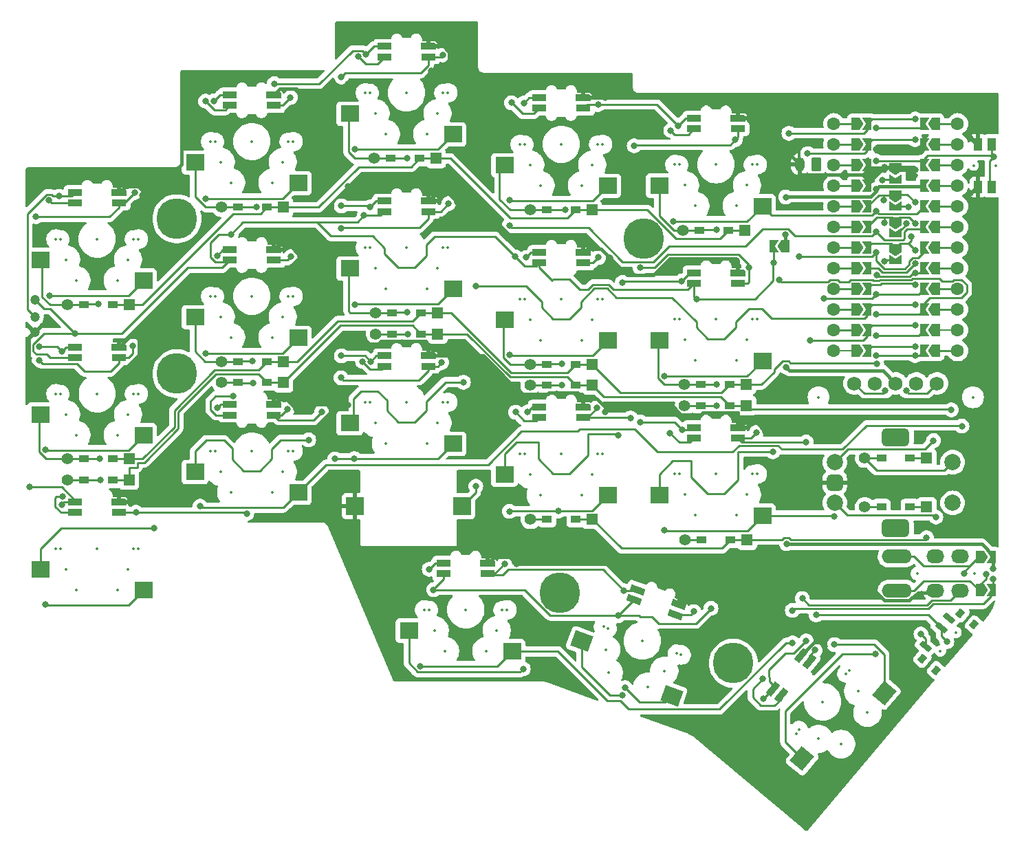
<source format=gtl>
%TF.GenerationSoftware,KiCad,Pcbnew,7.0.9*%
%TF.CreationDate,2024-05-06T02:44:54+05:30*%
%TF.ProjectId,UniFi,556e6946-692e-46b6-9963-61645f706362,rev?*%
%TF.SameCoordinates,Original*%
%TF.FileFunction,Copper,L1,Top*%
%TF.FilePolarity,Positive*%
%FSLAX46Y46*%
G04 Gerber Fmt 4.6, Leading zero omitted, Abs format (unit mm)*
G04 Created by KiCad (PCBNEW 7.0.9) date 2024-05-06 02:44:54*
%MOMM*%
%LPD*%
G01*
G04 APERTURE LIST*
G04 Aperture macros list*
%AMRoundRect*
0 Rectangle with rounded corners*
0 $1 Rounding radius*
0 $2 $3 $4 $5 $6 $7 $8 $9 X,Y pos of 4 corners*
0 Add a 4 corners polygon primitive as box body*
4,1,4,$2,$3,$4,$5,$6,$7,$8,$9,$2,$3,0*
0 Add four circle primitives for the rounded corners*
1,1,$1+$1,$2,$3*
1,1,$1+$1,$4,$5*
1,1,$1+$1,$6,$7*
1,1,$1+$1,$8,$9*
0 Add four rect primitives between the rounded corners*
20,1,$1+$1,$2,$3,$4,$5,0*
20,1,$1+$1,$4,$5,$6,$7,0*
20,1,$1+$1,$6,$7,$8,$9,0*
20,1,$1+$1,$8,$9,$2,$3,0*%
%AMRotRect*
0 Rectangle, with rotation*
0 The origin of the aperture is its center*
0 $1 length*
0 $2 width*
0 $3 Rotation angle, in degrees counterclockwise*
0 Add horizontal line*
21,1,$1,$2,0,0,$3*%
%AMOutline5P*
0 Free polygon, 5 corners , with rotation*
0 The origin of the aperture is its center*
0 number of corners: always 5*
0 $1 to $10 corner X, Y*
0 $11 Rotation angle, in degrees counterclockwise*
0 create outline with 5 corners*
4,1,5,$1,$2,$3,$4,$5,$6,$7,$8,$9,$10,$1,$2,$11*%
%AMOutline6P*
0 Free polygon, 6 corners , with rotation*
0 The origin of the aperture is its center*
0 number of corners: always 6*
0 $1 to $12 corner X, Y*
0 $13 Rotation angle, in degrees counterclockwise*
0 create outline with 6 corners*
4,1,6,$1,$2,$3,$4,$5,$6,$7,$8,$9,$10,$11,$12,$1,$2,$13*%
%AMOutline7P*
0 Free polygon, 7 corners , with rotation*
0 The origin of the aperture is its center*
0 number of corners: always 7*
0 $1 to $14 corner X, Y*
0 $15 Rotation angle, in degrees counterclockwise*
0 create outline with 7 corners*
4,1,7,$1,$2,$3,$4,$5,$6,$7,$8,$9,$10,$11,$12,$13,$14,$1,$2,$15*%
%AMOutline8P*
0 Free polygon, 8 corners , with rotation*
0 The origin of the aperture is its center*
0 number of corners: always 8*
0 $1 to $16 corner X, Y*
0 $17 Rotation angle, in degrees counterclockwise*
0 create outline with 8 corners*
4,1,8,$1,$2,$3,$4,$5,$6,$7,$8,$9,$10,$11,$12,$13,$14,$15,$16,$1,$2,$17*%
%AMFreePoly0*
4,1,6,0.500000,-0.750000,-0.650000,-0.750000,-0.150000,0.000000,-0.650000,0.750000,0.500000,0.750000,0.500000,-0.750000,0.500000,-0.750000,$1*%
%AMFreePoly1*
4,1,6,1.000000,0.000000,0.500000,-0.750000,-0.500000,-0.750000,-0.500000,0.750000,0.500000,0.750000,1.000000,0.000000,1.000000,0.000000,$1*%
G04 Aperture macros list end*
%TA.AperFunction,ComponentPad*%
%ADD10C,1.200000*%
%TD*%
%TA.AperFunction,ComponentPad*%
%ADD11R,1.397000X1.397000*%
%TD*%
%TA.AperFunction,SMDPad,CuDef*%
%ADD12R,1.300000X0.950000*%
%TD*%
%TA.AperFunction,ComponentPad*%
%ADD13C,1.397000*%
%TD*%
%TA.AperFunction,SMDPad,CuDef*%
%ADD14R,1.800000X0.820000*%
%TD*%
%TA.AperFunction,SMDPad,CuDef*%
%ADD15Outline5P,-0.900000X0.410000X0.900000X0.410000X0.900000X-0.410000X-0.736000X-0.410000X-0.900000X-0.246000X180.000000*%
%TD*%
%TA.AperFunction,SMDPad,CuDef*%
%ADD16R,2.300000X2.000000*%
%TD*%
%TA.AperFunction,SMDPad,CuDef*%
%ADD17RotRect,1.000000X0.800000X50.000000*%
%TD*%
%TA.AperFunction,SMDPad,CuDef*%
%ADD18RotRect,0.700000X1.500000X50.000000*%
%TD*%
%TA.AperFunction,ComponentPad*%
%ADD19C,5.000000*%
%TD*%
%TA.AperFunction,SMDPad,CuDef*%
%ADD20FreePoly0,0.000000*%
%TD*%
%TA.AperFunction,SMDPad,CuDef*%
%ADD21FreePoly0,180.000000*%
%TD*%
%TA.AperFunction,SMDPad,CuDef*%
%ADD22FreePoly1,0.000000*%
%TD*%
%TA.AperFunction,ComponentPad*%
%ADD23C,1.600000*%
%TD*%
%TA.AperFunction,SMDPad,CuDef*%
%ADD24FreePoly1,180.000000*%
%TD*%
%TA.AperFunction,SMDPad,CuDef*%
%ADD25FreePoly1,270.000000*%
%TD*%
%TA.AperFunction,SMDPad,CuDef*%
%ADD26FreePoly0,270.000000*%
%TD*%
%TA.AperFunction,SMDPad,CuDef*%
%ADD27RotRect,1.800000X0.820000X230.000000*%
%TD*%
%TA.AperFunction,SMDPad,CuDef*%
%ADD28Outline5P,-0.900000X0.410000X0.900000X0.410000X0.900000X-0.410000X-0.736000X-0.410000X-0.900000X-0.246000X230.000000*%
%TD*%
%TA.AperFunction,SMDPad,CuDef*%
%ADD29RotRect,2.300000X2.000000X50.000000*%
%TD*%
%TA.AperFunction,ComponentPad*%
%ADD30RoundRect,0.250000X0.350000X0.625000X-0.350000X0.625000X-0.350000X-0.625000X0.350000X-0.625000X0*%
%TD*%
%TA.AperFunction,ComponentPad*%
%ADD31O,1.200000X1.750000*%
%TD*%
%TA.AperFunction,ComponentPad*%
%ADD32O,2.200000X1.700000*%
%TD*%
%TA.AperFunction,ComponentPad*%
%ADD33O,3.700000X1.700000*%
%TD*%
%TA.AperFunction,SMDPad,CuDef*%
%ADD34R,1.000000X1.550000*%
%TD*%
%TA.AperFunction,ComponentPad*%
%ADD35C,1.752600*%
%TD*%
%TA.AperFunction,SMDPad,CuDef*%
%ADD36R,2.200000X2.200000*%
%TD*%
%TA.AperFunction,SMDPad,CuDef*%
%ADD37RotRect,1.800000X0.820000X160.000000*%
%TD*%
%TA.AperFunction,SMDPad,CuDef*%
%ADD38Outline5P,-0.900000X0.410000X0.900000X0.410000X0.900000X-0.410000X-0.736000X-0.410000X-0.900000X-0.246000X160.000000*%
%TD*%
%TA.AperFunction,SMDPad,CuDef*%
%ADD39RotRect,2.300000X2.000000X340.000000*%
%TD*%
%TA.AperFunction,ComponentPad*%
%ADD40C,2.000000*%
%TD*%
%TA.AperFunction,ComponentPad*%
%ADD41RoundRect,0.500000X-0.500000X-0.500000X0.500000X-0.500000X0.500000X0.500000X-0.500000X0.500000X0*%
%TD*%
%TA.AperFunction,ComponentPad*%
%ADD42RoundRect,0.550000X-1.150000X-0.550000X1.150000X-0.550000X1.150000X0.550000X-1.150000X0.550000X0*%
%TD*%
%TA.AperFunction,ViaPad*%
%ADD43C,0.800000*%
%TD*%
%TA.AperFunction,Conductor*%
%ADD44C,0.254000*%
%TD*%
%TA.AperFunction,Conductor*%
%ADD45C,0.200000*%
%TD*%
%TA.AperFunction,Conductor*%
%ADD46C,0.381000*%
%TD*%
%ADD47C,0.350000*%
%ADD48O,1.500000X1.000000*%
%ADD49O,3.000000X1.000000*%
%ADD50O,2.800000X1.500000*%
G04 APERTURE END LIST*
D10*
%TO.P,TP3,1,1*%
%TO.N,GND*%
X65000000Y-88000000D03*
%TD*%
D11*
%TO.P,D14,1,K*%
%TO.N,ROW3*%
X133610000Y-94485000D03*
D12*
X131575000Y-94485000D03*
%TO.P,D14,2,A*%
%TO.N,Net-(D14-A)*%
X128025000Y-94485000D03*
D13*
X125990000Y-94485000D03*
%TD*%
D14*
%TO.P,SW5,1,VDD*%
%TO.N,Net-(SW10B-VDD)*%
X146178600Y-62920000D03*
%TO.P,SW5,2,DOUT*%
%TO.N,Net-(SW4B-DIN)*%
X146178600Y-61640000D03*
D15*
%TO.P,SW5,3,GND*%
%TO.N,GND*%
X151578600Y-61640000D03*
D14*
%TO.P,SW5,4,DIN*%
%TO.N,Net-(SW10B-DOUT)*%
X151578600Y-62920000D03*
D16*
%TO.P,SW5,5*%
%TO.N,Net-(D5-A)*%
X141878600Y-69940000D03*
%TO.P,SW5,6*%
%TO.N,COL5*%
X154578600Y-72480000D03*
%TD*%
D17*
%TO.P,SW22,*%
%TO.N,*%
X174267711Y-128183488D03*
X175960669Y-129604048D03*
X178960060Y-122591363D03*
X180653018Y-124011924D03*
D18*
%TO.P,SW22,1,A*%
%TO.N,BAT+*%
X174669684Y-126693214D03*
%TO.P,SW22,2,B*%
%TO.N,Net-(BT1-+)*%
X176598047Y-124395080D03*
%TO.P,SW22,3,C*%
%TO.N,unconnected-(SW22-C-Pad3)*%
X177562229Y-123246014D03*
%TD*%
D19*
%TO.P,H3,*%
%TO.N,*%
X140000000Y-76503600D03*
%TD*%
D20*
%TO.P,U1,1,TX*%
%TO.N,TX*%
X167500000Y-62330000D03*
%TO.P,U1,2,RX*%
%TO.N,RX*%
X167500000Y-64870000D03*
%TO.P,U1,3,GND*%
%TO.N,GND*%
X167500000Y-67410000D03*
%TO.P,U1,4,GND*%
X167500000Y-69950000D03*
%TO.P,U1,5,SCL*%
%TO.N,SCL*%
X167500000Y-72490000D03*
%TO.P,U1,6,SDA*%
%TO.N,SDA*%
X167500000Y-75030000D03*
%TO.P,U1,7,D4*%
%TO.N,CS*%
X167500000Y-77570000D03*
%TO.P,U1,8,C6*%
%TO.N,ECB*%
X167500000Y-80110000D03*
%TO.P,U1,9,D7*%
%TO.N,ECA*%
X167500000Y-82650000D03*
%TO.P,U1,10,E6*%
%TO.N,AUDIO*%
X167500000Y-85190000D03*
%TO.P,U1,11,B4*%
%TO.N,LED*%
X167500000Y-87730000D03*
%TO.P,U1,12,B5*%
%TO.N,ROW4*%
X167500000Y-90270000D03*
D21*
%TO.P,U1,13,B6*%
%TO.N,ROW3*%
X174500000Y-90270000D03*
%TO.P,U1,14,B2*%
%TO.N,ROW2*%
X174500000Y-87730000D03*
%TO.P,U1,15,B3*%
%TO.N,ROW1*%
X174500000Y-85190000D03*
%TO.P,U1,16,B1*%
%TO.N,COL1*%
X174500000Y-82650000D03*
%TO.P,U1,17,F7*%
%TO.N,COL2*%
X174500000Y-80110000D03*
%TO.P,U1,18,F6*%
%TO.N,COL3*%
X174500000Y-77570000D03*
%TO.P,U1,19,F5*%
%TO.N,COL4*%
X174500000Y-75030000D03*
%TO.P,U1,20,F4*%
%TO.N,COL5*%
X174500000Y-72490000D03*
%TO.P,U1,21,VCC*%
%TO.N,VCC*%
X174500000Y-69950000D03*
%TO.P,U1,22,RST*%
%TO.N,RESET*%
X174500000Y-67410000D03*
%TO.P,U1,23,GND*%
%TO.N,GND*%
X174500000Y-64870000D03*
%TO.P,U1,24,B0/VBUS*%
%TO.N,BAT+*%
X174500000Y-62330000D03*
D22*
%TO.P,U1,P1*%
%TO.N,N/C*%
X166050000Y-62330000D03*
D23*
X163380000Y-62330000D03*
D22*
%TO.P,U1,P2*%
X166050000Y-64870000D03*
D23*
X163380000Y-64870000D03*
D22*
%TO.P,U1,P3*%
X166050000Y-67410000D03*
D23*
X163380000Y-67410000D03*
D22*
%TO.P,U1,P4*%
X166050000Y-69950000D03*
D23*
X163380000Y-69950000D03*
D22*
%TO.P,U1,P5*%
X166050000Y-72490000D03*
D23*
X163380000Y-72490000D03*
D22*
%TO.P,U1,P6*%
X166050000Y-75030000D03*
D23*
X163380000Y-75030000D03*
D22*
%TO.P,U1,P7*%
X166050000Y-77570000D03*
D23*
X163380000Y-77570000D03*
D22*
%TO.P,U1,P8*%
X166050000Y-80110000D03*
D23*
X163380000Y-80110000D03*
D22*
%TO.P,U1,P9*%
X166050000Y-82650000D03*
D23*
X163380000Y-82650000D03*
D22*
%TO.P,U1,P10*%
X166050000Y-85190000D03*
D23*
X163380000Y-85190000D03*
D22*
%TO.P,U1,P11*%
X166050000Y-87730000D03*
D23*
X163380000Y-87730000D03*
D22*
%TO.P,U1,P12*%
X166050000Y-90270000D03*
D23*
X163380000Y-90270000D03*
%TO.P,U1,P13*%
X178620000Y-90270000D03*
D24*
X175950000Y-90270000D03*
D23*
%TO.P,U1,P14*%
X178620000Y-87730000D03*
D24*
X175950000Y-87730000D03*
D23*
%TO.P,U1,P15*%
X178620000Y-85190000D03*
D24*
X175950000Y-85190000D03*
D23*
%TO.P,U1,P16*%
X178620000Y-82650000D03*
D24*
X175950000Y-82650000D03*
D23*
%TO.P,U1,P17*%
X178620000Y-80110000D03*
D24*
X175950000Y-80110000D03*
D23*
%TO.P,U1,P18*%
X178620000Y-77570000D03*
D24*
X175950000Y-77570000D03*
D23*
%TO.P,U1,P19*%
X178620000Y-75030000D03*
D24*
X175950000Y-75030000D03*
D23*
%TO.P,U1,P20*%
X178620000Y-72490000D03*
D24*
X175950000Y-72490000D03*
D23*
%TO.P,U1,P21*%
X178620000Y-69950000D03*
D24*
X175950000Y-69950000D03*
D23*
%TO.P,U1,P22*%
X178620000Y-67410000D03*
D24*
X175950000Y-67410000D03*
D23*
%TO.P,U1,P23*%
X178620000Y-64870000D03*
D24*
X175950000Y-64870000D03*
D23*
%TO.P,U1,P24*%
X178620000Y-62330000D03*
D24*
X175950000Y-62330000D03*
%TD*%
D19*
%TO.P,H1,*%
%TO.N,*%
X82500000Y-74025000D03*
%TD*%
D25*
%TO.P,JP8,1,1*%
%TO.N,CS*%
X171000000Y-77675000D03*
D26*
%TO.P,JP8,2,2*%
%TO.N,Net-(J1-Pin_1)*%
X171000000Y-79125000D03*
%TD*%
D19*
%TO.P,H2,*%
%TO.N,*%
X82500000Y-93100000D03*
%TD*%
D11*
%TO.P,D10,1,K*%
%TO.N,ROW2*%
X152610000Y-94435000D03*
D12*
X150575000Y-94435000D03*
%TO.P,D10,2,A*%
%TO.N,Net-(D10-A)*%
X147025000Y-94435000D03*
D13*
X144990000Y-94435000D03*
%TD*%
D10*
%TO.P,TP1,1,1*%
%TO.N,Net-(SW10B-VDD)*%
X65000000Y-84000000D03*
%TD*%
D11*
%TO.P,D6,1,K*%
%TO.N,ROW2*%
X76610000Y-103600000D03*
D12*
X74575000Y-103600000D03*
%TO.P,D6,2,A*%
%TO.N,Net-(D6-A)*%
X71025000Y-103600000D03*
D13*
X68990000Y-103600000D03*
%TD*%
D10*
%TO.P,TP2,1,1*%
%TO.N,Net-(SW1B-DOUT)*%
X65000000Y-86100000D03*
%TD*%
D14*
%TO.P,SW14,1,VDD*%
%TO.N,Net-(SW10B-VDD)*%
X127128600Y-98520000D03*
%TO.P,SW14,2,DOUT*%
%TO.N,Net-(SW14B-DOUT)*%
X127128600Y-97240000D03*
D15*
%TO.P,SW14,3,GND*%
%TO.N,GND*%
X132528600Y-97240000D03*
D14*
%TO.P,SW14,4,DIN*%
%TO.N,Net-(SW14B-DIN)*%
X132528600Y-98520000D03*
D16*
%TO.P,SW14,5*%
%TO.N,Net-(D14-A)*%
X122828600Y-105540000D03*
%TO.P,SW14,6*%
%TO.N,COL4*%
X135528600Y-108080000D03*
%TD*%
D19*
%TO.P,H5,*%
%TO.N,*%
X151000000Y-128750000D03*
%TD*%
D11*
%TO.P,D5,1,K*%
%TO.N,ROW1*%
X152410000Y-75438600D03*
D12*
X150375000Y-75438600D03*
%TO.P,D5,2,A*%
%TO.N,Net-(D5-A)*%
X146825000Y-75438600D03*
D13*
X144790000Y-75438600D03*
%TD*%
D19*
%TO.P,H4,*%
%TO.N,*%
X129650000Y-120050000D03*
%TD*%
D11*
%TO.P,D9,1,K*%
%TO.N,ROW2*%
X133610000Y-91935000D03*
D12*
X131575000Y-91935000D03*
%TO.P,D9,2,A*%
%TO.N,Net-(D9-A)*%
X128025000Y-91935000D03*
D13*
X125990000Y-91935000D03*
%TD*%
D11*
%TO.P,D2,1,K*%
%TO.N,ROW1*%
X95610000Y-72600000D03*
D12*
X93575000Y-72600000D03*
%TO.P,D2,2,A*%
%TO.N,Net-(D2-A)*%
X90025000Y-72600000D03*
D13*
X87990000Y-72600000D03*
%TD*%
D27*
%TO.P,SW18,1,VDD*%
%TO.N,Net-(SW10B-VDD)*%
X156863236Y-132714343D03*
%TO.P,SW18,2,DOUT*%
%TO.N,Net-(SW15B-DIN)*%
X155882699Y-131891575D03*
D28*
%TO.P,SW18,3,GND*%
%TO.N,GND*%
X159353752Y-127754935D03*
D27*
%TO.P,SW18,4,DIN*%
%TO.N,LED*%
X160334289Y-128577703D03*
D29*
%TO.P,SW18,5*%
%TO.N,Net-(D18-A)*%
X159476881Y-140520703D03*
%TO.P,SW18,6*%
%TO.N,COL5*%
X169586037Y-132424619D03*
%TD*%
D30*
%TO.P,BT1,1,+*%
%TO.N,Net-(BT1-+)*%
X161200000Y-67300000D03*
D31*
%TO.P,BT1,2,-*%
%TO.N,GND*%
X159200000Y-67300000D03*
%TD*%
D11*
%TO.P,D18,1,K*%
%TO.N,ROW4*%
X174810000Y-109500000D03*
D12*
X172775000Y-109500000D03*
%TO.P,D18,2,A*%
%TO.N,Net-(D18-A)*%
X169225000Y-109500000D03*
D13*
X167190000Y-109500000D03*
%TD*%
D11*
%TO.P,D17,1,K*%
%TO.N,ROW4*%
X152710000Y-113585000D03*
D12*
X150675000Y-113585000D03*
%TO.P,D17,2,A*%
%TO.N,Net-(D17-A)*%
X147125000Y-113585000D03*
D13*
X145090000Y-113585000D03*
%TD*%
D11*
%TO.P,D4,1,K*%
%TO.N,ROW1*%
X133610000Y-72938600D03*
D12*
X131575000Y-72938600D03*
%TO.P,D4,2,A*%
%TO.N,Net-(D4-A)*%
X128025000Y-72938600D03*
D13*
X125990000Y-72938600D03*
%TD*%
D11*
%TO.P,D12,1,K*%
%TO.N,ROW3*%
X95610000Y-94200000D03*
D12*
X93575000Y-94200000D03*
%TO.P,D12,2,A*%
%TO.N,Net-(D12-A)*%
X90025000Y-94200000D03*
D13*
X87990000Y-94200000D03*
%TD*%
D11*
%TO.P,D8,1,K*%
%TO.N,ROW2*%
X114610000Y-85600000D03*
D12*
X112575000Y-85600000D03*
%TO.P,D8,2,A*%
%TO.N,Net-(D8-A)*%
X109025000Y-85600000D03*
D13*
X106990000Y-85600000D03*
%TD*%
D11*
%TO.P,D15,1,K*%
%TO.N,ROW3*%
X152620000Y-97038600D03*
D12*
X150585000Y-97038600D03*
%TO.P,D15,2,A*%
%TO.N,Net-(D15-A)*%
X147035000Y-97038600D03*
D13*
X145000000Y-97038600D03*
%TD*%
D20*
%TO.P,J2,1*%
%TO.N,TX*%
X182850000Y-119750000D03*
D32*
%TO.P,J2,2*%
%TO.N,RX*%
X178900000Y-115600000D03*
X178900000Y-119800000D03*
D20*
%TO.P,J2,3*%
%TO.N,VCC*%
X182850000Y-115700000D03*
D32*
%TO.P,J2,4*%
%TO.N,GND*%
X175900000Y-115600000D03*
X175900000Y-119800000D03*
D33*
%TO.P,J2,A*%
%TO.N,N/C*%
X171150000Y-115600000D03*
D22*
X181400000Y-115700000D03*
%TO.P,J2,B*%
X181400000Y-119750000D03*
D33*
X171150000Y-119800000D03*
%TD*%
D34*
%TO.P,SW20,1*%
%TO.N,RESET*%
X182825000Y-64875000D03*
X182825000Y-70125000D03*
%TO.P,SW20,2*%
%TO.N,GND*%
X181125000Y-64875000D03*
X181125000Y-70125000D03*
%TD*%
D11*
%TO.P,D7,1,K*%
%TO.N,ROW2*%
X95610000Y-91600000D03*
D12*
X93575000Y-91600000D03*
%TO.P,D7,2,A*%
%TO.N,Net-(D7-A)*%
X90025000Y-91600000D03*
D13*
X87990000Y-91600000D03*
%TD*%
D24*
%TO.P,JP9,1,1*%
%TO.N,VCC*%
X157425000Y-77400000D03*
D21*
%TO.P,JP9,2,2*%
%TO.N,Net-(SW10B-VDD)*%
X155975000Y-77400000D03*
%TD*%
D11*
%TO.P,D1,1,K*%
%TO.N,ROW1*%
X76610000Y-84600000D03*
D12*
X74575000Y-84600000D03*
%TO.P,D1,2,A*%
%TO.N,Net-(D1-A)*%
X71025000Y-84600000D03*
D13*
X68990000Y-84600000D03*
%TD*%
D11*
%TO.P,D16,1,K*%
%TO.N,ROW4*%
X133660000Y-111035000D03*
D12*
X131625000Y-111035000D03*
%TO.P,D16,2,A*%
%TO.N,Net-(D16-A)*%
X128075000Y-111035000D03*
D13*
X126040000Y-111035000D03*
%TD*%
D35*
%TO.P,J1,1,Pin_1*%
%TO.N,Net-(J1-Pin_1)*%
X165920000Y-94300000D03*
%TO.P,J1,2,Pin_2*%
%TO.N,Net-(J1-Pin_2)*%
X168460000Y-94300000D03*
%TO.P,J1,3,Pin_3*%
%TO.N,VCC*%
X171000000Y-94300000D03*
%TO.P,J1,4,Pin_4*%
%TO.N,Net-(J1-Pin_4)*%
X173540000Y-94300000D03*
%TO.P,J1,5,Pin_5*%
%TO.N,Net-(J1-Pin_5)*%
X176080000Y-94300000D03*
%TD*%
D14*
%TO.P,SW16,1,VDD*%
%TO.N,Net-(SW10B-VDD)*%
X115364600Y-117731400D03*
%TO.P,SW16,2,DOUT*%
%TO.N,Net-(SW13B-DIN)*%
X115364600Y-116451400D03*
D15*
%TO.P,SW16,3,GND*%
%TO.N,GND*%
X120764600Y-116451400D03*
D14*
%TO.P,SW16,4,DIN*%
%TO.N,Net-(SW16B-DIN)*%
X120764600Y-117731400D03*
D16*
%TO.P,SW16,5*%
%TO.N,Net-(D16-A)*%
X111064600Y-124751400D03*
%TO.P,SW16,6*%
%TO.N,COL3*%
X123764600Y-127291400D03*
%TD*%
D25*
%TO.P,JP5,1,1*%
%TO.N,SDA*%
X171000000Y-74350000D03*
D26*
%TO.P,JP5,2,2*%
%TO.N,Net-(J1-Pin_5)*%
X171000000Y-75800000D03*
%TD*%
D14*
%TO.P,SW11,1,VDD*%
%TO.N,Net-(SW10B-VDD)*%
X69978600Y-110181400D03*
%TO.P,SW11,2,DOUT*%
%TO.N,Net-(SW11B-DOUT)*%
X69978600Y-108901400D03*
D15*
%TO.P,SW11,3,GND*%
%TO.N,GND*%
X75378600Y-108901400D03*
D14*
%TO.P,SW11,4,DIN*%
%TO.N,Net-(SW11B-DIN)*%
X75378600Y-110181400D03*
D16*
%TO.P,SW11,5*%
%TO.N,Net-(D11-A)*%
X65678600Y-117201400D03*
%TO.P,SW11,6*%
%TO.N,COL1*%
X78378600Y-119741400D03*
%TD*%
D14*
%TO.P,SW8,1,VDD*%
%TO.N,Net-(SW10B-VDD)*%
X108078600Y-73131400D03*
%TO.P,SW8,2,DOUT*%
%TO.N,Net-(SW3B-DIN)*%
X108078600Y-71851400D03*
D15*
%TO.P,SW8,3,GND*%
%TO.N,GND*%
X113478600Y-71851400D03*
D14*
%TO.P,SW8,4,DIN*%
%TO.N,Net-(SW13B-DOUT)*%
X113478600Y-73131400D03*
D16*
%TO.P,SW8,5*%
%TO.N,Net-(D8-A)*%
X103778600Y-80151400D03*
%TO.P,SW8,6*%
%TO.N,COL3*%
X116478600Y-82691400D03*
%TD*%
D36*
%TO.P,BZ1,1,-*%
%TO.N,AUDIO*%
X117600000Y-109400000D03*
%TO.P,BZ1,2,+*%
%TO.N,GND*%
X104400000Y-109400000D03*
%TD*%
D11*
%TO.P,D13,1,K*%
%TO.N,ROW3*%
X114610000Y-88200000D03*
D12*
X112575000Y-88200000D03*
%TO.P,D13,2,A*%
%TO.N,Net-(D13-A)*%
X109025000Y-88200000D03*
D13*
X106990000Y-88200000D03*
%TD*%
D11*
%TO.P,D3,1,K*%
%TO.N,ROW1*%
X114410000Y-66600000D03*
D12*
X112375000Y-66600000D03*
%TO.P,D3,2,A*%
%TO.N,Net-(D3-A)*%
X108825000Y-66600000D03*
D13*
X106790000Y-66600000D03*
%TD*%
D14*
%TO.P,SW1,1,VDD*%
%TO.N,Net-(SW10B-VDD)*%
X69978600Y-72081400D03*
%TO.P,SW1,2,DOUT*%
%TO.N,Net-(SW1B-DOUT)*%
X69978600Y-70801400D03*
D15*
%TO.P,SW1,3,GND*%
%TO.N,GND*%
X75378600Y-70801400D03*
D14*
%TO.P,SW1,4,DIN*%
%TO.N,Net-(SW1B-DIN)*%
X75378600Y-72081400D03*
D16*
%TO.P,SW1,5*%
%TO.N,Net-(D1-A)*%
X65678600Y-79101400D03*
%TO.P,SW1,6*%
%TO.N,COL1*%
X78378600Y-81641400D03*
%TD*%
D11*
%TO.P,D19,1,K*%
%TO.N,ROW4*%
X174810000Y-103500000D03*
D12*
X172775000Y-103500000D03*
%TO.P,D19,2,A*%
%TO.N,ECR*%
X169225000Y-103500000D03*
D13*
X167190000Y-103500000D03*
%TD*%
D14*
%TO.P,SW10,1,VDD*%
%TO.N,Net-(SW10B-VDD)*%
X146178600Y-81970000D03*
%TO.P,SW10,2,DOUT*%
%TO.N,Net-(SW10B-DOUT)*%
X146178600Y-80690000D03*
D15*
%TO.P,SW10,3,GND*%
%TO.N,GND*%
X151578600Y-80690000D03*
D14*
%TO.P,SW10,4,DIN*%
%TO.N,Net-(SW10B-DIN)*%
X151578600Y-81970000D03*
D16*
%TO.P,SW10,5*%
%TO.N,Net-(D10-A)*%
X141878600Y-88990000D03*
%TO.P,SW10,6*%
%TO.N,COL5*%
X154578600Y-91530000D03*
%TD*%
D14*
%TO.P,SW6,1,VDD*%
%TO.N,Net-(SW10B-VDD)*%
X69978600Y-91131400D03*
%TO.P,SW6,2,DOUT*%
%TO.N,Net-(SW1B-DIN)*%
X69978600Y-89851400D03*
D15*
%TO.P,SW6,3,GND*%
%TO.N,GND*%
X75378600Y-89851400D03*
D14*
%TO.P,SW6,4,DIN*%
%TO.N,Net-(SW11B-DOUT)*%
X75378600Y-91131400D03*
D16*
%TO.P,SW6,5*%
%TO.N,Net-(D6-A)*%
X65678600Y-98151400D03*
%TO.P,SW6,6*%
%TO.N,COL1*%
X78378600Y-100691400D03*
%TD*%
D14*
%TO.P,SW12,1,VDD*%
%TO.N,Net-(SW10B-VDD)*%
X89028600Y-98191400D03*
%TO.P,SW12,2,DOUT*%
%TO.N,Net-(SW11B-DIN)*%
X89028600Y-96911400D03*
D15*
%TO.P,SW12,3,GND*%
%TO.N,GND*%
X94428600Y-96911400D03*
D14*
%TO.P,SW12,4,DIN*%
%TO.N,Net-(SW12B-DIN)*%
X94428600Y-98191400D03*
D16*
%TO.P,SW12,5*%
%TO.N,Net-(D12-A)*%
X84728600Y-105211400D03*
%TO.P,SW12,6*%
%TO.N,COL2*%
X97428600Y-107751400D03*
%TD*%
D25*
%TO.P,JP7,1,1*%
%TO.N,GND*%
X171000000Y-67700000D03*
D26*
%TO.P,JP7,2,2*%
%TO.N,Net-(J1-Pin_2)*%
X171000000Y-69150000D03*
%TD*%
D11*
%TO.P,D11,1,K*%
%TO.N,ROW3*%
X76610000Y-106200000D03*
D12*
X74575000Y-106200000D03*
%TO.P,D11,2,A*%
%TO.N,Net-(D11-A)*%
X71025000Y-106200000D03*
D13*
X68990000Y-106200000D03*
%TD*%
D14*
%TO.P,SW13,1,VDD*%
%TO.N,Net-(SW10B-VDD)*%
X108078600Y-92181400D03*
%TO.P,SW13,2,DOUT*%
%TO.N,Net-(SW13B-DOUT)*%
X108078600Y-90901400D03*
D15*
%TO.P,SW13,3,GND*%
%TO.N,GND*%
X113478600Y-90901400D03*
D14*
%TO.P,SW13,4,DIN*%
%TO.N,Net-(SW13B-DIN)*%
X113478600Y-92181400D03*
D16*
%TO.P,SW13,5*%
%TO.N,Net-(D13-A)*%
X103778600Y-99201400D03*
%TO.P,SW13,6*%
%TO.N,COL3*%
X116478600Y-101741400D03*
%TD*%
D14*
%TO.P,SW2,1,VDD*%
%TO.N,Net-(SW10B-VDD)*%
X89028600Y-60081400D03*
%TO.P,SW2,2,DOUT*%
%TO.N,Net-(SW2B-DOUT)*%
X89028600Y-58801400D03*
D15*
%TO.P,SW2,3,GND*%
%TO.N,GND*%
X94428600Y-58801400D03*
D14*
%TO.P,SW2,4,DIN*%
%TO.N,Net-(SW2B-DIN)*%
X94428600Y-60081400D03*
D16*
%TO.P,SW2,5*%
%TO.N,Net-(D2-A)*%
X84728600Y-67101400D03*
%TO.P,SW2,6*%
%TO.N,COL2*%
X97428600Y-69641400D03*
%TD*%
D14*
%TO.P,SW15,1,VDD*%
%TO.N,Net-(SW10B-VDD)*%
X146178600Y-101020000D03*
%TO.P,SW15,2,DOUT*%
%TO.N,Net-(SW10B-DIN)*%
X146178600Y-99740000D03*
D15*
%TO.P,SW15,3,GND*%
%TO.N,GND*%
X151578600Y-99740000D03*
D14*
%TO.P,SW15,4,DIN*%
%TO.N,Net-(SW15B-DIN)*%
X151578600Y-101020000D03*
D16*
%TO.P,SW15,5*%
%TO.N,Net-(D15-A)*%
X141878600Y-108040000D03*
%TO.P,SW15,6*%
%TO.N,COL5*%
X154578600Y-110580000D03*
%TD*%
D14*
%TO.P,SW9,1,VDD*%
%TO.N,Net-(SW10B-VDD)*%
X127128600Y-79470000D03*
%TO.P,SW9,2,DOUT*%
%TO.N,Net-(SW14B-DIN)*%
X127128600Y-78190000D03*
D15*
%TO.P,SW9,3,GND*%
%TO.N,GND*%
X132528600Y-78190000D03*
D14*
%TO.P,SW9,4,DIN*%
%TO.N,Net-(SW4B-DOUT)*%
X132528600Y-79470000D03*
D16*
%TO.P,SW9,5*%
%TO.N,Net-(D9-A)*%
X122828600Y-86490000D03*
%TO.P,SW9,6*%
%TO.N,COL4*%
X135528600Y-89030000D03*
%TD*%
D14*
%TO.P,SW4,1,VDD*%
%TO.N,Net-(SW10B-VDD)*%
X127128600Y-60420000D03*
%TO.P,SW4,2,DOUT*%
%TO.N,Net-(SW4B-DOUT)*%
X127128600Y-59140000D03*
D15*
%TO.P,SW4,3,GND*%
%TO.N,GND*%
X132528600Y-59140000D03*
D14*
%TO.P,SW4,4,DIN*%
%TO.N,Net-(SW4B-DIN)*%
X132528600Y-60420000D03*
D16*
%TO.P,SW4,5*%
%TO.N,Net-(D4-A)*%
X122828600Y-67440000D03*
%TO.P,SW4,6*%
%TO.N,COL4*%
X135528600Y-69980000D03*
%TD*%
D25*
%TO.P,JP6,1,1*%
%TO.N,SCL*%
X171000000Y-71025000D03*
D26*
%TO.P,JP6,2,2*%
%TO.N,Net-(J1-Pin_4)*%
X171000000Y-72475000D03*
%TD*%
D37*
%TO.P,SW17,1,VDD*%
%TO.N,Net-(SW10B-VDD)*%
X138781399Y-120904310D03*
%TO.P,SW17,2,DOUT*%
%TO.N,Net-(SW16B-DIN)*%
X139219185Y-119701504D03*
D38*
%TO.P,SW17,3,GND*%
%TO.N,GND*%
X144293525Y-121548413D03*
D37*
%TO.P,SW17,4,DIN*%
%TO.N,Net-(SW14B-DOUT)*%
X143855740Y-122751219D03*
D39*
%TO.P,SW17,5*%
%TO.N,Net-(D17-A)*%
X132339740Y-126030266D03*
%TO.P,SW17,6*%
%TO.N,COL4*%
X143405105Y-132760741D03*
%TD*%
D14*
%TO.P,SW3,1,VDD*%
%TO.N,Net-(SW10B-VDD)*%
X108078600Y-54081400D03*
%TO.P,SW3,2,DOUT*%
%TO.N,Net-(SW2B-DIN)*%
X108078600Y-52801400D03*
D15*
%TO.P,SW3,3,GND*%
%TO.N,GND*%
X113478600Y-52801400D03*
D14*
%TO.P,SW3,4,DIN*%
%TO.N,Net-(SW3B-DIN)*%
X113478600Y-54081400D03*
D16*
%TO.P,SW3,5*%
%TO.N,Net-(D3-A)*%
X103778600Y-61101400D03*
%TO.P,SW3,6*%
%TO.N,COL3*%
X116478600Y-63641400D03*
%TD*%
D14*
%TO.P,SW7,1,VDD*%
%TO.N,Net-(SW10B-VDD)*%
X89028600Y-79131400D03*
%TO.P,SW7,2,DOUT*%
%TO.N,Net-(SW12B-DIN)*%
X89028600Y-77851400D03*
D15*
%TO.P,SW7,3,GND*%
%TO.N,GND*%
X94428600Y-77851400D03*
D14*
%TO.P,SW7,4,DIN*%
%TO.N,Net-(SW2B-DOUT)*%
X94428600Y-79131400D03*
D16*
%TO.P,SW7,5*%
%TO.N,Net-(D7-A)*%
X84728600Y-86151400D03*
%TO.P,SW7,6*%
%TO.N,COL2*%
X97428600Y-88691400D03*
%TD*%
D40*
%TO.P,SW19,A,A*%
%TO.N,ECA*%
X163500000Y-104000000D03*
%TO.P,SW19,B,B*%
%TO.N,ECB*%
X163500000Y-109000000D03*
D41*
%TO.P,SW19,C,C*%
%TO.N,GND*%
X163500000Y-106500000D03*
D42*
%TO.P,SW19,MP*%
%TO.N,N/C*%
X171000000Y-100900000D03*
X171000000Y-112100000D03*
D40*
%TO.P,SW19,S1,S1*%
%TO.N,COL2*%
X178000000Y-109000000D03*
%TO.P,SW19,S2,S2*%
%TO.N,ECR*%
X178000000Y-104000000D03*
%TD*%
D43*
%TO.N,*%
X179400000Y-117700000D03*
X182100000Y-117750000D03*
%TO.N,Net-(BT1-+)*%
X161200000Y-122800000D03*
X177300000Y-126100000D03*
%TO.N,GND*%
X97750000Y-78650000D03*
X78261286Y-71111286D03*
X103538100Y-89400000D03*
X103538100Y-77800000D03*
X173400000Y-68000000D03*
X104400000Y-111950000D03*
X154400000Y-62500000D03*
X135228349Y-97793500D03*
X168599500Y-65480093D03*
X154968143Y-100245571D03*
X77115000Y-108065000D03*
X113807462Y-55843538D03*
X77900000Y-88550000D03*
X135861286Y-78838714D03*
X103538100Y-57450000D03*
X151400000Y-79200000D03*
X135250000Y-59140000D03*
X97204593Y-97465287D03*
X124300000Y-116496500D03*
X180200000Y-64100000D03*
X117050000Y-72000000D03*
X103538100Y-70050000D03*
X103538100Y-96950000D03*
X97700000Y-58500000D03*
X146923500Y-121268042D03*
X114916916Y-90227549D03*
X162200000Y-126711992D03*
X182040500Y-106450000D03*
X180200000Y-70900000D03*
X169580156Y-67700000D03*
X162200000Y-120150000D03*
%TO.N,ROW1*%
X156629100Y-81515572D03*
X168600000Y-85800000D03*
%TO.N,ROW2*%
X168650000Y-91910000D03*
X168599500Y-88385285D03*
%TO.N,ROW3*%
X173400000Y-90847735D03*
X168599500Y-90847735D03*
X177842500Y-97550000D03*
%TO.N,ROW4*%
X173400500Y-89766014D03*
X174800000Y-113300000D03*
%TO.N,Net-(J1-Pin_1)*%
X169730000Y-95210000D03*
X169629783Y-79225779D03*
%TO.N,Net-(J1-Pin_2)*%
X169322822Y-69250500D03*
%TO.N,VCC*%
X183000000Y-117100000D03*
X157550000Y-114030000D03*
X157440000Y-76000000D03*
X157464851Y-71351202D03*
X168599500Y-70397569D03*
X157500000Y-92300000D03*
%TO.N,Net-(J1-Pin_4)*%
X172583113Y-72575934D03*
%TO.N,Net-(J1-Pin_5)*%
X172300000Y-95200000D03*
X172349500Y-74580500D03*
%TO.N,CS*%
X173400500Y-77900000D03*
X172932454Y-76202332D03*
%TO.N,SCL*%
X173400000Y-72000000D03*
X169526500Y-71700000D03*
%TO.N,SDA*%
X169608695Y-74553134D03*
X173400500Y-74568911D03*
%TO.N,Net-(SW1B-DIN)*%
X77298145Y-70790000D03*
X65150000Y-73750000D03*
X68326500Y-90350000D03*
X65545100Y-89800000D03*
%TO.N,COL1*%
X162150000Y-83850000D03*
X66271600Y-102450000D03*
X66800000Y-83478400D03*
X66300000Y-121550000D03*
X168600000Y-83300000D03*
%TO.N,Net-(SW2B-DOUT)*%
X96555497Y-78677273D03*
X87091688Y-59512239D03*
%TO.N,Net-(SW2B-DIN)*%
X96493865Y-59089612D03*
X105803109Y-53749018D03*
X94500000Y-57400000D03*
%TO.N,COL2*%
X86028600Y-71550000D03*
X168648539Y-80942149D03*
X173400000Y-80669149D03*
X179150000Y-99550000D03*
X85350000Y-109400000D03*
X86028600Y-90650000D03*
%TO.N,Net-(SW3B-DIN)*%
X115260000Y-53850000D03*
X106301964Y-72577900D03*
X102748100Y-72450000D03*
X102750000Y-56576500D03*
%TO.N,COL3*%
X104371600Y-84600000D03*
X104371600Y-65450000D03*
X158300000Y-126250000D03*
X101950000Y-103596500D03*
X112450000Y-129100000D03*
X159073500Y-78700000D03*
X168600000Y-78200000D03*
X104350000Y-103550000D03*
%TO.N,Net-(SW4B-DOUT)*%
X134400000Y-78800000D03*
X125200000Y-59800000D03*
%TO.N,Net-(SW4B-DIN)*%
X144200000Y-62550000D03*
X134350000Y-59950000D03*
%TO.N,COL4*%
X123421600Y-71750000D03*
X123421600Y-74850000D03*
X129500000Y-110009500D03*
X137700000Y-131750000D03*
X168600000Y-75600000D03*
X123421600Y-90800000D03*
X123450000Y-110050000D03*
%TO.N,Net-(SW10B-DOUT)*%
X137350000Y-81850000D03*
X138800000Y-65050000D03*
X151250000Y-64300000D03*
X144650000Y-81700000D03*
%TO.N,COL5*%
X163450000Y-126450000D03*
X168600000Y-73100000D03*
X143600000Y-74350000D03*
X142471600Y-93400000D03*
X142500000Y-112350000D03*
X163450000Y-110700000D03*
%TO.N,Net-(SW11B-DOUT)*%
X77060000Y-89650000D03*
X65545100Y-91450000D03*
X64400000Y-107050000D03*
X68301964Y-109224536D03*
%TO.N,Net-(SW12B-DIN)*%
X100322085Y-97822085D03*
X87454884Y-78577457D03*
X96087056Y-97464980D03*
%TO.N,Net-(SW13B-DOUT)*%
X102748100Y-90900000D03*
X102748100Y-75176500D03*
X115950000Y-72150000D03*
X106377427Y-91600000D03*
%TO.N,Net-(SW14B-DIN)*%
X138350000Y-98550000D03*
X134191385Y-97258615D03*
X125500000Y-78800000D03*
%TO.N,Net-(SW10B-DIN)*%
X139550000Y-99050000D03*
X144679098Y-99976500D03*
X152900000Y-80000000D03*
X139550000Y-80057100D03*
%TO.N,Net-(SW11B-DIN)*%
X77450000Y-110181400D03*
X87463714Y-97336286D03*
X91100000Y-110314900D03*
%TO.N,Net-(SW13B-DIN)*%
X102700000Y-93600000D03*
X115110000Y-91716385D03*
X113563714Y-117177900D03*
%TO.N,Net-(SW14B-DOUT)*%
X146133500Y-122400000D03*
X125651869Y-97813658D03*
%TO.N,Net-(SW15B-DIN)*%
X153816385Y-100366385D03*
X159979103Y-125990630D03*
X159950000Y-101500000D03*
X154700000Y-133150000D03*
%TO.N,Net-(SW16B-DIN)*%
X137535209Y-119813714D03*
X122850000Y-116500000D03*
%TO.N,LED*%
X161087958Y-127137958D03*
X173400500Y-87152265D03*
X160473500Y-89000000D03*
%TO.N,ECA*%
X175637897Y-101338603D03*
X173400500Y-82122649D03*
%TO.N,ECB*%
X175950000Y-110750000D03*
X173400500Y-79558046D03*
%TO.N,RESET*%
X183100000Y-66400000D03*
X168599500Y-66919423D03*
%TO.N,BAT+*%
X168599500Y-62876937D03*
X174100000Y-125151730D03*
%TO.N,TX*%
X183000000Y-118400000D03*
X158275794Y-122248088D03*
X157850000Y-63500000D03*
X173400500Y-61752265D03*
%TO.N,RX*%
X159500000Y-120773500D03*
X173400500Y-64274469D03*
X160150000Y-66000000D03*
%TO.N,AUDIO*%
X173400500Y-84622713D03*
X119300000Y-106950000D03*
X119300000Y-82350000D03*
%TO.N,Net-(D1-A)*%
X72800000Y-84550000D03*
%TO.N,Net-(D2-A)*%
X92325498Y-72600000D03*
%TO.N,Net-(D3-A)*%
X110842100Y-66600000D03*
%TO.N,Net-(D4-A)*%
X130325498Y-72950000D03*
%TO.N,Net-(D5-A)*%
X148942100Y-75400000D03*
%TO.N,Net-(D6-A)*%
X72976500Y-103550000D03*
%TO.N,Net-(D7-A)*%
X91792100Y-91550000D03*
%TO.N,Net-(D8-A)*%
X110876500Y-85550000D03*
%TO.N,Net-(D9-A)*%
X129892100Y-91850000D03*
%TO.N,Net-(D10-A)*%
X148942100Y-94450000D03*
%TO.N,Net-(D11-A)*%
X79678600Y-112100000D03*
X73050000Y-106200000D03*
%TO.N,Net-(D12-A)*%
X98728600Y-101250000D03*
X91850000Y-94250000D03*
%TO.N,Net-(D13-A)*%
X110900000Y-88200000D03*
X117778600Y-94150000D03*
%TO.N,Net-(D14-A)*%
X129892100Y-94500000D03*
X136828600Y-100700000D03*
%TO.N,Net-(D15-A)*%
X148942100Y-97050000D03*
X155878600Y-102700000D03*
%TO.N,Net-(D16-A)*%
X125150000Y-129450000D03*
%TO.N,Net-(D17-A)*%
X137337734Y-132681541D03*
%TO.N,Net-(D18-A)*%
X168475908Y-127600000D03*
%TO.N,Net-(SW1B-DOUT)*%
X68000000Y-71250000D03*
%TO.N,Net-(SW10B-VDD)*%
X136808709Y-122900000D03*
X86026500Y-59550000D03*
X146451600Y-83900000D03*
X143300000Y-63150000D03*
X148250000Y-122002018D03*
X154650000Y-130658876D03*
X124200000Y-97850000D03*
X124148100Y-78700000D03*
X104850000Y-54050000D03*
X105350000Y-91600000D03*
X114100000Y-119700000D03*
X123700000Y-59750000D03*
X66763714Y-71763714D03*
X89388000Y-95888000D03*
X105550000Y-73625500D03*
X68449134Y-108196531D03*
X155975000Y-79400000D03*
X69950000Y-88153415D03*
X143198100Y-100400000D03*
X89175000Y-75925000D03*
%TD*%
D44*
%TO.N,*%
X175950000Y-80110000D02*
X178620000Y-80110000D01*
X175950000Y-77570000D02*
X178620000Y-77570000D01*
X180123000Y-116777000D02*
X174431000Y-116777000D01*
X175950000Y-82650000D02*
X178620000Y-82650000D01*
D45*
X175950000Y-87730000D02*
X178620000Y-87730000D01*
D44*
X175950000Y-69950000D02*
X178620000Y-69950000D01*
X175950000Y-75030000D02*
X178620000Y-75030000D01*
X181400000Y-119100000D02*
X182100000Y-118400000D01*
X166050000Y-80110000D02*
X163380000Y-80110000D01*
X175950000Y-62330000D02*
X178620000Y-62330000D01*
X174431000Y-118623000D02*
X173254000Y-119800000D01*
X166050000Y-75030000D02*
X163380000Y-75030000D01*
X180350000Y-116550000D02*
X179400000Y-117500000D01*
X166050000Y-69950000D02*
X163380000Y-69950000D01*
D45*
X166050000Y-90270000D02*
X163380000Y-90270000D01*
D44*
X166050000Y-72490000D02*
X163380000Y-72490000D01*
X181400000Y-119750000D02*
X181250000Y-119750000D01*
X181400000Y-115700000D02*
X181200000Y-115700000D01*
X175950000Y-64870000D02*
X178620000Y-64870000D01*
X181400000Y-119750000D02*
X181400000Y-119100000D01*
X180123000Y-118623000D02*
X174431000Y-118623000D01*
X175950000Y-85190000D02*
X178620000Y-85190000D01*
X181200000Y-115700000D02*
X180350000Y-116550000D01*
X179400000Y-117500000D02*
X179400000Y-117700000D01*
X166050000Y-67410000D02*
X163380000Y-67410000D01*
X166050000Y-77570000D02*
X163380000Y-77570000D01*
X166050000Y-64870000D02*
X163380000Y-64870000D01*
X166050000Y-85190000D02*
X163380000Y-85190000D01*
X175950000Y-90270000D02*
X178620000Y-90270000D01*
X173254000Y-119800000D02*
X171150000Y-119800000D01*
X174431000Y-116777000D02*
X173254000Y-115600000D01*
X166050000Y-87730000D02*
X163380000Y-87730000D01*
X182100000Y-118400000D02*
X182100000Y-117750000D01*
X166050000Y-82650000D02*
X163380000Y-82650000D01*
X175950000Y-72490000D02*
X178620000Y-72490000D01*
X175950000Y-67410000D02*
X178620000Y-67410000D01*
X166050000Y-62330000D02*
X163380000Y-62330000D01*
X180350000Y-116550000D02*
X180123000Y-116777000D01*
X173254000Y-115600000D02*
X171150000Y-115600000D01*
X181250000Y-119750000D02*
X180123000Y-118623000D01*
%TO.N,Net-(BT1-+)*%
X176598047Y-124395080D02*
X175002967Y-122800000D01*
X176598047Y-125398047D02*
X176598047Y-124395080D01*
X177300000Y-126100000D02*
X176598047Y-125398047D01*
X175002967Y-122800000D02*
X161200000Y-122800000D01*
D46*
%TO.N,GND*%
X64250000Y-88750000D02*
X65000000Y-88000000D01*
X151578600Y-79378600D02*
X151578600Y-80690000D01*
X141149356Y-80932500D02*
X143153994Y-78927862D01*
X75378600Y-89851400D02*
X76680000Y-88550000D01*
X159300000Y-68600000D02*
X159200000Y-68500000D01*
X97700000Y-78650000D02*
X97750000Y-78650000D01*
X151531000Y-97904100D02*
X151578600Y-97951700D01*
X175650000Y-120050000D02*
X175900000Y-119800000D01*
X144573896Y-121268042D02*
X144293525Y-121548413D01*
X128201343Y-95593455D02*
X128316936Y-95477862D01*
X146923500Y-121268042D02*
X148691542Y-119500000D01*
X153540000Y-61640000D02*
X151578600Y-61640000D01*
X121566000Y-115650000D02*
X120764600Y-116451400D01*
X173735856Y-120050000D02*
X175650000Y-120050000D01*
X124300000Y-116496500D02*
X124303500Y-116500000D01*
X144548921Y-98127600D02*
X147026500Y-98127600D01*
X104044050Y-56944050D02*
X107394050Y-56944050D01*
X135228349Y-97793500D02*
X136289273Y-96732576D01*
X123453500Y-115650000D02*
X121566000Y-115650000D01*
X116000000Y-70950000D02*
X114380000Y-70950000D01*
X134722572Y-77700000D02*
X133018600Y-77700000D01*
X151400000Y-79200000D02*
X151578600Y-79378600D01*
X143153897Y-96732576D02*
X144548921Y-98127600D01*
X151578600Y-97951700D02*
X151578600Y-99740000D01*
X131677862Y-76427862D02*
X132528600Y-77278600D01*
X111810199Y-61011900D02*
X113269100Y-59552999D01*
X159353752Y-127754935D02*
X160958687Y-126150000D01*
X103486700Y-77851400D02*
X103538100Y-77800000D01*
X113100000Y-89100000D02*
X107630079Y-89100000D01*
X113100000Y-89100000D02*
X113478600Y-89478600D01*
X153922572Y-99200000D02*
X152118600Y-99200000D01*
X169580156Y-67700000D02*
X168680156Y-68600000D01*
X169636168Y-121040500D02*
X172663832Y-121040500D01*
X133018600Y-77700000D02*
X132528600Y-78190000D01*
X108200000Y-57750000D02*
X108200000Y-59464899D01*
X98001400Y-58801400D02*
X102186700Y-58801400D01*
X107394050Y-56944050D02*
X108200000Y-57750000D01*
X115351400Y-52801400D02*
X113478600Y-52801400D01*
X167500000Y-69780156D02*
X167500000Y-69950000D01*
X71647001Y-98061900D02*
X70188100Y-96602999D01*
X135228349Y-97793500D02*
X135228349Y-97178349D01*
X77850000Y-90751000D02*
X75169100Y-93431900D01*
X97700000Y-58500000D02*
X98001400Y-58801400D01*
X97700000Y-58500000D02*
X97700000Y-59800000D01*
X77900000Y-88550000D02*
X77900000Y-87330000D01*
X137955072Y-80932500D02*
X141149356Y-80932500D01*
X113807462Y-55843538D02*
X114656462Y-55843538D01*
X76180000Y-70000000D02*
X77750000Y-70000000D01*
X97750000Y-78650000D02*
X98548600Y-77851400D01*
X97250000Y-58050000D02*
X95180000Y-58050000D01*
X117050000Y-72000000D02*
X119350000Y-72000000D01*
X113478600Y-71851400D02*
X113478600Y-71218835D01*
X95656462Y-61843538D02*
X86806462Y-61843538D01*
X149711165Y-59140000D02*
X151578600Y-61007435D01*
X169570233Y-67709923D02*
X167799923Y-67709923D01*
X132528600Y-77278600D02*
X132528600Y-78190000D01*
X173386831Y-120317501D02*
X173468355Y-120317501D01*
X180975000Y-64875000D02*
X180200000Y-64100000D01*
X84336462Y-80893538D02*
X95456462Y-80893538D01*
X148691542Y-119500000D02*
X161550000Y-119500000D01*
X97700000Y-58500000D02*
X97250000Y-58050000D01*
X109747001Y-61011900D02*
X111810199Y-61011900D01*
X113269100Y-59552999D02*
X113269100Y-56381900D01*
X85226462Y-99953538D02*
X99307862Y-99953538D01*
X172663832Y-121040500D02*
X173386831Y-120317501D01*
X135861286Y-78838714D02*
X137955072Y-80932500D01*
X163500000Y-106500000D02*
X181990500Y-106500000D01*
X167799923Y-67709923D02*
X167500000Y-67410000D01*
X77750000Y-70000000D02*
X78261286Y-70511286D01*
X113478600Y-90901400D02*
X120224269Y-90901400D01*
X173468355Y-120317501D02*
X173735856Y-120050000D01*
X123777862Y-76427862D02*
X131677862Y-76427862D01*
X120224269Y-90901400D02*
X124916324Y-95593455D01*
X162200000Y-120150000D02*
X162300000Y-120050000D01*
X147250000Y-97904100D02*
X151531000Y-97904100D01*
X75378600Y-70801400D02*
X76180000Y-70000000D01*
X124300000Y-116496500D02*
X123453500Y-115650000D01*
X151578600Y-61007435D02*
X151578600Y-61640000D01*
X116050000Y-54450000D02*
X116050000Y-53500000D01*
X171000000Y-67700000D02*
X171300000Y-68000000D01*
X107630079Y-89100000D02*
X107330079Y-89400000D01*
X83094053Y-65555947D02*
X83094053Y-67369653D01*
X104400000Y-111950000D02*
X104400000Y-113852250D01*
X135861286Y-78838714D02*
X134722572Y-77700000D01*
X120764600Y-115818835D02*
X120764600Y-116451400D01*
X171300000Y-68000000D02*
X173400000Y-68000000D01*
X162300000Y-120050000D02*
X168645668Y-120050000D01*
X132528600Y-59140000D02*
X132528600Y-58507435D01*
X95030000Y-77250000D02*
X96350000Y-77250000D01*
X135250000Y-59140000D02*
X132528600Y-59140000D01*
X151127862Y-78927862D02*
X151400000Y-79200000D01*
X143153994Y-78927862D02*
X151127862Y-78927862D01*
X159200000Y-67300000D02*
X154400000Y-62500000D01*
X181990500Y-106500000D02*
X182040500Y-106450000D01*
X96039306Y-96300000D02*
X97204593Y-97465287D01*
X77900000Y-87330000D02*
X84336462Y-80893538D01*
X147026500Y-98127600D02*
X147250000Y-97904100D01*
X114152451Y-90227549D02*
X113478600Y-90901400D01*
X160958687Y-126150000D02*
X161638008Y-126150000D01*
X114189470Y-56225546D02*
X113807462Y-55843538D01*
X108200000Y-59464899D02*
X109747001Y-61011900D01*
X135250000Y-59140000D02*
X149711165Y-59140000D01*
X105237012Y-114689262D02*
X119635027Y-114689262D01*
X114656462Y-55843538D02*
X116050000Y-54450000D01*
X86806462Y-61843538D02*
X83094053Y-65555947D01*
X112309765Y-70050000D02*
X103538100Y-70050000D01*
X140715425Y-116500000D02*
X144293525Y-120078100D01*
X76680000Y-88550000D02*
X77900000Y-88550000D01*
X77115000Y-108065000D02*
X85226462Y-99953538D01*
X114380000Y-70950000D02*
X113478600Y-71851400D01*
X161638008Y-126150000D02*
X162200000Y-126711992D01*
X95040000Y-96300000D02*
X96039306Y-96300000D01*
X161550000Y-119500000D02*
X162200000Y-120150000D01*
X78261286Y-70511286D02*
X78261286Y-71111286D01*
X146923500Y-121268042D02*
X144573896Y-121268042D01*
X135228349Y-97178349D02*
X134228600Y-96178600D01*
X116050000Y-53500000D02*
X115351400Y-52801400D01*
X97758480Y-96911400D02*
X102350000Y-96911400D01*
X131827862Y-95477862D02*
X132528600Y-96178600D01*
X113478600Y-89478600D02*
X113478600Y-90901400D01*
X119350000Y-72000000D02*
X123777862Y-76427862D01*
X99307862Y-99953538D02*
X102350000Y-96911400D01*
X181125000Y-64875000D02*
X180975000Y-64875000D01*
X97204593Y-97465287D02*
X97758480Y-96911400D01*
X168645668Y-120050000D02*
X169636168Y-121040500D01*
X169580156Y-67700000D02*
X171000000Y-67700000D01*
X119635027Y-114689262D02*
X120764600Y-115818835D01*
X64250000Y-91600000D02*
X64250000Y-88750000D01*
X94428600Y-77851400D02*
X95030000Y-77250000D01*
X113269100Y-56381900D02*
X113807462Y-55843538D01*
X107330079Y-89400000D02*
X103538100Y-89400000D01*
X134228600Y-96178600D02*
X132528600Y-96178600D01*
X144293525Y-120078100D02*
X144293525Y-121548413D01*
X97700000Y-59800000D02*
X95656462Y-61843538D01*
X75378600Y-108901400D02*
X76278600Y-108901400D01*
X79352420Y-71111286D02*
X78261286Y-71111286D01*
X104400000Y-113852250D02*
X105237012Y-114689262D01*
X104400000Y-109400000D02*
X104400000Y-111950000D01*
X159200000Y-68500000D02*
X159200000Y-67300000D01*
X128316936Y-95477862D02*
X131827862Y-95477862D01*
X76278600Y-108901400D02*
X77115000Y-108065000D01*
X65543538Y-92893538D02*
X64250000Y-91600000D01*
X181125000Y-70125000D02*
X180975000Y-70125000D01*
X117050000Y-72000000D02*
X116000000Y-70950000D01*
X103499500Y-96911400D02*
X103538100Y-96950000D01*
X102350000Y-96911400D02*
X103499500Y-96911400D01*
X174500000Y-64870000D02*
X173889907Y-65480093D01*
X168680156Y-68600000D02*
X159300000Y-68600000D01*
X132528600Y-96178600D02*
X132528600Y-97240000D01*
X94428600Y-96911400D02*
X95040000Y-96300000D01*
X180975000Y-70125000D02*
X180200000Y-70900000D01*
X124916324Y-95593455D02*
X128201343Y-95593455D01*
X132528600Y-58507435D02*
X130246711Y-56225546D01*
X75169100Y-93431900D02*
X75169100Y-96602999D01*
X114916916Y-90227549D02*
X114152451Y-90227549D01*
X154968143Y-100245571D02*
X153922572Y-99200000D01*
X124303500Y-116500000D02*
X140715425Y-116500000D01*
X83094053Y-67369653D02*
X79352420Y-71111286D01*
X68050000Y-92893538D02*
X65543538Y-92893538D01*
X75169100Y-96602999D02*
X73710199Y-98061900D01*
X95180000Y-58050000D02*
X94428600Y-58801400D01*
X70188100Y-96602999D02*
X70188100Y-95031638D01*
X173889907Y-65480093D02*
X168599500Y-65480093D01*
X77900000Y-88550000D02*
X77850000Y-88600000D01*
X130246711Y-56225546D02*
X114189470Y-56225546D01*
X103538100Y-57450000D02*
X104044050Y-56944050D01*
X154400000Y-62500000D02*
X153540000Y-61640000D01*
X96350000Y-77250000D02*
X97750000Y-78650000D01*
X95456462Y-80893538D02*
X97700000Y-78650000D01*
X98548600Y-77851400D02*
X103486700Y-77851400D01*
X169580156Y-67700000D02*
X167500000Y-69780156D01*
X102186700Y-58801400D02*
X103538100Y-57450000D01*
X77850000Y-88600000D02*
X77850000Y-90751000D01*
X70188100Y-95031638D02*
X68050000Y-92893538D01*
X152118600Y-99200000D02*
X151578600Y-99740000D01*
X73710199Y-98061900D02*
X71647001Y-98061900D01*
X136289273Y-96732576D02*
X143153897Y-96732576D01*
X169580156Y-67700000D02*
X169570233Y-67709923D01*
X113478600Y-71218835D02*
X112309765Y-70050000D01*
D44*
%TO.N,ROW1*%
X76610000Y-84600000D02*
X78224000Y-84600000D01*
X156629100Y-81515572D02*
X156913528Y-81800000D01*
X114410000Y-66600000D02*
X116200000Y-66600000D01*
X150375000Y-75438600D02*
X152410000Y-75438600D01*
X92773000Y-73402000D02*
X93575000Y-72600000D01*
X166714550Y-81573000D02*
X168135450Y-81573000D01*
X140432982Y-72938600D02*
X143958482Y-76464100D01*
X166685448Y-81573000D02*
X166699999Y-81587551D01*
X116200000Y-66600000D02*
X123564100Y-73964100D01*
X168231599Y-81669149D02*
X168949673Y-81669149D01*
X173890000Y-85800000D02*
X168600000Y-85800000D01*
X95610000Y-72600000D02*
X99959966Y-72600000D01*
X111349500Y-67625500D02*
X112375000Y-66600000D01*
X164123819Y-81800000D02*
X165223000Y-81800000D01*
X173099367Y-81395649D02*
X176408099Y-81395649D01*
X169056822Y-81562000D02*
X172933016Y-81562000D01*
X104934466Y-67625500D02*
X111349500Y-67625500D01*
X112375000Y-66600000D02*
X114410000Y-66600000D01*
X176408099Y-81395649D02*
X176712450Y-81700000D01*
X156913528Y-81800000D02*
X162636181Y-81800000D01*
X174500000Y-84440000D02*
X174500000Y-85190000D01*
X131575000Y-72938600D02*
X133610000Y-72938600D01*
X74575000Y-84600000D02*
X76610000Y-84600000D01*
X168949673Y-81669149D02*
X169056822Y-81562000D01*
X78224000Y-84600000D02*
X89422000Y-73402000D01*
X175163000Y-83777000D02*
X174500000Y-84440000D01*
X123564100Y-73964100D02*
X130549500Y-73964100D01*
X130549500Y-73964100D02*
X131575000Y-72938600D01*
X165223000Y-81764550D02*
X165414550Y-81573000D01*
X99959966Y-72600000D02*
X104934466Y-67625500D01*
X89422000Y-73402000D02*
X92773000Y-73402000D01*
X166699999Y-81587551D02*
X166714550Y-81573000D01*
X179086819Y-83777000D02*
X175163000Y-83777000D01*
X177976181Y-81700000D02*
X178153181Y-81523000D01*
X133610000Y-72938600D02*
X140432982Y-72938600D01*
X163846819Y-81523000D02*
X164123819Y-81800000D01*
X162913181Y-81523000D02*
X163846819Y-81523000D01*
X172933016Y-81562000D02*
X173099367Y-81395649D01*
X179747000Y-83116819D02*
X179086819Y-83777000D01*
X176712450Y-81700000D02*
X177976181Y-81700000D01*
X143958482Y-76464100D02*
X149349500Y-76464100D01*
X93575000Y-72600000D02*
X95610000Y-72600000D01*
X168135450Y-81573000D02*
X168231599Y-81669149D01*
X149349500Y-76464100D02*
X150375000Y-75438600D01*
X178153181Y-81523000D02*
X179086819Y-81523000D01*
X162636181Y-81800000D02*
X162913181Y-81523000D01*
X165414550Y-81573000D02*
X166685448Y-81573000D01*
X174500000Y-85190000D02*
X173890000Y-85800000D01*
X179747000Y-82183181D02*
X179747000Y-83116819D01*
X179086819Y-81523000D02*
X179747000Y-82183181D01*
X165223000Y-81800000D02*
X165223000Y-81764550D01*
%TO.N,ROW2*%
X92549500Y-92625500D02*
X93575000Y-91600000D01*
X116296777Y-85600000D02*
X123657277Y-92960500D01*
X156055600Y-92857000D02*
X154477600Y-94435000D01*
X76610000Y-103600000D02*
X78274000Y-103600000D01*
X133610000Y-91935000D02*
X137135500Y-95460500D01*
X130549500Y-92960500D02*
X131575000Y-91935000D01*
X74575000Y-103600000D02*
X76610000Y-103600000D01*
X95610000Y-91600000D02*
X97324000Y-91600000D01*
X93575000Y-91600000D02*
X95610000Y-91600000D01*
X157801134Y-91573000D02*
X157032600Y-91573000D01*
X150575000Y-94435000D02*
X152610000Y-94435000D01*
X82200000Y-97600000D02*
X87174500Y-92625500D01*
X111549500Y-86625500D02*
X112575000Y-85600000D01*
X78274000Y-103600000D02*
X82200000Y-99674000D01*
X82200000Y-99674000D02*
X82200000Y-97600000D01*
X114610000Y-85600000D02*
X116296777Y-85600000D01*
X149549500Y-95460500D02*
X150575000Y-94435000D01*
X123657277Y-92960500D02*
X130549500Y-92960500D01*
X174500000Y-87730000D02*
X173844715Y-88385285D01*
X137135500Y-95460500D02*
X149549500Y-95460500D01*
X112575000Y-85600000D02*
X114610000Y-85600000D01*
X168650000Y-91910000D02*
X168522500Y-91782500D01*
X168522500Y-91782500D02*
X158010634Y-91782500D01*
X131575000Y-91935000D02*
X133610000Y-91935000D01*
X158010634Y-91782500D02*
X157801134Y-91573000D01*
X102298500Y-86625500D02*
X111549500Y-86625500D01*
X157032600Y-91573000D02*
X156055600Y-92550000D01*
X156055600Y-92550000D02*
X156055600Y-92857000D01*
X154477600Y-94435000D02*
X152610000Y-94435000D01*
X87174500Y-92625500D02*
X92549500Y-92625500D01*
X97324000Y-91600000D02*
X102298500Y-86625500D01*
X173844715Y-88385285D02*
X168599500Y-88385285D01*
%TO.N,ROW3*%
X111549500Y-87174500D02*
X112575000Y-88200000D01*
X153058400Y-97477000D02*
X177769500Y-97477000D01*
X149460900Y-95914500D02*
X150585000Y-97038600D01*
X87267552Y-93174500D02*
X92549500Y-93174500D01*
X173922265Y-90847735D02*
X168599500Y-90847735D01*
X150585000Y-97038600D02*
X152620000Y-97038600D01*
X118254725Y-88200000D02*
X123514225Y-93459500D01*
X102635500Y-87174500D02*
X111549500Y-87174500D01*
X174500000Y-90270000D02*
X173922265Y-90847735D01*
X77635500Y-104625500D02*
X77635500Y-104054000D01*
X77635500Y-104054000D02*
X78462052Y-104054000D01*
X93575000Y-94200000D02*
X95610000Y-94200000D01*
X123514225Y-93459500D02*
X130549500Y-93459500D01*
X131575000Y-94485000D02*
X133610000Y-94485000D01*
X130549500Y-93459500D02*
X131575000Y-94485000D01*
X95610000Y-94200000D02*
X102635500Y-87174500D01*
X177769500Y-97477000D02*
X177842500Y-97550000D01*
X135039500Y-95914500D02*
X149460900Y-95914500D01*
X92549500Y-93174500D02*
X93575000Y-94200000D01*
X82654000Y-99862052D02*
X82654000Y-97788052D01*
X76610000Y-104625500D02*
X77635500Y-104625500D01*
X152620000Y-97038600D02*
X153058400Y-97477000D01*
X133610000Y-94485000D02*
X135039500Y-95914500D01*
X114610000Y-88200000D02*
X118254725Y-88200000D01*
X112575000Y-88200000D02*
X114610000Y-88200000D01*
X82654000Y-97788052D02*
X87267552Y-93174500D01*
X74575000Y-106200000D02*
X76610000Y-106200000D01*
X76610000Y-106200000D02*
X76610000Y-104625500D01*
X78462052Y-104054000D02*
X82654000Y-99862052D01*
%TO.N,ROW4*%
X152768000Y-113527000D02*
X157024866Y-113527000D01*
X157248866Y-113303000D02*
X157851134Y-113303000D01*
X131625000Y-111035000D02*
X133660000Y-111035000D01*
X174573000Y-113527000D02*
X174800000Y-113300000D01*
X157851134Y-113303000D02*
X158075134Y-113527000D01*
X152710000Y-113585000D02*
X152768000Y-113527000D01*
X167500000Y-90270000D02*
X168003986Y-89766014D01*
X157024866Y-113527000D02*
X157248866Y-113303000D01*
X137235500Y-114610500D02*
X149649500Y-114610500D01*
X168003986Y-89766014D02*
X173400500Y-89766014D01*
X172775000Y-103500000D02*
X174810000Y-103500000D01*
X150675000Y-113585000D02*
X152710000Y-113585000D01*
X158075134Y-113527000D02*
X174573000Y-113527000D01*
X133660000Y-111035000D02*
X137235500Y-114610500D01*
X172775000Y-109500000D02*
X174810000Y-109500000D01*
X149649500Y-114610500D02*
X150675000Y-113585000D01*
%TO.N,ECR*%
X168690000Y-105000000D02*
X167190000Y-103500000D01*
X169225000Y-103500000D02*
X167190000Y-103500000D01*
X177000000Y-105000000D02*
X168690000Y-105000000D01*
X178000000Y-104000000D02*
X177000000Y-105000000D01*
%TO.N,Net-(J1-Pin_1)*%
X169629783Y-79225779D02*
X169730562Y-79125000D01*
X167123300Y-95503300D02*
X165920000Y-94300000D01*
X169436700Y-95503300D02*
X167123300Y-95503300D01*
X169730562Y-79125000D02*
X171000000Y-79125000D01*
X169730000Y-95210000D02*
X169436700Y-95503300D01*
%TO.N,Net-(J1-Pin_2)*%
X169322822Y-69250500D02*
X169423322Y-69150000D01*
X169423322Y-69150000D02*
X171000000Y-69150000D01*
D46*
%TO.N,VCC*%
X174500000Y-69950000D02*
X174409500Y-70040500D01*
X157425000Y-76015000D02*
X157425000Y-77400000D01*
X157516553Y-71299500D02*
X167952750Y-71299500D01*
X168599500Y-70652750D02*
X168599500Y-70397569D01*
X168956569Y-70040500D02*
X168599500Y-70397569D01*
X169400000Y-92700000D02*
X171000000Y-94300000D01*
X181602250Y-114100000D02*
X183000000Y-115497748D01*
X157440000Y-76000000D02*
X157425000Y-76015000D01*
X157500000Y-92300000D02*
X157900000Y-92700000D01*
X167952750Y-71299500D02*
X168599500Y-70652750D01*
X174409500Y-70040500D02*
X168956569Y-70040500D01*
X157620000Y-114100000D02*
X181602250Y-114100000D01*
X157900000Y-92700000D02*
X169400000Y-92700000D01*
X157464851Y-71351202D02*
X157516553Y-71299500D01*
X183000000Y-115497748D02*
X183000000Y-117100000D01*
X157550000Y-114030000D02*
X157620000Y-114100000D01*
D44*
%TO.N,Net-(J1-Pin_4)*%
X171000000Y-72475000D02*
X172482179Y-72475000D01*
X172482179Y-72475000D02*
X172583113Y-72575934D01*
%TO.N,Net-(J1-Pin_5)*%
X171262448Y-75800000D02*
X171000000Y-75800000D01*
X174876700Y-95503300D02*
X176080000Y-94300000D01*
X172603300Y-95503300D02*
X174876700Y-95503300D01*
X172349500Y-74580500D02*
X172349500Y-74712948D01*
X172300000Y-95200000D02*
X172603300Y-95503300D01*
X172349500Y-74712948D02*
X171262448Y-75800000D01*
%TO.N,CS*%
X173400500Y-77900000D02*
X172600500Y-77100000D01*
X171575000Y-77100000D02*
X171000000Y-77675000D01*
X167500000Y-77570000D02*
X167970000Y-77100000D01*
X170425000Y-77100000D02*
X171000000Y-77675000D01*
X172600500Y-77100000D02*
X171575000Y-77100000D01*
X172932454Y-76768046D02*
X172600500Y-77100000D01*
X167970000Y-77100000D02*
X170425000Y-77100000D01*
X172932454Y-76202332D02*
X172932454Y-76768046D01*
%TO.N,SCL*%
X170925000Y-71100000D02*
X171000000Y-71025000D01*
X167500000Y-72490000D02*
X168890000Y-71100000D01*
X171000000Y-71025000D02*
X172425000Y-71025000D01*
X168890000Y-71100000D02*
X169550000Y-71100000D01*
X169550000Y-71100000D02*
X170925000Y-71100000D01*
X172425000Y-71025000D02*
X173400000Y-72000000D01*
X169526500Y-71700000D02*
X169526500Y-71123500D01*
X169526500Y-71123500D02*
X169550000Y-71100000D01*
%TO.N,SDA*%
X170500000Y-73850000D02*
X171000000Y-74350000D01*
X172685589Y-73854000D02*
X173400500Y-74568911D01*
X171000000Y-74350000D02*
X171496000Y-73854000D01*
X169608695Y-74553134D02*
X169608695Y-73958695D01*
X169500000Y-73850000D02*
X170500000Y-73850000D01*
X169608695Y-73958695D02*
X169500000Y-73850000D01*
X167500000Y-75030000D02*
X168680000Y-73850000D01*
X168680000Y-73850000D02*
X169500000Y-73850000D01*
X171496000Y-73854000D02*
X172685589Y-73854000D01*
%TO.N,Net-(SW1B-DIN)*%
X77298145Y-70790000D02*
X76006745Y-72081400D01*
X65545100Y-89800000D02*
X67776500Y-89800000D01*
X75378600Y-72623471D02*
X74222686Y-73779385D01*
X68825100Y-89851400D02*
X68326500Y-90350000D01*
X67776500Y-89800000D02*
X68326500Y-90350000D01*
X65179385Y-73779385D02*
X65150000Y-73750000D01*
X74222686Y-73779385D02*
X65179385Y-73779385D01*
X76006745Y-72081400D02*
X75378600Y-72081400D01*
X75378600Y-72081400D02*
X75378600Y-72623471D01*
X69978600Y-89851400D02*
X68825100Y-89851400D01*
%TO.N,COL1*%
X76541600Y-121578400D02*
X66328400Y-121578400D01*
X78378600Y-119741400D02*
X76541600Y-121578400D01*
X76541600Y-102528400D02*
X66350000Y-102528400D01*
X162150000Y-83850000D02*
X168050000Y-83850000D01*
X78378600Y-100691400D02*
X76541600Y-102528400D01*
X173850000Y-83300000D02*
X168600000Y-83300000D01*
X66800000Y-83478400D02*
X76541600Y-83478400D01*
X66328400Y-121578400D02*
X66300000Y-121550000D01*
X76541600Y-83478400D02*
X78378600Y-81641400D01*
X66350000Y-102528400D02*
X66271600Y-102450000D01*
X168050000Y-83850000D02*
X168600000Y-83300000D01*
X174500000Y-82650000D02*
X173850000Y-83300000D01*
%TO.N,Net-(SW2B-DOUT)*%
X89028600Y-58801400D02*
X87802527Y-58801400D01*
X96101370Y-79131400D02*
X94428600Y-79131400D01*
X87802527Y-58801400D02*
X87091688Y-59512239D01*
X96555497Y-78677273D02*
X96101370Y-79131400D01*
%TO.N,Net-(SW2B-DIN)*%
X106750727Y-52801400D02*
X105803109Y-53749018D01*
X105803109Y-53749018D02*
X105377091Y-53323000D01*
X100050000Y-57400000D02*
X94500000Y-57400000D01*
X95502077Y-60081400D02*
X94428600Y-60081400D01*
X108078600Y-52801400D02*
X106750727Y-52801400D01*
X105377091Y-53323000D02*
X104127000Y-53323000D01*
X96493865Y-59089612D02*
X95502077Y-60081400D01*
X104127000Y-53323000D02*
X100050000Y-57400000D01*
%TO.N,COL2*%
X156523000Y-101973000D02*
X156950000Y-102400000D01*
X173400000Y-80669149D02*
X173940851Y-80669149D01*
X95520000Y-71550000D02*
X86028600Y-71550000D01*
X141650000Y-102750000D02*
X150925932Y-102750000D01*
X138850000Y-99950000D02*
X141650000Y-102750000D01*
X97428600Y-69641400D02*
X95520000Y-71550000D01*
X95591600Y-109588400D02*
X85538400Y-109588400D01*
X131832015Y-100217985D02*
X132100000Y-99950000D01*
X100857000Y-104323000D02*
X120827000Y-104323000D01*
X173940851Y-80669149D02*
X174500000Y-80110000D01*
X97428600Y-88691400D02*
X95545500Y-90574500D01*
X173183814Y-80669149D02*
X173400000Y-80669149D01*
X172744963Y-81108000D02*
X173183814Y-80669149D01*
X156950000Y-102400000D02*
X164457948Y-102400000D01*
X164457948Y-102400000D02*
X167384948Y-99473000D01*
X120827000Y-104323000D02*
X124932015Y-100217985D01*
X97428600Y-107751400D02*
X95591600Y-109588400D01*
X132100000Y-99950000D02*
X138850000Y-99950000D01*
X97428600Y-107751400D02*
X100857000Y-104323000D01*
X168814390Y-81108000D02*
X172744963Y-81108000D01*
X85538400Y-109588400D02*
X85350000Y-109400000D01*
X167384948Y-99473000D02*
X179073000Y-99473000D01*
X179073000Y-99473000D02*
X179150000Y-99550000D01*
X86104100Y-90574500D02*
X86028600Y-90650000D01*
X124932015Y-100217985D02*
X131832015Y-100217985D01*
X150925932Y-102750000D02*
X151702932Y-101973000D01*
X95545500Y-90574500D02*
X86104100Y-90574500D01*
X151702932Y-101973000D02*
X156523000Y-101973000D01*
X168648539Y-80942149D02*
X168814390Y-81108000D01*
%TO.N,Net-(SW3B-DIN)*%
X102750000Y-56576500D02*
X103232100Y-56094400D01*
X113478600Y-54081400D02*
X115028600Y-54081400D01*
X107028464Y-71851400D02*
X106301964Y-72577900D01*
X108078600Y-71851400D02*
X107028464Y-71851400D01*
X115028600Y-54081400D02*
X115260000Y-53850000D01*
X103232100Y-56094400D02*
X112528466Y-56094400D01*
X106301964Y-72577900D02*
X106174064Y-72450000D01*
X112528466Y-56094400D02*
X113478600Y-55144266D01*
X113478600Y-55144266D02*
X113478600Y-54081400D01*
X106174064Y-72450000D02*
X102748100Y-72450000D01*
%TO.N,COL3*%
X114641600Y-84528400D02*
X104443200Y-84528400D01*
X172673500Y-79642994D02*
X172116494Y-80200000D01*
X104378400Y-103578400D02*
X104350000Y-103550000D01*
X168103000Y-78697000D02*
X159153000Y-78697000D01*
X101996500Y-103550000D02*
X104350000Y-103550000D01*
X101950000Y-103596500D02*
X101996500Y-103550000D01*
X172673500Y-79256912D02*
X172673500Y-79642994D01*
X174500000Y-77570000D02*
X174500000Y-78050000D01*
X104443200Y-84528400D02*
X104371600Y-84600000D01*
X116478600Y-82691400D02*
X114641600Y-84528400D01*
X104400000Y-65478400D02*
X104371600Y-65450000D01*
X112478400Y-129128400D02*
X112450000Y-129100000D01*
X138120757Y-134420757D02*
X137108541Y-133408541D01*
X159153000Y-78697000D02*
X159076500Y-78697000D01*
X129403540Y-127291400D02*
X123764600Y-127291400D01*
X174500000Y-78050000D02*
X173718954Y-78831046D01*
X121927600Y-129128400D02*
X112478400Y-129128400D01*
X114641600Y-103578400D02*
X104378400Y-103578400D01*
X168600000Y-78200000D02*
X168103000Y-78697000D01*
X123764600Y-127291400D02*
X121927600Y-129128400D01*
X114641600Y-65478400D02*
X104400000Y-65478400D01*
X158300000Y-126250000D02*
X157497982Y-126250000D01*
X173718954Y-78831046D02*
X173099366Y-78831046D01*
X149327225Y-134420757D02*
X138120757Y-134420757D01*
X169576576Y-80200000D02*
X168600000Y-79223424D01*
X116478600Y-101741400D02*
X114641600Y-103578400D01*
X157497982Y-126250000D02*
X149327225Y-134420757D01*
X135520681Y-133408541D02*
X129403540Y-127291400D01*
X159076500Y-78697000D02*
X159073500Y-78700000D01*
X172116494Y-80200000D02*
X169576576Y-80200000D01*
X168600000Y-79223424D02*
X168600000Y-78200000D01*
X173099366Y-78831046D02*
X172673500Y-79256912D01*
X137108541Y-133408541D02*
X135520681Y-133408541D01*
X116478600Y-63641400D02*
X114641600Y-65478400D01*
%TO.N,Net-(SW4B-DOUT)*%
X125200000Y-59800000D02*
X125860000Y-59140000D01*
X134400000Y-78800000D02*
X133730000Y-79470000D01*
X125860000Y-59140000D02*
X127128600Y-59140000D01*
X133730000Y-79470000D02*
X132528600Y-79470000D01*
%TO.N,Net-(SW4B-DIN)*%
X141600000Y-59950000D02*
X134350000Y-59950000D01*
X132998600Y-59950000D02*
X132528600Y-60420000D01*
X134350000Y-59950000D02*
X132998600Y-59950000D01*
X145110000Y-61640000D02*
X146178600Y-61640000D01*
X144200000Y-62550000D02*
X145110000Y-61640000D01*
X144200000Y-62550000D02*
X141600000Y-59950000D01*
%TO.N,COL4*%
X139490947Y-133540947D02*
X142624899Y-133540947D01*
X137380600Y-79330600D02*
X133200000Y-75150000D01*
X142624899Y-133540947D02*
X143405105Y-132760741D01*
X133691600Y-90867000D02*
X123488600Y-90867000D01*
X172397000Y-75307500D02*
X172077000Y-75627500D01*
X123488600Y-71817000D02*
X123421600Y-71750000D01*
X157741134Y-75273000D02*
X154626600Y-75273000D01*
X135528600Y-108080000D02*
X133599100Y-110009500D01*
X133691600Y-71817000D02*
X123488600Y-71817000D01*
X143101582Y-77400000D02*
X141170982Y-79330600D01*
X152499600Y-77400000D02*
X143101582Y-77400000D01*
X133599100Y-110009500D02*
X129500000Y-110009500D01*
X168085450Y-76157000D02*
X158625134Y-76157000D01*
X168600000Y-75642450D02*
X168085450Y-76157000D01*
X154626600Y-75273000D02*
X152499600Y-77400000D01*
X123721600Y-75150000D02*
X123421600Y-74850000D01*
X171885450Y-76627000D02*
X169627000Y-76627000D01*
X135528600Y-89030000D02*
X133691600Y-90867000D01*
X174500000Y-75030000D02*
X174222500Y-75307500D01*
X135528600Y-69980000D02*
X133691600Y-71817000D01*
X137700000Y-131750000D02*
X139490947Y-133540947D01*
X133200000Y-75150000D02*
X123721600Y-75150000D01*
X174222500Y-75307500D02*
X172397000Y-75307500D01*
X123488600Y-90867000D02*
X123421600Y-90800000D01*
X158625134Y-76157000D02*
X157741134Y-75273000D01*
X129500000Y-110009500D02*
X123490500Y-110009500D01*
X123490500Y-110009500D02*
X123450000Y-110050000D01*
X168600000Y-75600000D02*
X168600000Y-75642450D01*
X172077000Y-76435450D02*
X171885450Y-76627000D01*
X172077000Y-75627500D02*
X172077000Y-76435450D01*
X169627000Y-76627000D02*
X168600000Y-75600000D01*
X141170982Y-79330600D02*
X137380600Y-79330600D01*
%TO.N,Net-(SW10B-DOUT)*%
X138800000Y-65050000D02*
X138917000Y-64933000D01*
X150617000Y-64933000D02*
X151250000Y-64300000D01*
X137500000Y-81700000D02*
X137350000Y-81850000D01*
X145660000Y-80690000D02*
X144650000Y-81700000D01*
X151578600Y-63971400D02*
X151578600Y-62920000D01*
X144650000Y-81700000D02*
X137500000Y-81700000D01*
X138917000Y-64933000D02*
X150617000Y-64933000D01*
X151250000Y-64300000D02*
X151578600Y-63971400D01*
X146178600Y-80690000D02*
X145660000Y-80690000D01*
%TO.N,COL5*%
X168600000Y-73100000D02*
X168600000Y-73102450D01*
X170688053Y-73396000D02*
X168896000Y-73396000D01*
X152708600Y-74350000D02*
X154578600Y-72480000D01*
X163330000Y-110580000D02*
X154578600Y-110580000D01*
X168354042Y-126450000D02*
X163450000Y-126450000D01*
X154578600Y-110580000D02*
X152741600Y-112417000D01*
X169586037Y-127681995D02*
X168354042Y-126450000D01*
X174500000Y-72490000D02*
X173590000Y-73400000D01*
X143600000Y-74350000D02*
X152708600Y-74350000D01*
X163450000Y-110700000D02*
X163330000Y-110580000D01*
X142567000Y-112417000D02*
X142500000Y-112350000D01*
X168600000Y-73102450D02*
X168085450Y-73617000D01*
X168896000Y-73396000D02*
X168600000Y-73100000D01*
X152741600Y-112417000D02*
X142567000Y-112417000D01*
X168085450Y-73617000D02*
X155715600Y-73617000D01*
X155715600Y-73617000D02*
X154578600Y-72480000D01*
X173590000Y-73400000D02*
X170692053Y-73400000D01*
X170692053Y-73400000D02*
X170688053Y-73396000D01*
X169586037Y-132424619D02*
X169586037Y-127681995D01*
X152708600Y-93400000D02*
X142471600Y-93400000D01*
X154578600Y-91530000D02*
X152708600Y-93400000D01*
%TO.N,Net-(SW11B-DOUT)*%
X68625100Y-108901400D02*
X69978600Y-108901400D01*
X68301964Y-109224536D02*
X68625100Y-108901400D01*
X71129385Y-92829385D02*
X74320615Y-92829385D01*
X68330737Y-107050000D02*
X64400000Y-107050000D01*
X75378600Y-91771400D02*
X75378600Y-91131400D01*
X74320615Y-92829385D02*
X75378600Y-91771400D01*
X65963500Y-91868400D02*
X70168400Y-91868400D01*
X65545100Y-91450000D02*
X65963500Y-91868400D01*
X70168400Y-91868400D02*
X71129385Y-92829385D01*
X75378600Y-91131400D02*
X76532600Y-91131400D01*
X77060000Y-90604000D02*
X77060000Y-89650000D01*
X76532600Y-91131400D02*
X77060000Y-90604000D01*
X69978600Y-108697863D02*
X68330737Y-107050000D01*
X69978600Y-108901400D02*
X69978600Y-108697863D01*
%TO.N,Net-(SW12B-DIN)*%
X94428600Y-98191400D02*
X95037200Y-98800000D01*
X89028600Y-77851400D02*
X88180941Y-77851400D01*
X94428600Y-98191400D02*
X95360636Y-98191400D01*
X95360636Y-98191400D02*
X96087056Y-97464980D01*
X95037200Y-98800000D02*
X99344170Y-98800000D01*
X88180941Y-77851400D02*
X87454884Y-78577457D01*
X99344170Y-98800000D02*
X100322085Y-97822085D01*
%TO.N,Net-(SW13B-DOUT)*%
X102775100Y-90873000D02*
X102748100Y-90900000D01*
X112355600Y-75144400D02*
X113478600Y-74021400D01*
X113478600Y-74021400D02*
X113478600Y-73131400D01*
X113478600Y-73131400D02*
X114968600Y-73131400D01*
X107076027Y-90901400D02*
X106377427Y-91600000D01*
X102780200Y-75144400D02*
X112355600Y-75144400D01*
X105650427Y-90873000D02*
X102775100Y-90873000D01*
X108078600Y-90901400D02*
X107076027Y-90901400D01*
X106377427Y-91600000D02*
X105650427Y-90873000D01*
X114968600Y-73131400D02*
X115950000Y-72150000D01*
X102748100Y-75176500D02*
X102780200Y-75144400D01*
%TO.N,Net-(SW14B-DIN)*%
X138320000Y-98520000D02*
X132528600Y-98520000D01*
X138350000Y-98550000D02*
X138320000Y-98520000D01*
X134191385Y-97349665D02*
X133021050Y-98520000D01*
X125500000Y-78800000D02*
X126110000Y-78190000D01*
X126110000Y-78190000D02*
X127128600Y-78190000D01*
X133021050Y-98520000D02*
X132528600Y-98520000D01*
X134191385Y-97258615D02*
X134191385Y-97349665D01*
%TO.N,Net-(SW10B-DIN)*%
X152900000Y-80000000D02*
X152900000Y-81802600D01*
X145942100Y-99976500D02*
X146178600Y-99740000D01*
X152732600Y-81970000D02*
X151578600Y-81970000D01*
X143752598Y-99050000D02*
X139550000Y-99050000D01*
X152900000Y-79671866D02*
X152900000Y-80000000D01*
X141292900Y-80057100D02*
X142939638Y-78410362D01*
X152900000Y-81802600D02*
X152732600Y-81970000D01*
X144679098Y-99976500D02*
X145942100Y-99976500D01*
X144679098Y-99976500D02*
X143752598Y-99050000D01*
X142939638Y-78410362D02*
X151638496Y-78410362D01*
X139550000Y-80057100D02*
X141292900Y-80057100D01*
X151638496Y-78410362D02*
X152900000Y-79671866D01*
%TO.N,Net-(SW11B-DIN)*%
X77450000Y-110181400D02*
X75378600Y-110181400D01*
X90966500Y-110181400D02*
X77450000Y-110181400D01*
X89028600Y-96911400D02*
X87888600Y-96911400D01*
X87888600Y-96911400D02*
X87463714Y-97336286D01*
X91100000Y-110314900D02*
X90966500Y-110181400D01*
%TO.N,Net-(SW13B-DIN)*%
X114290214Y-116451400D02*
X113563714Y-117177900D01*
X115364600Y-116451400D02*
X114290214Y-116451400D01*
X113478600Y-92721400D02*
X113478600Y-92181400D01*
X112320615Y-93879385D02*
X113478600Y-92721400D01*
X113478600Y-92181400D02*
X114644985Y-92181400D01*
X102700000Y-93600000D02*
X102979385Y-93879385D01*
X114644985Y-92181400D02*
X115110000Y-91716385D01*
X102979385Y-93879385D02*
X112320615Y-93879385D01*
%TO.N,Net-(SW14B-DOUT)*%
X146133500Y-122400000D02*
X145782281Y-122751219D01*
X145782281Y-122751219D02*
X143855740Y-122751219D01*
X127128600Y-97240000D02*
X126225527Y-97240000D01*
X126225527Y-97240000D02*
X125651869Y-97813658D01*
%TO.N,Net-(SW15B-DIN)*%
X152050600Y-101492000D02*
X151578600Y-101020000D01*
X155882699Y-131891575D02*
X155882699Y-131442913D01*
X155360622Y-129540770D02*
X157388092Y-127513300D01*
X153816385Y-100366385D02*
X153162770Y-101020000D01*
X158456433Y-127513300D02*
X159979103Y-125990630D01*
X155882699Y-131442913D02*
X155431440Y-130991654D01*
X154700000Y-133074274D02*
X155882699Y-131891575D01*
X157388092Y-127513300D02*
X158456433Y-127513300D01*
X154700000Y-133150000D02*
X154700000Y-133074274D01*
X155431440Y-130549862D02*
X155360622Y-130322102D01*
X159942000Y-101492000D02*
X152050600Y-101492000D01*
X155431440Y-130991654D02*
X155431440Y-130549862D01*
X153162770Y-101020000D02*
X151578600Y-101020000D01*
X159950000Y-101500000D02*
X159942000Y-101492000D01*
X155360622Y-130322102D02*
X155360622Y-129540770D01*
%TO.N,Net-(SW16B-DIN)*%
X120764600Y-117731400D02*
X121618600Y-117731400D01*
X139106975Y-119813714D02*
X139219185Y-119701504D01*
X134944495Y-117223000D02*
X123277000Y-117223000D01*
X123277000Y-117223000D02*
X122613500Y-117886500D01*
X137535209Y-119813714D02*
X134944495Y-117223000D01*
X137535209Y-119813714D02*
X139106975Y-119813714D01*
X121618600Y-117731400D02*
X122850000Y-116500000D01*
X120919700Y-117886500D02*
X120764600Y-117731400D01*
X122613500Y-117886500D02*
X120919700Y-117886500D01*
%TO.N,LED*%
X166980000Y-89000000D02*
X167500000Y-88480000D01*
X168077735Y-87152265D02*
X173400500Y-87152265D01*
X160334289Y-127891627D02*
X161087958Y-127137958D01*
X160473500Y-89000000D02*
X166980000Y-89000000D01*
X167500000Y-88480000D02*
X167500000Y-87730000D01*
X167500000Y-87730000D02*
X168077735Y-87152265D01*
X160334289Y-128577703D02*
X160334289Y-127891627D01*
%TO.N,ECA*%
X169244874Y-82016000D02*
X173293851Y-82016000D01*
X165100000Y-102400000D02*
X163500000Y-104000000D01*
X175637897Y-101338603D02*
X174576500Y-102400000D01*
X167500000Y-82650000D02*
X168026851Y-82123149D01*
X169137725Y-82123149D02*
X169244874Y-82016000D01*
X173293851Y-82016000D02*
X173400500Y-82122649D01*
X174576500Y-102400000D02*
X165100000Y-102400000D01*
X168026851Y-82123149D02*
X169137725Y-82123149D01*
%TO.N,ECB*%
X168844524Y-80110000D02*
X167500000Y-80110000D01*
X172304546Y-80654000D02*
X169388523Y-80654000D01*
X175725500Y-110525500D02*
X165025500Y-110525500D01*
X175950000Y-110750000D02*
X175725500Y-110525500D01*
X165025500Y-110525500D02*
X163500000Y-109000000D01*
X173400500Y-79558046D02*
X172304546Y-80654000D01*
X169388523Y-80654000D02*
X168844524Y-80110000D01*
%TO.N,RESET*%
X173963000Y-66873000D02*
X168645923Y-66873000D01*
X168645923Y-66873000D02*
X168599500Y-66919423D01*
X182900000Y-66200000D02*
X174960000Y-66200000D01*
X174500000Y-66660000D02*
X174500000Y-67410000D01*
X182598000Y-66902000D02*
X182598000Y-69898000D01*
X182825000Y-66125000D02*
X182825000Y-64875000D01*
X183100000Y-66400000D02*
X182598000Y-66902000D01*
X174960000Y-66200000D02*
X174500000Y-66660000D01*
X174500000Y-67410000D02*
X173963000Y-66873000D01*
X183100000Y-66400000D02*
X182825000Y-66125000D01*
X183100000Y-66400000D02*
X182900000Y-66200000D01*
X182598000Y-69898000D02*
X182825000Y-70125000D01*
%TO.N,BAT+*%
X174669684Y-126693214D02*
X174669684Y-125721414D01*
X174500000Y-62330000D02*
X173953063Y-62876937D01*
X173953063Y-62876937D02*
X168599500Y-62876937D01*
X174669684Y-125721414D02*
X174100000Y-125151730D01*
%TO.N,TX*%
X167500000Y-62330000D02*
X167500000Y-63080000D01*
X175642908Y-121431000D02*
X181769000Y-121431000D01*
X167500000Y-63080000D02*
X167080000Y-63500000D01*
X167080000Y-63500000D02*
X157850000Y-63500000D01*
X182700000Y-120162448D02*
X183000000Y-119862448D01*
X158511882Y-122012000D02*
X175061908Y-122012000D01*
X175061908Y-122012000D02*
X175642908Y-121431000D01*
X183000000Y-119862448D02*
X183000000Y-118400000D01*
X168077735Y-61752265D02*
X173400500Y-61752265D01*
X158275794Y-122248088D02*
X158511882Y-122012000D01*
X181769000Y-121431000D02*
X182700000Y-120500000D01*
X167500000Y-62330000D02*
X168077735Y-61752265D01*
X182700000Y-120500000D02*
X182700000Y-120162448D01*
%TO.N,RX*%
X160284500Y-121558000D02*
X174873856Y-121558000D01*
X167120000Y-66000000D02*
X160150000Y-66000000D01*
X168095531Y-64274469D02*
X173400500Y-64274469D01*
X159500000Y-120773500D02*
X160284500Y-121558000D01*
X177723000Y-120977000D02*
X178900000Y-119800000D01*
X167500000Y-64870000D02*
X167500000Y-65620000D01*
X167500000Y-64870000D02*
X168095531Y-64274469D01*
X174873856Y-121558000D02*
X175454856Y-120977000D01*
X167500000Y-65620000D02*
X167120000Y-66000000D01*
X175454856Y-120977000D02*
X177723000Y-120977000D01*
%TO.N,AUDIO*%
X135458261Y-82583000D02*
X133917000Y-82583000D01*
X133917000Y-82583000D02*
X132255600Y-84244400D01*
X168067287Y-84622713D02*
X173400500Y-84622713D01*
X167500000Y-85190000D02*
X168067287Y-84622713D01*
X136625261Y-83750000D02*
X135458261Y-82583000D01*
X127401600Y-84915296D02*
X127401600Y-84247760D01*
X146451600Y-86747760D02*
X143453840Y-83750000D01*
X127401600Y-84247760D02*
X125503840Y-82350000D01*
X132255600Y-84244400D02*
X132255600Y-84944400D01*
X125503840Y-82350000D02*
X119300000Y-82350000D01*
X119300000Y-107700000D02*
X119300000Y-106950000D01*
X167500000Y-85190000D02*
X167500000Y-85940000D01*
X155742261Y-86317000D02*
X154508261Y-85083000D01*
X130863000Y-86337000D02*
X128823304Y-86337000D01*
X132255600Y-84944400D02*
X130863000Y-86337000D01*
X154508261Y-85083000D02*
X152922600Y-85083000D01*
X143453840Y-83750000D02*
X136625261Y-83750000D01*
X151305600Y-86700000D02*
X151305600Y-87415296D01*
X152922600Y-85083000D02*
X151305600Y-86700000D01*
X167500000Y-85940000D02*
X167123000Y-86317000D01*
X128823304Y-86337000D02*
X127401600Y-84915296D01*
X117600000Y-109400000D02*
X119300000Y-107700000D01*
X167123000Y-86317000D02*
X155742261Y-86317000D01*
X151305600Y-87415296D02*
X149883896Y-88837000D01*
X146451600Y-87415296D02*
X146451600Y-86747760D01*
X147873304Y-88837000D02*
X146451600Y-87415296D01*
X149883896Y-88837000D02*
X147873304Y-88837000D01*
%TO.N,Net-(D1-A)*%
X68990000Y-84600000D02*
X66893466Y-84600000D01*
X71025000Y-84600000D02*
X68990000Y-84600000D01*
X71075000Y-84550000D02*
X71025000Y-84600000D01*
X66893466Y-84600000D02*
X65927000Y-83633534D01*
X72800000Y-84550000D02*
X71075000Y-84550000D01*
X65927000Y-79349800D02*
X65678600Y-79101400D01*
X65927000Y-83633534D02*
X65927000Y-79349800D01*
%TO.N,Net-(D2-A)*%
X92325498Y-72600000D02*
X90025000Y-72600000D01*
X84728600Y-71278134D02*
X86050466Y-72600000D01*
X86050466Y-72600000D02*
X87990000Y-72600000D01*
X90025000Y-72600000D02*
X87990000Y-72600000D01*
X84728600Y-67101400D02*
X84728600Y-71278134D01*
%TO.N,Net-(D3-A)*%
X103644600Y-65844600D02*
X104400000Y-66600000D01*
X103644600Y-61235400D02*
X103644600Y-65844600D01*
X110842100Y-66600000D02*
X108825000Y-66600000D01*
X103778600Y-61101400D02*
X103644600Y-61235400D01*
X108825000Y-66600000D02*
X106790000Y-66600000D01*
X104400000Y-66600000D02*
X106790000Y-66600000D01*
%TO.N,Net-(D4-A)*%
X128025000Y-72938600D02*
X125990000Y-72938600D01*
X123538600Y-72938600D02*
X125990000Y-72938600D01*
X130325498Y-72950000D02*
X128036400Y-72950000D01*
X122221026Y-71621026D02*
X123538600Y-72938600D01*
X122221026Y-68047574D02*
X122221026Y-71621026D01*
X122828600Y-67440000D02*
X122221026Y-68047574D01*
X128036400Y-72950000D02*
X128025000Y-72938600D01*
%TO.N,Net-(D5-A)*%
X146825000Y-75438600D02*
X144790000Y-75438600D01*
X148942100Y-75400000D02*
X146863600Y-75400000D01*
X143660466Y-75438600D02*
X144790000Y-75438600D01*
X141878600Y-73656734D02*
X143660466Y-75438600D01*
X141878600Y-69940000D02*
X141878600Y-73656734D01*
X146863600Y-75400000D02*
X146825000Y-75438600D01*
%TO.N,Net-(D6-A)*%
X66393466Y-103600000D02*
X65544600Y-102751134D01*
X65544600Y-102751134D02*
X65544600Y-98285400D01*
X68990000Y-103600000D02*
X66393466Y-103600000D01*
X72976500Y-103550000D02*
X71075000Y-103550000D01*
X71075000Y-103550000D02*
X71025000Y-103600000D01*
X71025000Y-103600000D02*
X68990000Y-103600000D01*
X65544600Y-98285400D02*
X65678600Y-98151400D01*
%TO.N,Net-(D7-A)*%
X84728600Y-86151400D02*
X84728600Y-90378134D01*
X90025000Y-91600000D02*
X87990000Y-91600000D01*
X90075000Y-91550000D02*
X90025000Y-91600000D01*
X85950466Y-91600000D02*
X87990000Y-91600000D01*
X91792100Y-91550000D02*
X90075000Y-91550000D01*
X84728600Y-90378134D02*
X85950466Y-91600000D01*
%TO.N,Net-(D8-A)*%
X109025000Y-85600000D02*
X106990000Y-85600000D01*
X110876500Y-85550000D02*
X109075000Y-85550000D01*
X103644600Y-85394600D02*
X103850000Y-85600000D01*
X103850000Y-85600000D02*
X106990000Y-85600000D01*
X103644600Y-80285400D02*
X103644600Y-85394600D01*
X103778600Y-80151400D02*
X103644600Y-80285400D01*
X109075000Y-85550000D02*
X109025000Y-85600000D01*
%TO.N,Net-(D9-A)*%
X128110000Y-91850000D02*
X128025000Y-91935000D01*
X122694600Y-91101134D02*
X123528466Y-91935000D01*
X122694600Y-86624000D02*
X122694600Y-91101134D01*
X123528466Y-91935000D02*
X125990000Y-91935000D01*
X128025000Y-91935000D02*
X125990000Y-91935000D01*
X122828600Y-86490000D02*
X122694600Y-86624000D01*
X129892100Y-91850000D02*
X128110000Y-91850000D01*
%TO.N,Net-(D10-A)*%
X141744600Y-89124000D02*
X141744600Y-93701134D01*
X147040000Y-94450000D02*
X147025000Y-94435000D01*
X148942100Y-94450000D02*
X147040000Y-94450000D01*
X142478466Y-94435000D02*
X144990000Y-94435000D01*
X141878600Y-88990000D02*
X141744600Y-89124000D01*
X147025000Y-94435000D02*
X144990000Y-94435000D01*
X141744600Y-93701134D02*
X142478466Y-94435000D01*
%TO.N,Net-(D11-A)*%
X68243339Y-112100000D02*
X79678600Y-112100000D01*
X65678600Y-114664739D02*
X68243339Y-112100000D01*
X71025000Y-106200000D02*
X68990000Y-106200000D01*
X65678600Y-117201400D02*
X65678600Y-114664739D01*
X73050000Y-106200000D02*
X71025000Y-106200000D01*
%TO.N,Net-(D12-A)*%
X84728600Y-102674739D02*
X86098939Y-101304400D01*
X94200000Y-103592296D02*
X94200000Y-102350000D01*
X92733896Y-105058400D02*
X94200000Y-103592296D01*
X90723304Y-105058400D02*
X92733896Y-105058400D01*
X89301600Y-102301600D02*
X89301600Y-103636696D01*
X95300000Y-101250000D02*
X98728600Y-101250000D01*
X88304400Y-101304400D02*
X89301600Y-102301600D01*
X84728600Y-105211400D02*
X84728600Y-102674739D01*
X89301600Y-103636696D02*
X90723304Y-105058400D01*
X90075000Y-94250000D02*
X90025000Y-94200000D01*
X86098939Y-101304400D02*
X88304400Y-101304400D01*
X90025000Y-94200000D02*
X87990000Y-94200000D01*
X94200000Y-102350000D02*
X95300000Y-101250000D01*
X91850000Y-94250000D02*
X90075000Y-94250000D01*
%TO.N,Net-(D13-A)*%
X108351600Y-96401600D02*
X108351600Y-97651600D01*
X115555600Y-94150000D02*
X117778600Y-94150000D01*
X113205600Y-96500000D02*
X115555600Y-94150000D01*
X113205600Y-97626696D02*
X113205600Y-96500000D01*
X108351600Y-97651600D02*
X109748400Y-99048400D01*
X104265100Y-96178239D02*
X105148939Y-95294400D01*
X109025000Y-88200000D02*
X106990000Y-88200000D01*
X111783896Y-99048400D02*
X113205600Y-97626696D01*
X105148939Y-95294400D02*
X107244400Y-95294400D01*
X107244400Y-95294400D02*
X108351600Y-96401600D01*
X103778600Y-99201400D02*
X104265100Y-98714900D01*
X110900000Y-88200000D02*
X109025000Y-88200000D01*
X104265100Y-98714900D02*
X104265100Y-96178239D01*
X109748400Y-99048400D02*
X111783896Y-99048400D01*
%TO.N,Net-(D14-A)*%
X133100000Y-100533000D02*
X136661600Y-100533000D01*
X122828600Y-105540000D02*
X122828600Y-103003339D01*
X124290969Y-101540969D02*
X126987865Y-101540969D01*
X126987865Y-101540969D02*
X126987865Y-103551561D01*
X130833896Y-105387000D02*
X133100000Y-103120896D01*
X129892100Y-94500000D02*
X128040000Y-94500000D01*
X128040000Y-94500000D02*
X128025000Y-94485000D01*
X128823304Y-105387000D02*
X130833896Y-105387000D01*
X122828600Y-103003339D02*
X124290969Y-101540969D01*
X128025000Y-94485000D02*
X125990000Y-94485000D01*
X133100000Y-103120896D02*
X133100000Y-100533000D01*
X136661600Y-100533000D02*
X136828600Y-100700000D01*
X126987865Y-103551561D02*
X128823304Y-105387000D01*
%TO.N,Net-(D15-A)*%
X148942100Y-97050000D02*
X147046400Y-97050000D01*
X141878600Y-105503339D02*
X143565970Y-103815970D01*
X141878600Y-108040000D02*
X141878600Y-105503339D01*
X151600000Y-102717985D02*
X155860615Y-102717985D01*
X145812866Y-105826562D02*
X147873304Y-107887000D01*
X147035000Y-97038600D02*
X145000000Y-97038600D01*
X149883896Y-107887000D02*
X151600000Y-106170896D01*
X145812866Y-103815970D02*
X145812866Y-105826562D01*
X155860615Y-102717985D02*
X155878600Y-102700000D01*
X143565970Y-103815970D02*
X145812866Y-103815970D01*
X151600000Y-106170896D02*
X151600000Y-102717985D01*
X147046400Y-97050000D02*
X147035000Y-97038600D01*
X147873304Y-107887000D02*
X149883896Y-107887000D01*
%TO.N,Net-(D16-A)*%
X112148866Y-129827000D02*
X124773000Y-129827000D01*
X124773000Y-129827000D02*
X125150000Y-129450000D01*
X111064600Y-128742734D02*
X112148866Y-129827000D01*
X111064600Y-124751400D02*
X111064600Y-128742734D01*
X128075000Y-111035000D02*
X126040000Y-111035000D01*
%TO.N,Net-(D17-A)*%
X135797873Y-132681541D02*
X137337734Y-132681541D01*
X132339740Y-129223408D02*
X135797873Y-132681541D01*
X147125000Y-113585000D02*
X145090000Y-113585000D01*
X132339740Y-126030266D02*
X132339740Y-129223408D01*
%TO.N,Net-(D18-A)*%
X157407639Y-138451461D02*
X157407639Y-134660065D01*
X159476881Y-140520703D02*
X157407639Y-138451461D01*
X157407639Y-134660065D02*
X164467704Y-127600000D01*
X169225000Y-109500000D02*
X167190000Y-109500000D01*
X164467704Y-127600000D02*
X168475908Y-127600000D01*
%TO.N,Net-(SW1B-DOUT)*%
X68000000Y-71250000D02*
X69530000Y-71250000D01*
X69530000Y-71250000D02*
X69978600Y-70801400D01*
X67064848Y-71036714D02*
X67278134Y-71250000D01*
X66463286Y-71036714D02*
X67064848Y-71036714D01*
X65000000Y-86100000D02*
X64073000Y-85173000D01*
X67278134Y-71250000D02*
X68000000Y-71250000D01*
X64073000Y-85173000D02*
X64073000Y-73427000D01*
X64073000Y-73427000D02*
X66463286Y-71036714D01*
%TO.N,Net-(SW10B-VDD)*%
X144348100Y-101550000D02*
X145648600Y-101550000D01*
X66450000Y-90700000D02*
X66881400Y-91131400D01*
X66946585Y-85150000D02*
X66150000Y-85150000D01*
X69950000Y-88153415D02*
X66946585Y-85150000D01*
X105350000Y-91600000D02*
X106300000Y-92550000D01*
X146178600Y-81970000D02*
X145398600Y-82750000D01*
X64818100Y-90318100D02*
X65200000Y-90700000D01*
X115364600Y-118395400D02*
X115364600Y-117731400D01*
X136858709Y-122850000D02*
X139348496Y-122850000D01*
X107710000Y-92550000D02*
X108078600Y-92181400D01*
X136267313Y-82750000D02*
X135646313Y-82129000D01*
X156100000Y-133950000D02*
X154400000Y-133950000D01*
X155975000Y-77400000D02*
X155975000Y-79400000D01*
X153400000Y-132950000D02*
X153400000Y-131908876D01*
X123700000Y-59750000D02*
X125050000Y-61100000D01*
X128823304Y-81483000D02*
X128711416Y-81594887D01*
X104725500Y-74450000D02*
X99750000Y-74450000D01*
X132100896Y-82750000D02*
X130833896Y-81483000D01*
X114100000Y-119660000D02*
X115364600Y-118395400D01*
X75746585Y-88153415D02*
X69950000Y-88153415D01*
X99750000Y-74450000D02*
X90650000Y-74450000D01*
X106300000Y-92550000D02*
X107710000Y-92550000D01*
X141814074Y-123882570D02*
X146369448Y-123882570D01*
X139348496Y-122850000D02*
X139560539Y-123062043D01*
X136808709Y-122900000D02*
X136808709Y-122877000D01*
X127128600Y-79470000D02*
X126748600Y-79850000D01*
X88460000Y-60650000D02*
X89028600Y-60081400D01*
X128711416Y-81594887D02*
X127128600Y-80012071D01*
X143300000Y-63150000D02*
X143800000Y-63650000D01*
X88110000Y-80050000D02*
X83850000Y-80050000D01*
X87262000Y-95888000D02*
X89388000Y-95888000D01*
X86600000Y-77000000D02*
X86600000Y-78750000D01*
X128479018Y-122877000D02*
X136785709Y-122877000D01*
X65200000Y-90700000D02*
X66450000Y-90700000D01*
X89028600Y-98191400D02*
X87291400Y-98191400D01*
X113250000Y-78550000D02*
X111800000Y-80000000D01*
X156863236Y-132714343D02*
X156863236Y-133186764D01*
X83850000Y-80050000D02*
X75746585Y-88153415D01*
X113250000Y-77202660D02*
X113250000Y-78550000D01*
X105750000Y-54950000D02*
X107210000Y-54950000D01*
X66150000Y-85150000D02*
X65000000Y-84000000D01*
X146369448Y-123882570D02*
X148250000Y-122002018D01*
X153650000Y-83900000D02*
X155902100Y-81647900D01*
X66881400Y-91131400D02*
X69978600Y-91131400D01*
X106592440Y-76150000D02*
X101450000Y-76150000D01*
X87291400Y-98191400D02*
X86650000Y-97550000D01*
X125298100Y-79850000D02*
X124148100Y-78700000D01*
X64818100Y-89498866D02*
X64818100Y-90318100D01*
X111800000Y-80000000D02*
X109774904Y-80000000D01*
X88810000Y-79350000D02*
X89028600Y-79131400D01*
X66163551Y-88153415D02*
X64818100Y-89498866D01*
X87126500Y-60650000D02*
X88460000Y-60650000D01*
X127128600Y-80012071D02*
X127128600Y-79470000D01*
X125050000Y-61100000D02*
X126448600Y-61100000D01*
X121692500Y-76244400D02*
X114208260Y-76244400D01*
X114100000Y-119700000D02*
X114100000Y-119660000D01*
X114100000Y-119700000D02*
X125302018Y-119700000D01*
X86600000Y-78750000D02*
X87200000Y-79350000D01*
X130833896Y-81483000D02*
X128823304Y-81483000D01*
X108078600Y-73131400D02*
X107584500Y-73625500D01*
X143800000Y-63650000D02*
X145448600Y-63650000D01*
X107584500Y-73625500D02*
X105550000Y-73625500D01*
X109774904Y-80000000D02*
X108078600Y-78303696D01*
X105550000Y-73625500D02*
X104725500Y-74450000D01*
X133728948Y-82129000D02*
X133107948Y-82750000D01*
X67500000Y-109450000D02*
X68231400Y-110181400D01*
X101450000Y-76150000D02*
X99750000Y-74450000D01*
X155902100Y-79472900D02*
X155975000Y-79400000D01*
X156863236Y-133186764D02*
X156100000Y-133950000D01*
X145648600Y-101550000D02*
X146178600Y-101020000D01*
X145398600Y-82750000D02*
X136267313Y-82750000D01*
X125302018Y-119700000D02*
X128479018Y-122877000D01*
X108078600Y-77636160D02*
X106592440Y-76150000D01*
X108078600Y-78303696D02*
X108078600Y-77636160D01*
X155902100Y-81647900D02*
X155902100Y-79472900D01*
X145448600Y-63650000D02*
X146178600Y-62920000D01*
X107210000Y-54950000D02*
X108078600Y-54081400D01*
X86650000Y-97550000D02*
X86650000Y-96500000D01*
X146451600Y-83900000D02*
X146178600Y-83627000D01*
X86650000Y-96500000D02*
X87262000Y-95888000D01*
X90650000Y-74450000D02*
X89175000Y-75925000D01*
X139560539Y-123062043D02*
X140993547Y-123062043D01*
X136808709Y-122900000D02*
X136858709Y-122850000D01*
X87675000Y-75925000D02*
X86600000Y-77000000D01*
X89028600Y-79131400D02*
X88110000Y-80050000D01*
X114208260Y-76244400D02*
X113250000Y-77202660D01*
X68231400Y-110181400D02*
X69978600Y-110181400D01*
X124200000Y-97850000D02*
X125250000Y-98900000D01*
X104850000Y-54050000D02*
X105750000Y-54950000D01*
X68449134Y-108196531D02*
X67703469Y-108196531D01*
X86026500Y-59550000D02*
X87126500Y-60650000D01*
X66763714Y-71763714D02*
X67081400Y-72081400D01*
X143198100Y-100400000D02*
X144348100Y-101550000D01*
X126748600Y-98900000D02*
X127128600Y-98520000D01*
X125250000Y-98900000D02*
X126748600Y-98900000D01*
X140993547Y-123062043D02*
X141814074Y-123882570D01*
X67500000Y-108400000D02*
X67500000Y-109450000D01*
X133107948Y-82750000D02*
X132100896Y-82750000D01*
X154400000Y-133950000D02*
X153400000Y-132950000D01*
X135646313Y-82129000D02*
X133728948Y-82129000D01*
X67703469Y-108196531D02*
X67500000Y-108400000D01*
X136808709Y-122877000D02*
X138781399Y-120904310D01*
X124148100Y-78700000D02*
X121692500Y-76244400D01*
X136785709Y-122877000D02*
X136808709Y-122900000D01*
X146451600Y-83900000D02*
X153650000Y-83900000D01*
X126748600Y-79850000D02*
X125298100Y-79850000D01*
X153400000Y-131908876D02*
X154650000Y-130658876D01*
X89175000Y-75925000D02*
X87675000Y-75925000D01*
X146178600Y-83627000D02*
X146178600Y-81970000D01*
X87200000Y-79350000D02*
X88810000Y-79350000D01*
X69950000Y-88153415D02*
X66163551Y-88153415D01*
X67081400Y-72081400D02*
X69978600Y-72081400D01*
X126448600Y-61100000D02*
X127128600Y-60420000D01*
%TD*%
%TA.AperFunction,Conductor*%
%TO.N,GND*%
G36*
X121132010Y-104963697D02*
G01*
X121166715Y-105024338D01*
X121170100Y-105053115D01*
X121170100Y-106588654D01*
X121176611Y-106649202D01*
X121176611Y-106649204D01*
X121217964Y-106760072D01*
X121227711Y-106786204D01*
X121315339Y-106903261D01*
X121432396Y-106990889D01*
X121540862Y-107031345D01*
X121555918Y-107036961D01*
X121569399Y-107041989D01*
X121596650Y-107044918D01*
X121629945Y-107048499D01*
X121629962Y-107048500D01*
X124027238Y-107048500D01*
X124027254Y-107048499D01*
X124054292Y-107045591D01*
X124087801Y-107041989D01*
X124224804Y-106990889D01*
X124341861Y-106903261D01*
X124429489Y-106786204D01*
X124472338Y-106671320D01*
X124514209Y-106615390D01*
X124579673Y-106590973D01*
X124647946Y-106605825D01*
X124679418Y-106630316D01*
X124824614Y-106786802D01*
X124824618Y-106786805D01*
X124824619Y-106786806D01*
X125029743Y-106950387D01*
X125256957Y-107081569D01*
X125501184Y-107177421D01*
X125501196Y-107177423D01*
X125501197Y-107177424D01*
X125583756Y-107196268D01*
X125644735Y-107230377D01*
X125677593Y-107292038D01*
X125671898Y-107361675D01*
X125667885Y-107370958D01*
X125654538Y-107398673D01*
X125577206Y-107649376D01*
X125577205Y-107649381D01*
X125577204Y-107649385D01*
X125566542Y-107720121D01*
X125538100Y-107908812D01*
X125538100Y-108171187D01*
X125555520Y-108286753D01*
X125577204Y-108430615D01*
X125577205Y-108430617D01*
X125577206Y-108430623D01*
X125654538Y-108681326D01*
X125768367Y-108917696D01*
X125768368Y-108917697D01*
X125768370Y-108917700D01*
X125768372Y-108917704D01*
X125886505Y-109090973D01*
X125916167Y-109134479D01*
X125945098Y-109165659D01*
X125976266Y-109228192D01*
X125968679Y-109297648D01*
X125924745Y-109351977D01*
X125858413Y-109373928D01*
X125854199Y-109374000D01*
X124105488Y-109374000D01*
X124038449Y-109354315D01*
X124032602Y-109350318D01*
X124011205Y-109334772D01*
X123906752Y-109258882D01*
X123732288Y-109181206D01*
X123732286Y-109181205D01*
X123545487Y-109141500D01*
X123354513Y-109141500D01*
X123167714Y-109181205D01*
X122993246Y-109258883D01*
X122838745Y-109371135D01*
X122710959Y-109513057D01*
X122615473Y-109678443D01*
X122615470Y-109678450D01*
X122557425Y-109857096D01*
X122556458Y-109860072D01*
X122536496Y-110050000D01*
X122556458Y-110239928D01*
X122556459Y-110239931D01*
X122615470Y-110421549D01*
X122615473Y-110421556D01*
X122710960Y-110586944D01*
X122838747Y-110728866D01*
X122993248Y-110841118D01*
X123167712Y-110918794D01*
X123354513Y-110958500D01*
X123545487Y-110958500D01*
X123732288Y-110918794D01*
X123906752Y-110841118D01*
X124061253Y-110728866D01*
X124099824Y-110686027D01*
X124159310Y-110649380D01*
X124191974Y-110645000D01*
X124733321Y-110645000D01*
X124800360Y-110664685D01*
X124846115Y-110717489D01*
X124856059Y-110786647D01*
X124853096Y-110801092D01*
X124846798Y-110824597D01*
X124846795Y-110824611D01*
X124828389Y-111034998D01*
X124828389Y-111035001D01*
X124846795Y-111245388D01*
X124846797Y-111245399D01*
X124901455Y-111449387D01*
X124901457Y-111449391D01*
X124901458Y-111449395D01*
X124980640Y-111619202D01*
X124990714Y-111640806D01*
X124990716Y-111640810D01*
X125111848Y-111813804D01*
X125111853Y-111813810D01*
X125261189Y-111963146D01*
X125261195Y-111963151D01*
X125434189Y-112084283D01*
X125434191Y-112084284D01*
X125434194Y-112084286D01*
X125625605Y-112173542D01*
X125829606Y-112228204D01*
X125979887Y-112241351D01*
X126039998Y-112246611D01*
X126040000Y-112246611D01*
X126040002Y-112246611D01*
X126092716Y-112241999D01*
X126250394Y-112228204D01*
X126454395Y-112173542D01*
X126645806Y-112084286D01*
X126818809Y-111963148D01*
X126898242Y-111883714D01*
X126959561Y-111850232D01*
X127029253Y-111855216D01*
X127060231Y-111872131D01*
X127061737Y-111873258D01*
X127061739Y-111873261D01*
X127178796Y-111960889D01*
X127315799Y-112011989D01*
X127343050Y-112014918D01*
X127376345Y-112018499D01*
X127376362Y-112018500D01*
X128773638Y-112018500D01*
X128773654Y-112018499D01*
X128800692Y-112015591D01*
X128834201Y-112011989D01*
X128971204Y-111960889D01*
X129088261Y-111873261D01*
X129175889Y-111756204D01*
X129226989Y-111619201D01*
X129230591Y-111585692D01*
X129233499Y-111558654D01*
X129233500Y-111558637D01*
X129233500Y-111034776D01*
X129253185Y-110967737D01*
X129305989Y-110921982D01*
X129375147Y-110912038D01*
X129383264Y-110913483D01*
X129404513Y-110918000D01*
X129595487Y-110918000D01*
X129782288Y-110878294D01*
X129956752Y-110800618D01*
X130111253Y-110688366D01*
X130113358Y-110686027D01*
X130114915Y-110685068D01*
X130116088Y-110684013D01*
X130116280Y-110684227D01*
X130172845Y-110649380D01*
X130205509Y-110645000D01*
X130342500Y-110645000D01*
X130409539Y-110664685D01*
X130455294Y-110717489D01*
X130466500Y-110769000D01*
X130466500Y-111558654D01*
X130473011Y-111619202D01*
X130473011Y-111619204D01*
X130513757Y-111728444D01*
X130524111Y-111756204D01*
X130611739Y-111873261D01*
X130728796Y-111960889D01*
X130865799Y-112011989D01*
X130893050Y-112014918D01*
X130926345Y-112018499D01*
X130926362Y-112018500D01*
X132323638Y-112018500D01*
X132323654Y-112018499D01*
X132370277Y-112013485D01*
X132384201Y-112011989D01*
X132414939Y-112000523D01*
X132484630Y-111995538D01*
X132545953Y-112029023D01*
X132557539Y-112042393D01*
X132588900Y-112084286D01*
X132598239Y-112096761D01*
X132715296Y-112184389D01*
X132852299Y-112235489D01*
X132879550Y-112238418D01*
X132912845Y-112241999D01*
X132912862Y-112242000D01*
X133916906Y-112242000D01*
X133983945Y-112261685D01*
X134004586Y-112278318D01*
X135417656Y-113691389D01*
X136726842Y-115000575D01*
X136736767Y-115012963D01*
X136736974Y-115012792D01*
X136741945Y-115018801D01*
X136793192Y-115066926D01*
X136814407Y-115088140D01*
X136820001Y-115092479D01*
X136824447Y-115096275D01*
X136830691Y-115102139D01*
X136858995Y-115128718D01*
X136876963Y-115138596D01*
X136893220Y-115149274D01*
X136897146Y-115152319D01*
X136909434Y-115161850D01*
X136952936Y-115180674D01*
X136958154Y-115183230D01*
X136999697Y-115206069D01*
X137019566Y-115211170D01*
X137037962Y-115217468D01*
X137056792Y-115225617D01*
X137089296Y-115230764D01*
X137103598Y-115233030D01*
X137109317Y-115234214D01*
X137155218Y-115246000D01*
X137175727Y-115246000D01*
X137195124Y-115247526D01*
X137215380Y-115250735D01*
X137258842Y-115246626D01*
X137262561Y-115246275D01*
X137268399Y-115246000D01*
X149565653Y-115246000D01*
X149581432Y-115247741D01*
X149581458Y-115247474D01*
X149589211Y-115248206D01*
X149589219Y-115248208D01*
X149659485Y-115246000D01*
X149689483Y-115246000D01*
X149696513Y-115245111D01*
X149702336Y-115244653D01*
X149749705Y-115243165D01*
X149769406Y-115237440D01*
X149788451Y-115233497D01*
X149808799Y-115230927D01*
X149852893Y-115213468D01*
X149858356Y-115211598D01*
X149903893Y-115198369D01*
X149921554Y-115187923D01*
X149939012Y-115179371D01*
X149958088Y-115171819D01*
X149996428Y-115143962D01*
X150001300Y-115140761D01*
X150042098Y-115116634D01*
X150056594Y-115102137D01*
X150071392Y-115089498D01*
X150087987Y-115077442D01*
X150118206Y-115040911D01*
X150122110Y-115036620D01*
X150553913Y-114604819D01*
X150615236Y-114571334D01*
X150641594Y-114568500D01*
X151373638Y-114568500D01*
X151373654Y-114568499D01*
X151420277Y-114563485D01*
X151434201Y-114561989D01*
X151464939Y-114550523D01*
X151534630Y-114545538D01*
X151595953Y-114579023D01*
X151607539Y-114592393D01*
X151629254Y-114621400D01*
X151648239Y-114646761D01*
X151765296Y-114734389D01*
X151902299Y-114785489D01*
X151929550Y-114788418D01*
X151962845Y-114791999D01*
X151962862Y-114792000D01*
X153457138Y-114792000D01*
X153457154Y-114791999D01*
X153484192Y-114789091D01*
X153517701Y-114785489D01*
X153654704Y-114734389D01*
X153771761Y-114646761D01*
X153859389Y-114529704D01*
X153907189Y-114401549D01*
X153910488Y-114392704D01*
X153910488Y-114392703D01*
X153910489Y-114392701D01*
X153915455Y-114346510D01*
X153916999Y-114332154D01*
X153917000Y-114332137D01*
X153917000Y-114286500D01*
X153936685Y-114219461D01*
X153989489Y-114173706D01*
X154041000Y-114162500D01*
X156547707Y-114162500D01*
X156614746Y-114182185D01*
X156660501Y-114234989D01*
X156665638Y-114248182D01*
X156715470Y-114401549D01*
X156715473Y-114401556D01*
X156810960Y-114566944D01*
X156938747Y-114708866D01*
X157093248Y-114821118D01*
X157267712Y-114898794D01*
X157454513Y-114938500D01*
X157645487Y-114938500D01*
X157832288Y-114898794D01*
X158006752Y-114821118D01*
X158006755Y-114821116D01*
X158012378Y-114817870D01*
X158013353Y-114819558D01*
X158070404Y-114799202D01*
X158077485Y-114799000D01*
X168831064Y-114799000D01*
X168898103Y-114818685D01*
X168943858Y-114871489D01*
X168953802Y-114940647D01*
X168941787Y-114978822D01*
X168928876Y-115004431D01*
X168884905Y-115091641D01*
X168817188Y-115312759D01*
X168787816Y-115542135D01*
X168797630Y-115773172D01*
X168797630Y-115773178D01*
X168846351Y-115999240D01*
X168932572Y-116213809D01*
X168932574Y-116213813D01*
X168975607Y-116283702D01*
X169039075Y-116386782D01*
X169053821Y-116410730D01*
X169206602Y-116584324D01*
X169206605Y-116584327D01*
X169386517Y-116729595D01*
X169386523Y-116729600D01*
X169588405Y-116842378D01*
X169588409Y-116842380D01*
X169806450Y-116919419D01*
X169806456Y-116919420D01*
X170034365Y-116958499D01*
X170034373Y-116958499D01*
X170034375Y-116958500D01*
X170034376Y-116958500D01*
X172207719Y-116958500D01*
X172380413Y-116943802D01*
X172380416Y-116943801D01*
X172380418Y-116943801D01*
X172604207Y-116885530D01*
X172604208Y-116885529D01*
X172604210Y-116885529D01*
X172814919Y-116790283D01*
X172814922Y-116790280D01*
X172814929Y-116790278D01*
X173006523Y-116660783D01*
X173127994Y-116544361D01*
X173190011Y-116512188D01*
X173259582Y-116518650D01*
X173301473Y-116546205D01*
X173452270Y-116697002D01*
X173485755Y-116758325D01*
X173480771Y-116828017D01*
X173438899Y-116883950D01*
X173404184Y-116902191D01*
X173340781Y-116923554D01*
X173340774Y-116923558D01*
X173182262Y-117018931D01*
X173182261Y-117018932D01*
X173047959Y-117146149D01*
X173003177Y-117212199D01*
X172948673Y-117292588D01*
X172944138Y-117299276D01*
X172875669Y-117471122D01*
X172845740Y-117653685D01*
X172855755Y-117838406D01*
X172855755Y-117838411D01*
X172905244Y-118016656D01*
X172905247Y-118016662D01*
X172991898Y-118180102D01*
X173065901Y-118267225D01*
X173111663Y-118321100D01*
X173258936Y-118433054D01*
X173413709Y-118504660D01*
X173414435Y-118504996D01*
X173467013Y-118551010D01*
X173486366Y-118618146D01*
X173466352Y-118685088D01*
X173450049Y-118705216D01*
X173302095Y-118853170D01*
X173240772Y-118886655D01*
X173171080Y-118881671D01*
X173121331Y-118847413D01*
X173093406Y-118815684D01*
X173093401Y-118815679D01*
X173093398Y-118815676D01*
X173033424Y-118767250D01*
X172913482Y-118670404D01*
X172913476Y-118670399D01*
X172711594Y-118557621D01*
X172493553Y-118480582D01*
X172493543Y-118480579D01*
X172265634Y-118441500D01*
X172265625Y-118441500D01*
X170092287Y-118441500D01*
X170092281Y-118441500D01*
X169919586Y-118456197D01*
X169695793Y-118514469D01*
X169695789Y-118514470D01*
X169485080Y-118609716D01*
X169485068Y-118609723D01*
X169293486Y-118739209D01*
X169293477Y-118739217D01*
X169126528Y-118899223D01*
X169126525Y-118899227D01*
X169126524Y-118899228D01*
X169076810Y-118966446D01*
X168989013Y-119085155D01*
X168884905Y-119291641D01*
X168817188Y-119512759D01*
X168787816Y-119742135D01*
X168797630Y-119973172D01*
X168797630Y-119973178D01*
X168846351Y-120199240D01*
X168932572Y-120413809D01*
X168932574Y-120413813D01*
X168951940Y-120445265D01*
X169053820Y-120610730D01*
X169105018Y-120668902D01*
X169133067Y-120700772D01*
X169146977Y-120716576D01*
X169176492Y-120779906D01*
X169167083Y-120849139D01*
X169121737Y-120902295D01*
X169054851Y-120922496D01*
X169053894Y-120922500D01*
X160599095Y-120922500D01*
X160532056Y-120902815D01*
X160511414Y-120886181D01*
X160446288Y-120821055D01*
X160412803Y-120759732D01*
X160410650Y-120746350D01*
X160393542Y-120583572D01*
X160334527Y-120401944D01*
X160239040Y-120236556D01*
X160111253Y-120094634D01*
X159956752Y-119982382D01*
X159782288Y-119904706D01*
X159782286Y-119904705D01*
X159595487Y-119865000D01*
X159404513Y-119865000D01*
X159217714Y-119904705D01*
X159043246Y-119982383D01*
X158888745Y-120094635D01*
X158760959Y-120236557D01*
X158665473Y-120401943D01*
X158665470Y-120401950D01*
X158606459Y-120583568D01*
X158606458Y-120583572D01*
X158586496Y-120773500D01*
X158606458Y-120963428D01*
X158606459Y-120963431D01*
X158665470Y-121145049D01*
X158665472Y-121145053D01*
X158665473Y-121145056D01*
X158684749Y-121178443D01*
X158690726Y-121188795D01*
X158707198Y-121256695D01*
X158684345Y-121322722D01*
X158629423Y-121365912D01*
X158579925Y-121373053D01*
X158579957Y-121374046D01*
X158554382Y-121374849D01*
X158524710Y-121372200D01*
X158371281Y-121339588D01*
X158180307Y-121339588D01*
X157993508Y-121379293D01*
X157993506Y-121379294D01*
X157840434Y-121447446D01*
X157819040Y-121456971D01*
X157664539Y-121569223D01*
X157536753Y-121711145D01*
X157441267Y-121876531D01*
X157441264Y-121876538D01*
X157382253Y-122058156D01*
X157382252Y-122058160D01*
X157362290Y-122248088D01*
X157382252Y-122438016D01*
X157382253Y-122438019D01*
X157441264Y-122619637D01*
X157441267Y-122619644D01*
X157536754Y-122785032D01*
X157611574Y-122868128D01*
X157661931Y-122924056D01*
X157664541Y-122926954D01*
X157819042Y-123039206D01*
X157993506Y-123116882D01*
X158180307Y-123156588D01*
X158371281Y-123156588D01*
X158558082Y-123116882D01*
X158732546Y-123039206D01*
X158887047Y-122926954D01*
X159014834Y-122785032D01*
X159058442Y-122709499D01*
X159109008Y-122661285D01*
X159165829Y-122647500D01*
X160164808Y-122647500D01*
X160231847Y-122667185D01*
X160277602Y-122719989D01*
X160288129Y-122784459D01*
X160287217Y-122793136D01*
X160286496Y-122800000D01*
X160306458Y-122989928D01*
X160306459Y-122989931D01*
X160365470Y-123171549D01*
X160365473Y-123171556D01*
X160460960Y-123336944D01*
X160557727Y-123444415D01*
X160584827Y-123474513D01*
X160588747Y-123478866D01*
X160743248Y-123591118D01*
X160917712Y-123668794D01*
X161104513Y-123708500D01*
X161295487Y-123708500D01*
X161482288Y-123668794D01*
X161656752Y-123591118D01*
X161811253Y-123478866D01*
X161813358Y-123476527D01*
X161814915Y-123475568D01*
X161816088Y-123474513D01*
X161816280Y-123474727D01*
X161872845Y-123439880D01*
X161905509Y-123435500D01*
X174688373Y-123435500D01*
X174755412Y-123455185D01*
X174776054Y-123471819D01*
X175262888Y-123958654D01*
X175296373Y-124019977D01*
X175293187Y-124070498D01*
X175296627Y-124071190D01*
X175294879Y-124079883D01*
X175288859Y-124188185D01*
X175286764Y-124225879D01*
X175296328Y-124266713D01*
X175320109Y-124368250D01*
X175392212Y-124495458D01*
X175414210Y-124518345D01*
X175434422Y-124539375D01*
X175918254Y-124945358D01*
X175956955Y-125003528D01*
X175962547Y-125040346D01*
X175962547Y-125314198D01*
X175960805Y-125329974D01*
X175961073Y-125330000D01*
X175960339Y-125337765D01*
X175962547Y-125408032D01*
X175962547Y-125438030D01*
X175963434Y-125445060D01*
X175963892Y-125450879D01*
X175965381Y-125498250D01*
X175965382Y-125498254D01*
X175971104Y-125517952D01*
X175975047Y-125536993D01*
X175977618Y-125557335D01*
X175977621Y-125557350D01*
X175995063Y-125601406D01*
X175996954Y-125606930D01*
X176010177Y-125652438D01*
X176010178Y-125652440D01*
X176013988Y-125658883D01*
X176020617Y-125670091D01*
X176029175Y-125687561D01*
X176036726Y-125706632D01*
X176036729Y-125706638D01*
X176064589Y-125744983D01*
X176067797Y-125749868D01*
X176091225Y-125789483D01*
X176091913Y-125790645D01*
X176091917Y-125790649D01*
X176106410Y-125805142D01*
X176119048Y-125819939D01*
X176131104Y-125836534D01*
X176167623Y-125866744D01*
X176171935Y-125870667D01*
X176265486Y-125964218D01*
X176353711Y-126052443D01*
X176387196Y-126113766D01*
X176389350Y-126127158D01*
X176406458Y-126289928D01*
X176406459Y-126289931D01*
X176442988Y-126402356D01*
X176444983Y-126472197D01*
X176408903Y-126532030D01*
X176346202Y-126562858D01*
X176340010Y-126563769D01*
X176331149Y-126564845D01*
X176331138Y-126564847D01*
X176172081Y-126625169D01*
X176172076Y-126625172D01*
X176083594Y-126686247D01*
X176017240Y-126708130D01*
X175949588Y-126690664D01*
X175905279Y-126645342D01*
X175875518Y-126592835D01*
X175833310Y-126548920D01*
X175813181Y-126532030D01*
X175349476Y-126142935D01*
X175310776Y-126084765D01*
X175305184Y-126047947D01*
X175305184Y-125805265D01*
X175306926Y-125789483D01*
X175306659Y-125789458D01*
X175307391Y-125781702D01*
X175307393Y-125781695D01*
X175305184Y-125711410D01*
X175305184Y-125681431D01*
X175304294Y-125674396D01*
X175303837Y-125668578D01*
X175303634Y-125662131D01*
X175302349Y-125621209D01*
X175296625Y-125601507D01*
X175292681Y-125582463D01*
X175290111Y-125562115D01*
X175272657Y-125518032D01*
X175270782Y-125512556D01*
X175257553Y-125467021D01*
X175247111Y-125449365D01*
X175238553Y-125431896D01*
X175231003Y-125412826D01*
X175226591Y-125406754D01*
X175225417Y-125405137D01*
X175203132Y-125374466D01*
X175199941Y-125369606D01*
X175175822Y-125328821D01*
X175175813Y-125328811D01*
X175161323Y-125314321D01*
X175148684Y-125299524D01*
X175139667Y-125287113D01*
X175136626Y-125282927D01*
X175136623Y-125282925D01*
X175136623Y-125282924D01*
X175100112Y-125252720D01*
X175095789Y-125248786D01*
X175046287Y-125199283D01*
X175012803Y-125137960D01*
X175010650Y-125124577D01*
X174993542Y-124961802D01*
X174934527Y-124780174D01*
X174839040Y-124614786D01*
X174711253Y-124472864D01*
X174556752Y-124360612D01*
X174382288Y-124282936D01*
X174382286Y-124282935D01*
X174195487Y-124243230D01*
X174004513Y-124243230D01*
X173817714Y-124282935D01*
X173776362Y-124301346D01*
X173668182Y-124349511D01*
X173643246Y-124360613D01*
X173488745Y-124472865D01*
X173360959Y-124614787D01*
X173265473Y-124780173D01*
X173265470Y-124780180D01*
X173209959Y-124951027D01*
X173206458Y-124961802D01*
X173186496Y-125151730D01*
X173206458Y-125341658D01*
X173206459Y-125341661D01*
X173265470Y-125523279D01*
X173265473Y-125523286D01*
X173360960Y-125688674D01*
X173488747Y-125830596D01*
X173541066Y-125868608D01*
X173543878Y-125870651D01*
X173586544Y-125925981D01*
X173592523Y-125995594D01*
X173565983Y-126050674D01*
X173449385Y-126189630D01*
X173449377Y-126189641D01*
X173415434Y-126240220D01*
X173366516Y-126378016D01*
X173359315Y-126507563D01*
X173358401Y-126524013D01*
X173367965Y-126564847D01*
X173391746Y-126666384D01*
X173463849Y-126793592D01*
X173488276Y-126819006D01*
X173506059Y-126837509D01*
X173824839Y-127104997D01*
X173863540Y-127163167D01*
X173864648Y-127233028D01*
X173840122Y-127279690D01*
X173219109Y-128019787D01*
X173219101Y-128019798D01*
X173185160Y-128070374D01*
X173185159Y-128070378D01*
X173136241Y-128208173D01*
X173136241Y-128208174D01*
X173128126Y-128354170D01*
X173161468Y-128496535D01*
X173161469Y-128496538D01*
X173233573Y-128623748D01*
X173267344Y-128658885D01*
X173275783Y-128667665D01*
X173963136Y-129244423D01*
X173963140Y-129244425D01*
X173963144Y-129244429D01*
X174013713Y-129278363D01*
X174013712Y-129278363D01*
X174151512Y-129327283D01*
X174151511Y-129327283D01*
X174159627Y-129327734D01*
X174297509Y-129335399D01*
X174439879Y-129302054D01*
X174567088Y-129229950D01*
X174611005Y-129187742D01*
X175316320Y-128347179D01*
X175350262Y-128296600D01*
X175399180Y-128158803D01*
X175407296Y-128012806D01*
X175377365Y-127885010D01*
X175381243Y-127815251D01*
X175403109Y-127777030D01*
X175415207Y-127762613D01*
X175642547Y-127491678D01*
X175700718Y-127452977D01*
X175770579Y-127451869D01*
X175829949Y-127488706D01*
X175847332Y-127513758D01*
X175901923Y-127617770D01*
X175919279Y-127650839D01*
X176032084Y-127778170D01*
X176083464Y-127813635D01*
X176172081Y-127874804D01*
X176172082Y-127874804D01*
X176172083Y-127874805D01*
X176258808Y-127907695D01*
X176313922Y-127928597D01*
X176331141Y-127935127D01*
X176407041Y-127944343D01*
X176457639Y-127950487D01*
X176457641Y-127950487D01*
X176542387Y-127950487D01*
X176584551Y-127945367D01*
X176668885Y-127935127D01*
X176827943Y-127874805D01*
X176967942Y-127778170D01*
X177080747Y-127650839D01*
X177085377Y-127642019D01*
X177132243Y-127552723D01*
X177159803Y-127500212D01*
X177200513Y-127335043D01*
X177200513Y-127164931D01*
X177199833Y-127162171D01*
X177199924Y-127160085D01*
X177199609Y-127157485D01*
X177200041Y-127157432D01*
X177202905Y-127092369D01*
X177243226Y-127035308D01*
X177307997Y-127009105D01*
X177320231Y-127008500D01*
X177395487Y-127008500D01*
X177582288Y-126968794D01*
X177756752Y-126891118D01*
X177911253Y-126778866D01*
X178039040Y-126636944D01*
X178134527Y-126471556D01*
X178193542Y-126289928D01*
X178213504Y-126100000D01*
X178193542Y-125910072D01*
X178169111Y-125834882D01*
X178158518Y-125802279D01*
X178156523Y-125732438D01*
X178192603Y-125672605D01*
X178255304Y-125641777D01*
X178291393Y-125640865D01*
X178368670Y-125650248D01*
X178386003Y-125652353D01*
X178386004Y-125652353D01*
X178470750Y-125652353D01*
X178514661Y-125647021D01*
X178597248Y-125636993D01*
X178756306Y-125576671D01*
X178896305Y-125480036D01*
X179009110Y-125352705D01*
X179014907Y-125341661D01*
X179061587Y-125252720D01*
X179088166Y-125202078D01*
X179128876Y-125036909D01*
X179128876Y-124866797D01*
X179088166Y-124701628D01*
X179088165Y-124701626D01*
X179009112Y-124551003D01*
X178972355Y-124509513D01*
X178896305Y-124423670D01*
X178824029Y-124373781D01*
X178756307Y-124327035D01*
X178597250Y-124266713D01*
X178589964Y-124264918D01*
X178590361Y-124263306D01*
X178534502Y-124239263D01*
X178495447Y-124181328D01*
X178493914Y-124111476D01*
X178518636Y-124064090D01*
X178756941Y-123780088D01*
X178815109Y-123741390D01*
X178858809Y-123735989D01*
X178863870Y-123736270D01*
X178989858Y-123743274D01*
X179132228Y-123709929D01*
X179259437Y-123637825D01*
X179303354Y-123595617D01*
X180008669Y-122755054D01*
X180042611Y-122704475D01*
X180091529Y-122566678D01*
X180099645Y-122420681D01*
X180067846Y-122284908D01*
X180066302Y-122278315D01*
X180066301Y-122278313D01*
X180066301Y-122278312D01*
X180056882Y-122261695D01*
X180051186Y-122251645D01*
X180035253Y-122183616D01*
X180058629Y-122117773D01*
X180113892Y-122075020D01*
X180159062Y-122066500D01*
X181685153Y-122066500D01*
X181700932Y-122068241D01*
X181700958Y-122067974D01*
X181708711Y-122068706D01*
X181708719Y-122068708D01*
X181778985Y-122066500D01*
X181808983Y-122066500D01*
X181816013Y-122065611D01*
X181821836Y-122065153D01*
X181869205Y-122063665D01*
X181888906Y-122057940D01*
X181907951Y-122053997D01*
X181928299Y-122051427D01*
X181972393Y-122033968D01*
X181977856Y-122032098D01*
X182023393Y-122018869D01*
X182041054Y-122008423D01*
X182058512Y-121999871D01*
X182077588Y-121992319D01*
X182115928Y-121964462D01*
X182120800Y-121961261D01*
X182161598Y-121937134D01*
X182176094Y-121922637D01*
X182190892Y-121909998D01*
X182207487Y-121897942D01*
X182237706Y-121861411D01*
X182241610Y-121857120D01*
X183048685Y-121050048D01*
X183110008Y-121016563D01*
X183136366Y-121013729D01*
X183148530Y-121013729D01*
X183215569Y-121033414D01*
X183261324Y-121086218D01*
X183271268Y-121155376D01*
X183265385Y-121179212D01*
X183171399Y-121443965D01*
X183169865Y-121447862D01*
X182965811Y-121919082D01*
X182964018Y-121922867D01*
X182821667Y-122198857D01*
X182728626Y-122379242D01*
X182726588Y-122382886D01*
X182460932Y-122822336D01*
X182458645Y-122825845D01*
X182163936Y-123246364D01*
X182161418Y-123249711D01*
X181890169Y-123585952D01*
X181832756Y-123625771D01*
X181762930Y-123628228D01*
X181702859Y-123592545D01*
X181691999Y-123577726D01*
X181691791Y-123577882D01*
X181687156Y-123571664D01*
X181644947Y-123527748D01*
X181626774Y-123512499D01*
X180957593Y-122950989D01*
X180957589Y-122950986D01*
X180957584Y-122950982D01*
X180907015Y-122917048D01*
X180907016Y-122917048D01*
X180769216Y-122868128D01*
X180769217Y-122868128D01*
X180623220Y-122860013D01*
X180480848Y-122893358D01*
X180353640Y-122965461D01*
X180309725Y-123007668D01*
X179604407Y-123848235D01*
X179570467Y-123898812D01*
X179570466Y-123898814D01*
X179521548Y-124036609D01*
X179521548Y-124036610D01*
X179513433Y-124182606D01*
X179546775Y-124324971D01*
X179546776Y-124324974D01*
X179618880Y-124452184D01*
X179649130Y-124483657D01*
X179661090Y-124496101D01*
X180348443Y-125072859D01*
X180348447Y-125072861D01*
X180348451Y-125072865D01*
X180405463Y-125111123D01*
X180404277Y-125112889D01*
X180447339Y-125153128D01*
X180464495Y-125220859D01*
X180442309Y-125287113D01*
X180435400Y-125296116D01*
X177180051Y-129158837D01*
X177121797Y-129197415D01*
X177051934Y-129198373D01*
X176995831Y-129164854D01*
X176952598Y-129119872D01*
X176928745Y-129099857D01*
X176265244Y-128543113D01*
X176265240Y-128543110D01*
X176265235Y-128543106D01*
X176214666Y-128509172D01*
X176214667Y-128509172D01*
X176076867Y-128460252D01*
X176076868Y-128460252D01*
X175930871Y-128452137D01*
X175788499Y-128485482D01*
X175661291Y-128557585D01*
X175617376Y-128599792D01*
X174912058Y-129440359D01*
X174878118Y-129490936D01*
X174878117Y-129490938D01*
X174829199Y-129628733D01*
X174829199Y-129628734D01*
X174821084Y-129774730D01*
X174854426Y-129917095D01*
X174854427Y-129917098D01*
X174926531Y-130044308D01*
X174961346Y-130080531D01*
X174968741Y-130088225D01*
X175656094Y-130664983D01*
X175656100Y-130664987D01*
X175703867Y-130697041D01*
X175748566Y-130750742D01*
X175757137Y-130820084D01*
X175729591Y-130879916D01*
X160269503Y-149224485D01*
X160268690Y-149225281D01*
X160242120Y-149256946D01*
X160228485Y-149270821D01*
X160179947Y-149313016D01*
X160147050Y-149333574D01*
X160096950Y-149354843D01*
X160059303Y-149364231D01*
X160005078Y-149368976D01*
X159966380Y-149366271D01*
X159913345Y-149354029D01*
X159877372Y-149339496D01*
X159822408Y-149306472D01*
X159806570Y-149295176D01*
X159774263Y-149268070D01*
X159773815Y-149267764D01*
X159628777Y-149146322D01*
X146069866Y-137764606D01*
X146059560Y-137752853D01*
X146058843Y-137753540D01*
X146050399Y-137744718D01*
X146027138Y-137728430D01*
X146022836Y-137725128D01*
X146014330Y-137717987D01*
X146014328Y-137717986D01*
X146010222Y-137715880D01*
X146002947Y-137711495D01*
X145939023Y-137666731D01*
X145772619Y-137570655D01*
X145772616Y-137570653D01*
X145598463Y-137489444D01*
X145508178Y-137456585D01*
X139574159Y-135296778D01*
X139517897Y-135255353D01*
X139492961Y-135190084D01*
X139507271Y-135121695D01*
X139556283Y-135071900D01*
X139616571Y-135056257D01*
X149243378Y-135056257D01*
X149259157Y-135057998D01*
X149259183Y-135057731D01*
X149266936Y-135058463D01*
X149266944Y-135058465D01*
X149337210Y-135056257D01*
X149367208Y-135056257D01*
X149374238Y-135055368D01*
X149380061Y-135054910D01*
X149427430Y-135053422D01*
X149447131Y-135047697D01*
X149466176Y-135043754D01*
X149486524Y-135041184D01*
X149530618Y-135023725D01*
X149536081Y-135021855D01*
X149581618Y-135008626D01*
X149599279Y-134998180D01*
X149616737Y-134989628D01*
X149635813Y-134982076D01*
X149674153Y-134954219D01*
X149679025Y-134951018D01*
X149719823Y-134926891D01*
X149734319Y-134912394D01*
X149749117Y-134899755D01*
X149765712Y-134887699D01*
X149795932Y-134851167D01*
X149799846Y-134846866D01*
X152552819Y-132093894D01*
X152614142Y-132060409D01*
X152683834Y-132065393D01*
X152739767Y-132107265D01*
X152764184Y-132172729D01*
X152764500Y-132181575D01*
X152764500Y-132866151D01*
X152762758Y-132881927D01*
X152763026Y-132881953D01*
X152762292Y-132889718D01*
X152764500Y-132959985D01*
X152764500Y-132989983D01*
X152765387Y-132997013D01*
X152765845Y-133002832D01*
X152767334Y-133050203D01*
X152767335Y-133050207D01*
X152773057Y-133069905D01*
X152777000Y-133088946D01*
X152779571Y-133109288D01*
X152779574Y-133109303D01*
X152797016Y-133153359D01*
X152798907Y-133158883D01*
X152812130Y-133204391D01*
X152822570Y-133222044D01*
X152831128Y-133239514D01*
X152838679Y-133258585D01*
X152838682Y-133258591D01*
X152866542Y-133296936D01*
X152869749Y-133301819D01*
X152893866Y-133342598D01*
X152893870Y-133342602D01*
X152908364Y-133357096D01*
X152920996Y-133371885D01*
X152933058Y-133388487D01*
X152969575Y-133418696D01*
X152973886Y-133422618D01*
X153674741Y-134123474D01*
X153891342Y-134340075D01*
X153901267Y-134352463D01*
X153901474Y-134352292D01*
X153906445Y-134358301D01*
X153957692Y-134406426D01*
X153978907Y-134427640D01*
X153984501Y-134431979D01*
X153988949Y-134435777D01*
X154023495Y-134468218D01*
X154041460Y-134478094D01*
X154057720Y-134488774D01*
X154073934Y-134501350D01*
X154105881Y-134515174D01*
X154117427Y-134520171D01*
X154122663Y-134522735D01*
X154164197Y-134545569D01*
X154164200Y-134545569D01*
X154164203Y-134545571D01*
X154184057Y-134550668D01*
X154202470Y-134556971D01*
X154221293Y-134565117D01*
X154263638Y-134571823D01*
X154268099Y-134572530D01*
X154273808Y-134573712D01*
X154319718Y-134585500D01*
X154340227Y-134585500D01*
X154359624Y-134587026D01*
X154379880Y-134590235D01*
X154423342Y-134586126D01*
X154427061Y-134585775D01*
X154432899Y-134585500D01*
X156016153Y-134585500D01*
X156031932Y-134587241D01*
X156031958Y-134586974D01*
X156039711Y-134587706D01*
X156039719Y-134587708D01*
X156109985Y-134585500D01*
X156139983Y-134585500D01*
X156147013Y-134584611D01*
X156152836Y-134584153D01*
X156200205Y-134582665D01*
X156219906Y-134576940D01*
X156238951Y-134572997D01*
X156259299Y-134570427D01*
X156303393Y-134552968D01*
X156308856Y-134551098D01*
X156354393Y-134537869D01*
X156372054Y-134527423D01*
X156389512Y-134518871D01*
X156408588Y-134511319D01*
X156446928Y-134483462D01*
X156451800Y-134480261D01*
X156492598Y-134456134D01*
X156507094Y-134441637D01*
X156521892Y-134428998D01*
X156521903Y-134428990D01*
X156538487Y-134416942D01*
X156568706Y-134380411D01*
X156572620Y-134376110D01*
X156584175Y-134364555D01*
X156645496Y-134331072D01*
X156715188Y-134336056D01*
X156771121Y-134377928D01*
X156795538Y-134443392D01*
X156792356Y-134473433D01*
X156793742Y-134473653D01*
X156785108Y-134528163D01*
X156783923Y-134533885D01*
X156772139Y-134579776D01*
X156772139Y-134600290D01*
X156770612Y-134619689D01*
X156767404Y-134639942D01*
X156771864Y-134687124D01*
X156772139Y-134692962D01*
X156772139Y-138367612D01*
X156770397Y-138383388D01*
X156770665Y-138383414D01*
X156769931Y-138391179D01*
X156772139Y-138461446D01*
X156772139Y-138491444D01*
X156773026Y-138498474D01*
X156773484Y-138504293D01*
X156774973Y-138551664D01*
X156774974Y-138551668D01*
X156780696Y-138571366D01*
X156784639Y-138590407D01*
X156787210Y-138610749D01*
X156787213Y-138610764D01*
X156804655Y-138654820D01*
X156806546Y-138660344D01*
X156819769Y-138705852D01*
X156830209Y-138723505D01*
X156838767Y-138740975D01*
X156846318Y-138760046D01*
X156846321Y-138760052D01*
X156874181Y-138798397D01*
X156877388Y-138803280D01*
X156901505Y-138844059D01*
X156901509Y-138844063D01*
X156916003Y-138858557D01*
X156928635Y-138873346D01*
X156940697Y-138889948D01*
X156977214Y-138920157D01*
X156981525Y-138924079D01*
X157508075Y-139450629D01*
X157915738Y-139858292D01*
X157949223Y-139919615D01*
X157944239Y-139989307D01*
X157923047Y-140025678D01*
X157550841Y-140469257D01*
X157550832Y-140469270D01*
X157516891Y-140519847D01*
X157467972Y-140657644D01*
X157459857Y-140803640D01*
X157493202Y-140946012D01*
X157542199Y-141032454D01*
X157565306Y-141073219D01*
X157607514Y-141117136D01*
X159214121Y-142465239D01*
X159264700Y-142499181D01*
X159264701Y-142499181D01*
X159264702Y-142499182D01*
X159402497Y-142548100D01*
X159402496Y-142548100D01*
X159410183Y-142548527D01*
X159548494Y-142556215D01*
X159690864Y-142522871D01*
X159818073Y-142450767D01*
X159861989Y-142408558D01*
X161402929Y-140572138D01*
X161436870Y-140521559D01*
X161485789Y-140383762D01*
X161493905Y-140237765D01*
X161460560Y-140095395D01*
X161405309Y-139997919D01*
X161399095Y-139986956D01*
X161383162Y-139918927D01*
X161406538Y-139853084D01*
X161461800Y-139810330D01*
X161506971Y-139801810D01*
X161562233Y-139801810D01*
X161758353Y-139787113D01*
X161758355Y-139787112D01*
X161758363Y-139787112D01*
X162014149Y-139728730D01*
X162258376Y-139632878D01*
X162485590Y-139501696D01*
X162516510Y-139477037D01*
X162581195Y-139450629D01*
X162649891Y-139463384D01*
X162700785Y-139511254D01*
X162705543Y-139520182D01*
X162738594Y-139588813D01*
X162886392Y-139805593D01*
X163064839Y-139997915D01*
X163064843Y-139997918D01*
X163064844Y-139997919D01*
X163269968Y-140161500D01*
X163497182Y-140292682D01*
X163741409Y-140388534D01*
X163997195Y-140446916D01*
X163997201Y-140446916D01*
X163997204Y-140446917D01*
X164193325Y-140461614D01*
X164193331Y-140461614D01*
X164324325Y-140461614D01*
X164520445Y-140446917D01*
X164520447Y-140446916D01*
X164520455Y-140446916D01*
X164776241Y-140388534D01*
X165020468Y-140292682D01*
X165247682Y-140161500D01*
X165452806Y-139997919D01*
X165631258Y-139805593D01*
X165779053Y-139588818D01*
X165892888Y-139352437D01*
X165970221Y-139101729D01*
X166009325Y-138842296D01*
X166009325Y-138579932D01*
X165970221Y-138320499D01*
X165892888Y-138069791D01*
X165842888Y-137965965D01*
X165779057Y-137833417D01*
X165779056Y-137833416D01*
X165779055Y-137833415D01*
X165779053Y-137833410D01*
X165631258Y-137616635D01*
X165588593Y-137570653D01*
X165452810Y-137424312D01*
X165400170Y-137382333D01*
X165247682Y-137260728D01*
X165020468Y-137129546D01*
X164776241Y-137033694D01*
X164776236Y-137033692D01*
X164776227Y-137033690D01*
X164558643Y-136984028D01*
X164520455Y-136975312D01*
X164520454Y-136975311D01*
X164520450Y-136975311D01*
X164520445Y-136975310D01*
X164324325Y-136960614D01*
X164324319Y-136960614D01*
X164193331Y-136960614D01*
X164193325Y-136960614D01*
X163997204Y-136975310D01*
X163997199Y-136975311D01*
X163741422Y-137033690D01*
X163741403Y-137033696D01*
X163497181Y-137129546D01*
X163269965Y-137260729D01*
X163239045Y-137285387D01*
X163174358Y-137311795D01*
X163105663Y-137299038D01*
X163054770Y-137251166D01*
X163050014Y-137242241D01*
X163016963Y-137173610D01*
X163016962Y-137173609D01*
X163016961Y-137173606D01*
X162869166Y-136956831D01*
X162787971Y-136869323D01*
X162690718Y-136764508D01*
X162585638Y-136680710D01*
X162485590Y-136600924D01*
X162258376Y-136469742D01*
X162014149Y-136373890D01*
X162014144Y-136373888D01*
X162014135Y-136373886D01*
X161760917Y-136316091D01*
X161758363Y-136315508D01*
X161758362Y-136315507D01*
X161758358Y-136315507D01*
X161758353Y-136315506D01*
X161562233Y-136300810D01*
X161562227Y-136300810D01*
X161431239Y-136300810D01*
X161431233Y-136300810D01*
X161235112Y-136315506D01*
X161235107Y-136315507D01*
X160979330Y-136373886D01*
X160979311Y-136373892D01*
X160735089Y-136469742D01*
X160507872Y-136600926D01*
X160364918Y-136714928D01*
X160300232Y-136741337D01*
X160231536Y-136728580D01*
X160180643Y-136680710D01*
X160167102Y-136647218D01*
X160152160Y-136585624D01*
X160111701Y-136497031D01*
X160064857Y-136394456D01*
X160064854Y-136394451D01*
X160064853Y-136394450D01*
X160064852Y-136394447D01*
X159942942Y-136223248D01*
X159942940Y-136223246D01*
X159942935Y-136223240D01*
X159790835Y-136078214D01*
X159614030Y-135964588D01*
X159418911Y-135886474D01*
X159212542Y-135846700D01*
X159212541Y-135846700D01*
X159055031Y-135846700D01*
X158898238Y-135861672D01*
X158898234Y-135861673D01*
X158696583Y-135920883D01*
X158509769Y-136017191D01*
X158344572Y-136147105D01*
X158344568Y-136147109D01*
X158260852Y-136243723D01*
X158202073Y-136281497D01*
X158132204Y-136281497D01*
X158073426Y-136243722D01*
X158044401Y-136180167D01*
X158043139Y-136162520D01*
X158043139Y-134974658D01*
X158062824Y-134907619D01*
X158079453Y-134886982D01*
X159487016Y-133479418D01*
X159548337Y-133445935D01*
X159618029Y-133450919D01*
X159673962Y-133492791D01*
X159698379Y-133558255D01*
X159698429Y-133558991D01*
X159714285Y-133800903D01*
X159714288Y-133800930D01*
X159773118Y-134096683D01*
X159773122Y-134096698D01*
X159870053Y-134382247D01*
X159870062Y-134382268D01*
X160003431Y-134652713D01*
X160003435Y-134652720D01*
X160170973Y-134903459D01*
X160369810Y-135130189D01*
X160596540Y-135329026D01*
X160847279Y-135496564D01*
X160847286Y-135496568D01*
X161117731Y-135629937D01*
X161117736Y-135629939D01*
X161117748Y-135629945D01*
X161403309Y-135726880D01*
X161603251Y-135766651D01*
X161699069Y-135785711D01*
X161699070Y-135785711D01*
X161699080Y-135785713D01*
X161924690Y-135800500D01*
X161924693Y-135800500D01*
X162075307Y-135800500D01*
X162075310Y-135800500D01*
X162300920Y-135785713D01*
X162596691Y-135726880D01*
X162882252Y-135629945D01*
X163152718Y-135496566D01*
X163403461Y-135329025D01*
X163630189Y-135130189D01*
X163829025Y-134903461D01*
X163996566Y-134652718D01*
X164129945Y-134382252D01*
X164226880Y-134096691D01*
X164285713Y-133800920D01*
X164305436Y-133500000D01*
X164285713Y-133199080D01*
X164281563Y-133178219D01*
X164256099Y-133050203D01*
X164226880Y-132903309D01*
X164129945Y-132617748D01*
X164035127Y-132425477D01*
X163996568Y-132347286D01*
X163996564Y-132347279D01*
X163829026Y-132096540D01*
X163630189Y-131869810D01*
X163403459Y-131670973D01*
X163152720Y-131503435D01*
X163152713Y-131503431D01*
X162882268Y-131370062D01*
X162882247Y-131370053D01*
X162596698Y-131273122D01*
X162596692Y-131273120D01*
X162596691Y-131273120D01*
X162596689Y-131273119D01*
X162596683Y-131273118D01*
X162300930Y-131214288D01*
X162300921Y-131214287D01*
X162300920Y-131214287D01*
X162075310Y-131199500D01*
X162066297Y-131199500D01*
X161999258Y-131179815D01*
X161953503Y-131127011D01*
X161943559Y-131057853D01*
X161972584Y-130994297D01*
X161978616Y-130987819D01*
X162499201Y-130467234D01*
X163954343Y-129012093D01*
X164015663Y-128978610D01*
X164085355Y-128983594D01*
X164141288Y-129025466D01*
X164165705Y-129090930D01*
X164157648Y-129144569D01*
X164112307Y-129261611D01*
X164090393Y-129298021D01*
X163992022Y-129411546D01*
X163886942Y-129593550D01*
X163818200Y-129792165D01*
X163818200Y-129792167D01*
X163789161Y-129994146D01*
X163788290Y-130000201D01*
X163798289Y-130210127D01*
X163847840Y-130414378D01*
X163847842Y-130414382D01*
X163935142Y-130605543D01*
X163935145Y-130605548D01*
X163935146Y-130605550D01*
X163935148Y-130605553D01*
X164047739Y-130763665D01*
X164057059Y-130776753D01*
X164057064Y-130776759D01*
X164209164Y-130921785D01*
X164324562Y-130995947D01*
X164385972Y-131035413D01*
X164581087Y-131113525D01*
X164612457Y-131119571D01*
X164789938Y-131153778D01*
X164852041Y-131185794D01*
X164886976Y-131246303D01*
X164883651Y-131316094D01*
X164876357Y-131332068D01*
X164876559Y-131332166D01*
X164760712Y-131572724D01*
X164683380Y-131823427D01*
X164683379Y-131823432D01*
X164683378Y-131823436D01*
X164675624Y-131874879D01*
X164644274Y-132082863D01*
X164644274Y-132345238D01*
X164656369Y-132425477D01*
X164683378Y-132604666D01*
X164683379Y-132604668D01*
X164683380Y-132604674D01*
X164760712Y-132855377D01*
X164874541Y-133091747D01*
X164874542Y-133091748D01*
X164874544Y-133091751D01*
X164874546Y-133091755D01*
X164975287Y-133239514D01*
X165022341Y-133308530D01*
X165200788Y-133500852D01*
X165200792Y-133500855D01*
X165200793Y-133500856D01*
X165405917Y-133664437D01*
X165633131Y-133795619D01*
X165877358Y-133891471D01*
X165879858Y-133892452D01*
X165935072Y-133935268D01*
X165958373Y-134001138D01*
X165946276Y-134061681D01*
X165890124Y-134178281D01*
X165812792Y-134428984D01*
X165812791Y-134428989D01*
X165812790Y-134428993D01*
X165803779Y-134488775D01*
X165773686Y-134688420D01*
X165773686Y-134950795D01*
X165789916Y-135058465D01*
X165812790Y-135210223D01*
X165812791Y-135210225D01*
X165812792Y-135210231D01*
X165890124Y-135460934D01*
X166003953Y-135697304D01*
X166003954Y-135697305D01*
X166003956Y-135697308D01*
X166003958Y-135697312D01*
X166151753Y-135914087D01*
X166330200Y-136106409D01*
X166330204Y-136106412D01*
X166330205Y-136106413D01*
X166535329Y-136269994D01*
X166762543Y-136401176D01*
X167006770Y-136497028D01*
X167262556Y-136555410D01*
X167262562Y-136555410D01*
X167262565Y-136555411D01*
X167458686Y-136570108D01*
X167458692Y-136570108D01*
X167589686Y-136570108D01*
X167785806Y-136555411D01*
X167785808Y-136555410D01*
X167785816Y-136555410D01*
X168041602Y-136497028D01*
X168285829Y-136401176D01*
X168513043Y-136269994D01*
X168718167Y-136106413D01*
X168896619Y-135914087D01*
X169044414Y-135697312D01*
X169158249Y-135460931D01*
X169235582Y-135210223D01*
X169274686Y-134950790D01*
X169274686Y-134688426D01*
X169254470Y-134554306D01*
X169263942Y-134485084D01*
X169309337Y-134431970D01*
X169376241Y-134411829D01*
X169418569Y-134418971D01*
X169511653Y-134452016D01*
X169511652Y-134452016D01*
X169519339Y-134452443D01*
X169657650Y-134460131D01*
X169800020Y-134426787D01*
X169927229Y-134354683D01*
X169971145Y-134312474D01*
X171512085Y-132476054D01*
X171546026Y-132425475D01*
X171594945Y-132287678D01*
X171603061Y-132141681D01*
X171569716Y-131999311D01*
X171568553Y-131997260D01*
X171537100Y-131941769D01*
X171497612Y-131872103D01*
X171455404Y-131828186D01*
X170265829Y-130830013D01*
X170227129Y-130771844D01*
X170221537Y-130735026D01*
X170221537Y-127765842D01*
X170223278Y-127750062D01*
X170223011Y-127750037D01*
X170223743Y-127742283D01*
X170223745Y-127742276D01*
X170221537Y-127672009D01*
X170221537Y-127642012D01*
X170220648Y-127634979D01*
X170220190Y-127629157D01*
X170218702Y-127581790D01*
X170215329Y-127570181D01*
X170212978Y-127562088D01*
X170209034Y-127543044D01*
X170206464Y-127522696D01*
X170189010Y-127478613D01*
X170187135Y-127473137D01*
X170173906Y-127427602D01*
X170163464Y-127409946D01*
X170154906Y-127392477D01*
X170147356Y-127373407D01*
X170119483Y-127335043D01*
X170116294Y-127330187D01*
X170114933Y-127327886D01*
X170109557Y-127318794D01*
X170092175Y-127289402D01*
X170092166Y-127289392D01*
X170077676Y-127274902D01*
X170065037Y-127260105D01*
X170052979Y-127243508D01*
X170052976Y-127243506D01*
X170052976Y-127243505D01*
X170016459Y-127213296D01*
X170012147Y-127209373D01*
X168862700Y-126059925D01*
X168852774Y-126047535D01*
X168852567Y-126047707D01*
X168847594Y-126041696D01*
X168796348Y-125993573D01*
X168775139Y-125972363D01*
X168769534Y-125968015D01*
X168765088Y-125964218D01*
X168730551Y-125931785D01*
X168730543Y-125931780D01*
X168712582Y-125921906D01*
X168696316Y-125911222D01*
X168694833Y-125910072D01*
X168680109Y-125898650D01*
X168680108Y-125898649D01*
X168680106Y-125898648D01*
X168636613Y-125879827D01*
X168631365Y-125877256D01*
X168589847Y-125854432D01*
X168589846Y-125854431D01*
X168589845Y-125854431D01*
X168569979Y-125849330D01*
X168551580Y-125843030D01*
X168532751Y-125834883D01*
X168532750Y-125834882D01*
X168485944Y-125827469D01*
X168480223Y-125826284D01*
X168434325Y-125814500D01*
X168434324Y-125814500D01*
X168413816Y-125814500D01*
X168394418Y-125812973D01*
X168383811Y-125811293D01*
X168374164Y-125809765D01*
X168374163Y-125809764D01*
X168326981Y-125814225D01*
X168321143Y-125814500D01*
X164155509Y-125814500D01*
X164088470Y-125794815D01*
X164063358Y-125773472D01*
X164061254Y-125771135D01*
X164061069Y-125771000D01*
X163906752Y-125658882D01*
X163732288Y-125581206D01*
X163732286Y-125581205D01*
X163545487Y-125541500D01*
X163354513Y-125541500D01*
X163167714Y-125581205D01*
X163116237Y-125604124D01*
X163007913Y-125652353D01*
X162993246Y-125658883D01*
X162838745Y-125771135D01*
X162710959Y-125913057D01*
X162615473Y-126078443D01*
X162615470Y-126078450D01*
X162558629Y-126253389D01*
X162556458Y-126260072D01*
X162536496Y-126450000D01*
X162556458Y-126639928D01*
X162556459Y-126639931D01*
X162615470Y-126821549D01*
X162615473Y-126821556D01*
X162710960Y-126986944D01*
X162838747Y-127128866D01*
X162993248Y-127241118D01*
X163167712Y-127318794D01*
X163354513Y-127358500D01*
X163511108Y-127358500D01*
X163578147Y-127378185D01*
X163623902Y-127430989D01*
X163633846Y-127500147D01*
X163604821Y-127563703D01*
X163598789Y-127570181D01*
X160931539Y-130237430D01*
X160870216Y-130270915D01*
X160800524Y-130265931D01*
X160744591Y-130224059D01*
X160722318Y-130174323D01*
X160699895Y-130063413D01*
X160690440Y-130042460D01*
X160634967Y-129919526D01*
X160634966Y-129919524D01*
X160634964Y-129919520D01*
X160586702Y-129855809D01*
X160561912Y-129790484D01*
X160576375Y-129722128D01*
X160590552Y-129701231D01*
X161647674Y-128441405D01*
X161681615Y-128390825D01*
X161730534Y-128253029D01*
X161738650Y-128107032D01*
X161705305Y-127964662D01*
X161695582Y-127947508D01*
X161679648Y-127879479D01*
X161703023Y-127813635D01*
X161711298Y-127803398D01*
X161826998Y-127674902D01*
X161922485Y-127509514D01*
X161981500Y-127327886D01*
X162001462Y-127137958D01*
X161981500Y-126948030D01*
X161922485Y-126766402D01*
X161826998Y-126601014D01*
X161699211Y-126459092D01*
X161544710Y-126346840D01*
X161370246Y-126269164D01*
X161370244Y-126269163D01*
X161183445Y-126229458D01*
X161005221Y-126229458D01*
X160938182Y-126209773D01*
X160892427Y-126156969D01*
X160881900Y-126092498D01*
X160892607Y-125990630D01*
X160872645Y-125800702D01*
X160815809Y-125625779D01*
X160813632Y-125619080D01*
X160813631Y-125619079D01*
X160813630Y-125619074D01*
X160718143Y-125453686D01*
X160590356Y-125311764D01*
X160435855Y-125199512D01*
X160261391Y-125121836D01*
X160261389Y-125121835D01*
X160074590Y-125082130D01*
X159883616Y-125082130D01*
X159696817Y-125121835D01*
X159696815Y-125121836D01*
X159522866Y-125199283D01*
X159522349Y-125199513D01*
X159367848Y-125311765D01*
X159240061Y-125453687D01*
X159155618Y-125599948D01*
X159105051Y-125648164D01*
X159036444Y-125661387D01*
X158971579Y-125635418D01*
X158956081Y-125620921D01*
X158954423Y-125619080D01*
X158911253Y-125571134D01*
X158898842Y-125562117D01*
X158785868Y-125480036D01*
X158756752Y-125458882D01*
X158582288Y-125381206D01*
X158582286Y-125381205D01*
X158395487Y-125341500D01*
X158204513Y-125341500D01*
X158017714Y-125381205D01*
X157946696Y-125412824D01*
X157854919Y-125453686D01*
X157843246Y-125458883D01*
X157688745Y-125571135D01*
X157686642Y-125573472D01*
X157685084Y-125574431D01*
X157683912Y-125575487D01*
X157683719Y-125575272D01*
X157627155Y-125610120D01*
X157594491Y-125614500D01*
X157581833Y-125614500D01*
X157566058Y-125612758D01*
X157566033Y-125613026D01*
X157558265Y-125612291D01*
X157488011Y-125614500D01*
X157457996Y-125614500D01*
X157450958Y-125615388D01*
X157445141Y-125615846D01*
X157397778Y-125617335D01*
X157378080Y-125623058D01*
X157359033Y-125627002D01*
X157338683Y-125629573D01*
X157338681Y-125629573D01*
X157338679Y-125629574D01*
X157294611Y-125647021D01*
X157289084Y-125648913D01*
X157243591Y-125662130D01*
X157243589Y-125662130D01*
X157243589Y-125662131D01*
X157230567Y-125669832D01*
X157225932Y-125672573D01*
X157208465Y-125681129D01*
X157189397Y-125688678D01*
X157189393Y-125688681D01*
X157151054Y-125716534D01*
X157146174Y-125719740D01*
X157105382Y-125743865D01*
X157090880Y-125758368D01*
X157076090Y-125771000D01*
X157059497Y-125783055D01*
X157059494Y-125783058D01*
X157029283Y-125819576D01*
X157025351Y-125823897D01*
X154213715Y-128635532D01*
X154152392Y-128669017D01*
X154082700Y-128664033D01*
X154026767Y-128622161D01*
X154002350Y-128556697D01*
X154002253Y-128555206D01*
X153993222Y-128400143D01*
X153989531Y-128379210D01*
X153932369Y-128055024D01*
X153932367Y-128055017D01*
X153932367Y-128055016D01*
X153831857Y-127719288D01*
X153693050Y-127397499D01*
X153587629Y-127214905D01*
X153517824Y-127093998D01*
X153308554Y-126812899D01*
X153308549Y-126812893D01*
X153171550Y-126667684D01*
X153068057Y-126557988D01*
X153068050Y-126557982D01*
X153068048Y-126557980D01*
X152799600Y-126332724D01*
X152734536Y-126289931D01*
X152506800Y-126140147D01*
X152400243Y-126086632D01*
X152193633Y-125982868D01*
X152193627Y-125982865D01*
X151864322Y-125863008D01*
X151864301Y-125863001D01*
X151523321Y-125782186D01*
X151523306Y-125782184D01*
X151519122Y-125781695D01*
X151175225Y-125741500D01*
X150824775Y-125741500D01*
X150520204Y-125777098D01*
X150476693Y-125782184D01*
X150476678Y-125782186D01*
X150135698Y-125863001D01*
X150135677Y-125863008D01*
X149806372Y-125982865D01*
X149806366Y-125982868D01*
X149493203Y-126140145D01*
X149200399Y-126332724D01*
X148931951Y-126557980D01*
X148931941Y-126557990D01*
X148691450Y-126812893D01*
X148691445Y-126812899D01*
X148482175Y-127093998D01*
X148306952Y-127397494D01*
X148306946Y-127397507D01*
X148168143Y-127719286D01*
X148067632Y-128055017D01*
X148067630Y-128055024D01*
X148006779Y-128400131D01*
X148006778Y-128400142D01*
X147986401Y-128749996D01*
X147986401Y-128750003D01*
X148006778Y-129099857D01*
X148006779Y-129099868D01*
X148067630Y-129444975D01*
X148067632Y-129444982D01*
X148168143Y-129780713D01*
X148306946Y-130102492D01*
X148306952Y-130102505D01*
X148482175Y-130406001D01*
X148691445Y-130687100D01*
X148691450Y-130687106D01*
X148802703Y-130805026D01*
X148931943Y-130942012D01*
X148931949Y-130942017D01*
X148931951Y-130942019D01*
X149183744Y-131153300D01*
X149200403Y-131167278D01*
X149493200Y-131359853D01*
X149806374Y-131517135D01*
X150135690Y-131636996D01*
X150135696Y-131636997D01*
X150135698Y-131636998D01*
X150476678Y-131717813D01*
X150476685Y-131717814D01*
X150476694Y-131717816D01*
X150808523Y-131756600D01*
X150872821Y-131783933D01*
X150912137Y-131841692D01*
X150913984Y-131911537D01*
X150881806Y-131967442D01*
X149100311Y-133748938D01*
X149038988Y-133782423D01*
X149012630Y-133785257D01*
X144974241Y-133785257D01*
X144907202Y-133765572D01*
X144861447Y-133712768D01*
X144851503Y-133643610D01*
X144857717Y-133618851D01*
X145322241Y-132342584D01*
X145336836Y-132283447D01*
X145335675Y-132137229D01*
X145295005Y-132002675D01*
X145293369Y-131997263D01*
X145293368Y-131997262D01*
X145293368Y-131997260D01*
X145213341Y-131874881D01*
X145207395Y-131869811D01*
X145158580Y-131828186D01*
X145102077Y-131780005D01*
X145102073Y-131780003D01*
X145047403Y-131753177D01*
X145047394Y-131753173D01*
X143665242Y-131250110D01*
X143608978Y-131208684D01*
X143584043Y-131143415D01*
X143598353Y-131075026D01*
X143630337Y-131036644D01*
X143705479Y-130976721D01*
X143705555Y-130976640D01*
X143771486Y-130905582D01*
X143883931Y-130784395D01*
X144031726Y-130567620D01*
X144033347Y-130564255D01*
X144076266Y-130475132D01*
X144145561Y-130331239D01*
X144222894Y-130080531D01*
X144261998Y-129821098D01*
X144261998Y-129558734D01*
X144222894Y-129299301D01*
X144150429Y-129064377D01*
X144149480Y-128994517D01*
X144186451Y-128935230D01*
X144249606Y-128905344D01*
X144302851Y-128908563D01*
X144352103Y-128922577D01*
X144518136Y-128937962D01*
X144518140Y-128937962D01*
X144629138Y-128937962D01*
X144629142Y-128937962D01*
X144795175Y-128922577D01*
X145009167Y-128861691D01*
X145208328Y-128762520D01*
X145385875Y-128628443D01*
X145402643Y-128610050D01*
X145411994Y-128599792D01*
X145535763Y-128464024D01*
X145652886Y-128274863D01*
X145733257Y-128067402D01*
X145774139Y-127848705D01*
X145774139Y-127626219D01*
X145733257Y-127407522D01*
X145652886Y-127200061D01*
X145643594Y-127185054D01*
X145535764Y-127010901D01*
X145535762Y-127010899D01*
X145385877Y-126846482D01*
X145208330Y-126712405D01*
X145208322Y-126712400D01*
X145009177Y-126613237D01*
X145009162Y-126613231D01*
X144795176Y-126552347D01*
X144795174Y-126552346D01*
X144677292Y-126541423D01*
X144629142Y-126536962D01*
X144518136Y-126536962D01*
X144518125Y-126536962D01*
X144516564Y-126537034D01*
X144516138Y-126536962D01*
X144515272Y-126536962D01*
X144515272Y-126536815D01*
X144464765Y-126528284D01*
X144340074Y-126478366D01*
X144340072Y-126478365D01*
X144133703Y-126438591D01*
X144133702Y-126438591D01*
X143976192Y-126438591D01*
X143819399Y-126453563D01*
X143819395Y-126453564D01*
X143617744Y-126512774D01*
X143430930Y-126609082D01*
X143265733Y-126738996D01*
X143265729Y-126739000D01*
X143128095Y-126897837D01*
X143023015Y-127079841D01*
X142954273Y-127278456D01*
X142954273Y-127278458D01*
X142926658Y-127470533D01*
X142924363Y-127486492D01*
X142934362Y-127696418D01*
X142941308Y-127725048D01*
X142960313Y-127803389D01*
X142962759Y-127813469D01*
X142959434Y-127883259D01*
X142918906Y-127940174D01*
X142854041Y-127966142D01*
X142814662Y-127963594D01*
X142805133Y-127961419D01*
X142773128Y-127954114D01*
X142773127Y-127954113D01*
X142773123Y-127954113D01*
X142773118Y-127954112D01*
X142576998Y-127939416D01*
X142576992Y-127939416D01*
X142446004Y-127939416D01*
X142445998Y-127939416D01*
X142249877Y-127954112D01*
X142249872Y-127954113D01*
X141994095Y-128012492D01*
X141994076Y-128012498D01*
X141749854Y-128108348D01*
X141522641Y-128239530D01*
X141317512Y-128403114D01*
X141139065Y-128595436D01*
X140991266Y-128812218D01*
X140991265Y-128812219D01*
X140877436Y-129048589D01*
X140800104Y-129299292D01*
X140800103Y-129299297D01*
X140800102Y-129299301D01*
X140794661Y-129335398D01*
X140760998Y-129558728D01*
X140760998Y-129776675D01*
X140741313Y-129843714D01*
X140688509Y-129889469D01*
X140627732Y-129900328D01*
X140514857Y-129891870D01*
X140514851Y-129891870D01*
X140383863Y-129891870D01*
X140383857Y-129891870D01*
X140187736Y-129906566D01*
X140187731Y-129906567D01*
X139931954Y-129964946D01*
X139931935Y-129964952D01*
X139687713Y-130060802D01*
X139460500Y-130191984D01*
X139255371Y-130355568D01*
X139076924Y-130547890D01*
X138975235Y-130697041D01*
X138929812Y-130763665D01*
X138929125Y-130764672D01*
X138929124Y-130764673D01*
X138815295Y-131001043D01*
X138737963Y-131251746D01*
X138737962Y-131251749D01*
X138737961Y-131251754D01*
X138737961Y-131251755D01*
X138734741Y-131273122D01*
X138733520Y-131281220D01*
X138704062Y-131344576D01*
X138645027Y-131381949D01*
X138575159Y-131381472D01*
X138516640Y-131343297D01*
X138503518Y-131324735D01*
X138439043Y-131213060D01*
X138439041Y-131213057D01*
X138311254Y-131071135D01*
X138307573Y-131068460D01*
X138156752Y-130958882D01*
X137982288Y-130881206D01*
X137982286Y-130881205D01*
X137795487Y-130841500D01*
X137604513Y-130841500D01*
X137417713Y-130881205D01*
X137417710Y-130881206D01*
X137383813Y-130896298D01*
X137314563Y-130905582D01*
X137251286Y-130875952D01*
X137214074Y-130816817D01*
X137214740Y-130746950D01*
X137221656Y-130729223D01*
X137309781Y-130546230D01*
X137387114Y-130295522D01*
X137426218Y-130036089D01*
X137426218Y-129773725D01*
X137387114Y-129514292D01*
X137309781Y-129263584D01*
X137273258Y-129187743D01*
X137195950Y-129027210D01*
X137195949Y-129027209D01*
X137195948Y-129027208D01*
X137195946Y-129027203D01*
X137048151Y-128810428D01*
X136992082Y-128750000D01*
X136869703Y-128618105D01*
X136664575Y-128454521D01*
X136662669Y-128453222D01*
X136662145Y-128452584D01*
X136660947Y-128451628D01*
X136661151Y-128451371D01*
X136618364Y-128399196D01*
X136610300Y-128329794D01*
X136641039Y-128267049D01*
X136641494Y-128266554D01*
X136723473Y-128178202D01*
X136871268Y-127961427D01*
X136876537Y-127950487D01*
X136908912Y-127883259D01*
X136985103Y-127725046D01*
X137062436Y-127474338D01*
X137101540Y-127214905D01*
X137101540Y-126952541D01*
X137062436Y-126693108D01*
X136985103Y-126442400D01*
X136913141Y-126292969D01*
X136871272Y-126206026D01*
X136871271Y-126206025D01*
X136871270Y-126206024D01*
X136871268Y-126206019D01*
X136723473Y-125989244D01*
X136670157Y-125931783D01*
X136545025Y-125796921D01*
X136482855Y-125747342D01*
X136339897Y-125633337D01*
X136222293Y-125565438D01*
X136174078Y-125514872D01*
X136160855Y-125446265D01*
X136186823Y-125381400D01*
X136207635Y-125360587D01*
X136334269Y-125261001D01*
X136471902Y-125102165D01*
X136471984Y-125102024D01*
X136576984Y-124920158D01*
X136576983Y-124920158D01*
X136576987Y-124920153D01*
X136645727Y-124721542D01*
X136675637Y-124513511D01*
X136665637Y-124303579D01*
X136616087Y-124099333D01*
X136607204Y-124079883D01*
X136560844Y-123978368D01*
X136550900Y-123909209D01*
X136579925Y-123845653D01*
X136638703Y-123807879D01*
X136699419Y-123805566D01*
X136713222Y-123808500D01*
X136904196Y-123808500D01*
X137090997Y-123768794D01*
X137265461Y-123691118D01*
X137419962Y-123578866D01*
X137467087Y-123526527D01*
X137526573Y-123489879D01*
X137559237Y-123485500D01*
X139033900Y-123485500D01*
X139100939Y-123505185D01*
X139121579Y-123521817D01*
X139139446Y-123539684D01*
X139145038Y-123544020D01*
X139149488Y-123547820D01*
X139189411Y-123585311D01*
X139224805Y-123645552D01*
X139222011Y-123715366D01*
X139181917Y-123772587D01*
X139144385Y-123793121D01*
X138917753Y-123870053D01*
X138917731Y-123870062D01*
X138647286Y-124003431D01*
X138647279Y-124003435D01*
X138396540Y-124170973D01*
X138169810Y-124369810D01*
X137970973Y-124596540D01*
X137803435Y-124847279D01*
X137803431Y-124847286D01*
X137670062Y-125117731D01*
X137670053Y-125117752D01*
X137573122Y-125403301D01*
X137573118Y-125403316D01*
X137514288Y-125699069D01*
X137514287Y-125699079D01*
X137514287Y-125699080D01*
X137494564Y-126000000D01*
X137511609Y-126260068D01*
X137514287Y-126300918D01*
X137514288Y-126300930D01*
X137573118Y-126596683D01*
X137573122Y-126596698D01*
X137670053Y-126882247D01*
X137670062Y-126882268D01*
X137803431Y-127152713D01*
X137803435Y-127152720D01*
X137970973Y-127403459D01*
X138169810Y-127630189D01*
X138396540Y-127829026D01*
X138647279Y-127996564D01*
X138647286Y-127996568D01*
X138917731Y-128129937D01*
X138917736Y-128129939D01*
X138917748Y-128129945D01*
X139203309Y-128226880D01*
X139402098Y-128266422D01*
X139499069Y-128285711D01*
X139499070Y-128285711D01*
X139499080Y-128285713D01*
X139724690Y-128300500D01*
X139724693Y-128300500D01*
X139875307Y-128300500D01*
X139875310Y-128300500D01*
X140100920Y-128285713D01*
X140396691Y-128226880D01*
X140682252Y-128129945D01*
X140952718Y-127996566D01*
X141203461Y-127829025D01*
X141430189Y-127630189D01*
X141629025Y-127403461D01*
X141796566Y-127152718D01*
X141929945Y-126882252D01*
X142026880Y-126596691D01*
X142085713Y-126300920D01*
X142105436Y-126000000D01*
X142085713Y-125699080D01*
X142083644Y-125688681D01*
X142060263Y-125571134D01*
X142026880Y-125403309D01*
X141929945Y-125117748D01*
X141922260Y-125102165D01*
X141796568Y-124847286D01*
X141796567Y-124847285D01*
X141796566Y-124847282D01*
X141707932Y-124714632D01*
X141687055Y-124647956D01*
X141705540Y-124580576D01*
X141757519Y-124533886D01*
X141799365Y-124522293D01*
X141825626Y-124519811D01*
X141841136Y-124518345D01*
X141846973Y-124518070D01*
X146285601Y-124518070D01*
X146301380Y-124519811D01*
X146301406Y-124519544D01*
X146309159Y-124520276D01*
X146309167Y-124520278D01*
X146379433Y-124518070D01*
X146409431Y-124518070D01*
X146416461Y-124517181D01*
X146422284Y-124516723D01*
X146469653Y-124515235D01*
X146489354Y-124509510D01*
X146508399Y-124505567D01*
X146528747Y-124502997D01*
X146572841Y-124485538D01*
X146578304Y-124483668D01*
X146623841Y-124470439D01*
X146641502Y-124459993D01*
X146658960Y-124451441D01*
X146678036Y-124443889D01*
X146716376Y-124416032D01*
X146721248Y-124412831D01*
X146762046Y-124388704D01*
X146776542Y-124374207D01*
X146791340Y-124361568D01*
X146807935Y-124349512D01*
X146838154Y-124312981D01*
X146842058Y-124308690D01*
X148203914Y-122946837D01*
X148265237Y-122913352D01*
X148291595Y-122910518D01*
X148345487Y-122910518D01*
X148532288Y-122870812D01*
X148706752Y-122793136D01*
X148861253Y-122680884D01*
X148989040Y-122538962D01*
X149084527Y-122373574D01*
X149143542Y-122191946D01*
X149163504Y-122002018D01*
X149143542Y-121812090D01*
X149084527Y-121630462D01*
X148989040Y-121465074D01*
X148861253Y-121323152D01*
X148706752Y-121210900D01*
X148532288Y-121133224D01*
X148532286Y-121133223D01*
X148345487Y-121093518D01*
X148154513Y-121093518D01*
X147967714Y-121133223D01*
X147880480Y-121172062D01*
X147820255Y-121198876D01*
X147793246Y-121210901D01*
X147638745Y-121323153D01*
X147510959Y-121465075D01*
X147415473Y-121630461D01*
X147415470Y-121630468D01*
X147357195Y-121809821D01*
X147356458Y-121812090D01*
X147348992Y-121883126D01*
X147339351Y-121974853D01*
X147312766Y-122039468D01*
X147303711Y-122049572D01*
X147198613Y-122154670D01*
X147137290Y-122188155D01*
X147067598Y-122183171D01*
X147011665Y-122141299D01*
X146993001Y-122105306D01*
X146968030Y-122028452D01*
X146968028Y-122028448D01*
X146968027Y-122028444D01*
X146872540Y-121863056D01*
X146744753Y-121721134D01*
X146590252Y-121608882D01*
X146415788Y-121531206D01*
X146415786Y-121531205D01*
X146228987Y-121491500D01*
X146038013Y-121491500D01*
X145851214Y-121531205D01*
X145676746Y-121608883D01*
X145612707Y-121655411D01*
X145546900Y-121678891D01*
X145478846Y-121663066D01*
X145430151Y-121612960D01*
X145419375Y-121584567D01*
X145412970Y-121558393D01*
X145412967Y-121558385D01*
X145298304Y-121312492D01*
X145263131Y-121264521D01*
X145263131Y-121264520D01*
X145212282Y-121233665D01*
X144737079Y-121060704D01*
X144737078Y-121060704D01*
X144485353Y-121752318D01*
X144443927Y-121808582D01*
X144378658Y-121833518D01*
X144326420Y-121826430D01*
X144089618Y-121740241D01*
X144033354Y-121698815D01*
X144008419Y-121633546D01*
X144015507Y-121581308D01*
X144267233Y-120889695D01*
X143867394Y-120744165D01*
X143811130Y-120702739D01*
X143786195Y-120637470D01*
X143793282Y-120585238D01*
X143844105Y-120445604D01*
X143844105Y-120445599D01*
X143845068Y-120442955D01*
X143845452Y-120441680D01*
X143863300Y-120392654D01*
X143882938Y-120236027D01*
X143867229Y-120078958D01*
X143816961Y-119929322D01*
X143734655Y-119794625D01*
X143724538Y-119784252D01*
X143624437Y-119681619D01*
X143491840Y-119595978D01*
X143491838Y-119595977D01*
X143343505Y-119541988D01*
X143304347Y-119537081D01*
X143186879Y-119522362D01*
X143186877Y-119522362D01*
X143186876Y-119522362D01*
X143092635Y-119531794D01*
X143029806Y-119538082D01*
X142880174Y-119588361D01*
X142745489Y-119670673D01*
X142745484Y-119670677D01*
X142662595Y-119751532D01*
X142600861Y-119784252D01*
X142533599Y-119779290D01*
X141704603Y-119477560D01*
X141648340Y-119436134D01*
X141623631Y-119373384D01*
X141612099Y-119258119D01*
X141561823Y-119108474D01*
X141559352Y-119104431D01*
X141479508Y-118973768D01*
X141384384Y-118876241D01*
X141369281Y-118860757D01*
X141369280Y-118860756D01*
X141236670Y-118775107D01*
X141088325Y-118721114D01*
X140931687Y-118701485D01*
X140931685Y-118701485D01*
X140853144Y-118709344D01*
X140774602Y-118717204D01*
X140624957Y-118767484D01*
X140490255Y-118849802D01*
X140377247Y-118960031D01*
X140333881Y-119027177D01*
X140280974Y-119072812D01*
X140211793Y-119082600D01*
X140187307Y-119076424D01*
X138641911Y-118513946D01*
X138641900Y-118513942D01*
X138605650Y-118504996D01*
X138582765Y-118499348D01*
X138582763Y-118499348D01*
X138582759Y-118499347D01*
X138436552Y-118500507D01*
X138436544Y-118500508D01*
X138296581Y-118542815D01*
X138296579Y-118542815D01*
X138296579Y-118542816D01*
X138273939Y-118557621D01*
X138174198Y-118622844D01*
X138079322Y-118734106D01*
X138052494Y-118788782D01*
X138052488Y-118788796D01*
X138016296Y-118888229D01*
X137974869Y-118944493D01*
X137909600Y-118969427D01*
X137849342Y-118959097D01*
X137817502Y-118944921D01*
X137817495Y-118944919D01*
X137630696Y-118905214D01*
X137576803Y-118905214D01*
X137509764Y-118885529D01*
X137489122Y-118868895D01*
X136481561Y-117861334D01*
X135453153Y-116832925D01*
X135443227Y-116820535D01*
X135443020Y-116820707D01*
X135438047Y-116814696D01*
X135386801Y-116766573D01*
X135365592Y-116745363D01*
X135359987Y-116741015D01*
X135355541Y-116737218D01*
X135321004Y-116704785D01*
X135320996Y-116704780D01*
X135303035Y-116694906D01*
X135286769Y-116684222D01*
X135283537Y-116681715D01*
X135270562Y-116671650D01*
X135270561Y-116671649D01*
X135270559Y-116671648D01*
X135227066Y-116652827D01*
X135221818Y-116650256D01*
X135180300Y-116627432D01*
X135180299Y-116627431D01*
X135180298Y-116627431D01*
X135160432Y-116622330D01*
X135142033Y-116616030D01*
X135123204Y-116607883D01*
X135123203Y-116607882D01*
X135076397Y-116600469D01*
X135070676Y-116599284D01*
X135024778Y-116587500D01*
X135024777Y-116587500D01*
X135004269Y-116587500D01*
X134984871Y-116585973D01*
X134974264Y-116584293D01*
X134964617Y-116582765D01*
X134964616Y-116582764D01*
X134917434Y-116587225D01*
X134911596Y-116587500D01*
X123884351Y-116587500D01*
X123817312Y-116567815D01*
X123771557Y-116515011D01*
X123761030Y-116476462D01*
X123743542Y-116310072D01*
X123684527Y-116128444D01*
X123589040Y-115963056D01*
X123461253Y-115821134D01*
X123306752Y-115708882D01*
X123132288Y-115631206D01*
X123132286Y-115631205D01*
X122945487Y-115591500D01*
X122754513Y-115591500D01*
X122567714Y-115631205D01*
X122480480Y-115670044D01*
X122414521Y-115699411D01*
X122393246Y-115708883D01*
X122238745Y-115821135D01*
X122110958Y-115963057D01*
X122040196Y-116085622D01*
X121989629Y-116133838D01*
X121921022Y-116147061D01*
X121856157Y-116121093D01*
X121829707Y-116092512D01*
X121819947Y-116077906D01*
X121819941Y-116077898D01*
X121628099Y-115886056D01*
X121628091Y-115886050D01*
X121578637Y-115853004D01*
X121578633Y-115853002D01*
X121520302Y-115841400D01*
X121014600Y-115841400D01*
X121014600Y-116577400D01*
X120994915Y-116644439D01*
X120942111Y-116690194D01*
X120890600Y-116701400D01*
X120638600Y-116701400D01*
X120571561Y-116681715D01*
X120525806Y-116628911D01*
X120514600Y-116577400D01*
X120514600Y-115841400D01*
X120089100Y-115841400D01*
X120022061Y-115821715D01*
X119976306Y-115768911D01*
X119965100Y-115717400D01*
X119965100Y-115512473D01*
X119965099Y-115512468D01*
X119946949Y-115432947D01*
X119929974Y-115358576D01*
X119929973Y-115358573D01*
X119861485Y-115216357D01*
X119861483Y-115216354D01*
X119763062Y-115092938D01*
X119639646Y-114994517D01*
X119639645Y-114994516D01*
X119639642Y-114994514D01*
X119497426Y-114926026D01*
X119343531Y-114890900D01*
X119343527Y-114890900D01*
X119185673Y-114890900D01*
X119185668Y-114890900D01*
X119031773Y-114926026D01*
X118889557Y-114994514D01*
X118766138Y-115092938D01*
X118667715Y-115216356D01*
X118617465Y-115320702D01*
X118570642Y-115372561D01*
X118505745Y-115390900D01*
X117623455Y-115390900D01*
X117556416Y-115371215D01*
X117511735Y-115320702D01*
X117461484Y-115216356D01*
X117461483Y-115216355D01*
X117461483Y-115216354D01*
X117363062Y-115092938D01*
X117239646Y-114994517D01*
X117239645Y-114994516D01*
X117239642Y-114994514D01*
X117097426Y-114926026D01*
X116943531Y-114890900D01*
X116943527Y-114890900D01*
X116785673Y-114890900D01*
X116785668Y-114890900D01*
X116631773Y-114926026D01*
X116489557Y-114994514D01*
X116366138Y-115092938D01*
X116267714Y-115216357D01*
X116199226Y-115358573D01*
X116181442Y-115436493D01*
X116147333Y-115497471D01*
X116085671Y-115530329D01*
X116060551Y-115532900D01*
X114415945Y-115532900D01*
X114355397Y-115539411D01*
X114355395Y-115539411D01*
X114218395Y-115590511D01*
X114101339Y-115678139D01*
X114013711Y-115795195D01*
X114013709Y-115795198D01*
X113990151Y-115858359D01*
X113948279Y-115914292D01*
X113946878Y-115915325D01*
X113945082Y-115916630D01*
X113943294Y-115917929D01*
X113938413Y-115921137D01*
X113897612Y-115945267D01*
X113883112Y-115959768D01*
X113868322Y-115972400D01*
X113851729Y-115984455D01*
X113851726Y-115984458D01*
X113821515Y-116020976D01*
X113817583Y-116025296D01*
X113775960Y-116066920D01*
X113609798Y-116233082D01*
X113548478Y-116266566D01*
X113522119Y-116269400D01*
X113468227Y-116269400D01*
X113281428Y-116309105D01*
X113106960Y-116386783D01*
X112952459Y-116499035D01*
X112824673Y-116640957D01*
X112729187Y-116806343D01*
X112729184Y-116806350D01*
X112675816Y-116970601D01*
X112670172Y-116987972D01*
X112650210Y-117177900D01*
X112670172Y-117367828D01*
X112670173Y-117367831D01*
X112729184Y-117549449D01*
X112729187Y-117549456D01*
X112824674Y-117714844D01*
X112903803Y-117802726D01*
X112935930Y-117838407D01*
X112952461Y-117856766D01*
X113106962Y-117969018D01*
X113281426Y-118046694D01*
X113468227Y-118086400D01*
X113659201Y-118086400D01*
X113806319Y-118055129D01*
X113875986Y-118060445D01*
X113931720Y-118102582D01*
X113955825Y-118168162D01*
X113956100Y-118176419D01*
X113956100Y-118190054D01*
X113962611Y-118250602D01*
X113962611Y-118250604D01*
X114000969Y-118353442D01*
X114013711Y-118387604D01*
X114101339Y-118504661D01*
X114132764Y-118528185D01*
X114174634Y-118584118D01*
X114179618Y-118653809D01*
X114146135Y-118715130D01*
X114106088Y-118755179D01*
X114044766Y-118788666D01*
X114018405Y-118791500D01*
X114004513Y-118791500D01*
X113817714Y-118831205D01*
X113781310Y-118847413D01*
X113664932Y-118899228D01*
X113643246Y-118908883D01*
X113488745Y-119021135D01*
X113360959Y-119163057D01*
X113265473Y-119328443D01*
X113265470Y-119328450D01*
X113206862Y-119508829D01*
X113206458Y-119510072D01*
X113186496Y-119700000D01*
X113206458Y-119889928D01*
X113206459Y-119889931D01*
X113265470Y-120071549D01*
X113265473Y-120071556D01*
X113360960Y-120236944D01*
X113453644Y-120339880D01*
X113484827Y-120374513D01*
X113488747Y-120378866D01*
X113643248Y-120491118D01*
X113817712Y-120568794D01*
X114004513Y-120608500D01*
X114195487Y-120608500D01*
X114382288Y-120568794D01*
X114556752Y-120491118D01*
X114711253Y-120378866D01*
X114713358Y-120376527D01*
X114714915Y-120375568D01*
X114716088Y-120374513D01*
X114716280Y-120374727D01*
X114772845Y-120339880D01*
X114805509Y-120335500D01*
X116341140Y-120335500D01*
X116408179Y-120355185D01*
X116453934Y-120407989D01*
X116463878Y-120477147D01*
X116434853Y-120540703D01*
X116434368Y-120541259D01*
X116235573Y-120767940D01*
X116068035Y-121018679D01*
X116068031Y-121018686D01*
X115934662Y-121289131D01*
X115934653Y-121289152D01*
X115837722Y-121574701D01*
X115837718Y-121574716D01*
X115778888Y-121870469D01*
X115778887Y-121870479D01*
X115778887Y-121870480D01*
X115759164Y-122171400D01*
X115776246Y-122432033D01*
X115778887Y-122472318D01*
X115778888Y-122472330D01*
X115837718Y-122768083D01*
X115837722Y-122768098D01*
X115934653Y-123053647D01*
X115934662Y-123053668D01*
X116068031Y-123324113D01*
X116068035Y-123324120D01*
X116235573Y-123574859D01*
X116434410Y-123801589D01*
X116661140Y-124000426D01*
X116911879Y-124167964D01*
X116911886Y-124167968D01*
X117182331Y-124301337D01*
X117182336Y-124301339D01*
X117182348Y-124301345D01*
X117467909Y-124398280D01*
X117647077Y-124433919D01*
X117763669Y-124457111D01*
X117763670Y-124457111D01*
X117763680Y-124457113D01*
X117989290Y-124471900D01*
X117989293Y-124471900D01*
X118139907Y-124471900D01*
X118139910Y-124471900D01*
X118365520Y-124457113D01*
X118661291Y-124398280D01*
X118946852Y-124301345D01*
X119217318Y-124167966D01*
X119468061Y-124000425D01*
X119694789Y-123801589D01*
X119893625Y-123574861D01*
X120061166Y-123324118D01*
X120194545Y-123053652D01*
X120291480Y-122768091D01*
X120350313Y-122472320D01*
X120370036Y-122171400D01*
X120350313Y-121870480D01*
X120348836Y-121863057D01*
X120317596Y-121706001D01*
X120291480Y-121574709D01*
X120194545Y-121289148D01*
X120190240Y-121280419D01*
X120061168Y-121018686D01*
X120061164Y-121018679D01*
X119893626Y-120767940D01*
X119694832Y-120541259D01*
X119665429Y-120477877D01*
X119674961Y-120408661D01*
X119720401Y-120355585D01*
X119787322Y-120335502D01*
X119788060Y-120335500D01*
X124987424Y-120335500D01*
X125054463Y-120355185D01*
X125075105Y-120371819D01*
X127970357Y-123267071D01*
X127980287Y-123279465D01*
X127980494Y-123279295D01*
X127985462Y-123285300D01*
X128036727Y-123333441D01*
X128057921Y-123354636D01*
X128057924Y-123354638D01*
X128063522Y-123358981D01*
X128067954Y-123362766D01*
X128102512Y-123395217D01*
X128120488Y-123405099D01*
X128136734Y-123415770D01*
X128152951Y-123428349D01*
X128196449Y-123447172D01*
X128201678Y-123449734D01*
X128219407Y-123459481D01*
X128243210Y-123472567D01*
X128243212Y-123472567D01*
X128243215Y-123472569D01*
X128263084Y-123477670D01*
X128281480Y-123483968D01*
X128300310Y-123492117D01*
X128332814Y-123497264D01*
X128347116Y-123499530D01*
X128352835Y-123500714D01*
X128398736Y-123512500D01*
X128419244Y-123512500D01*
X128438641Y-123514026D01*
X128458895Y-123517234D01*
X128458896Y-123517235D01*
X128458896Y-123517234D01*
X128458897Y-123517235D01*
X128481005Y-123515145D01*
X128506079Y-123512775D01*
X128511917Y-123512500D01*
X133856151Y-123512500D01*
X133923190Y-123532185D01*
X133968945Y-123584989D01*
X133978889Y-123654147D01*
X133961579Y-123701774D01*
X133947713Y-123724170D01*
X133947113Y-123725139D01*
X133930817Y-123767205D01*
X133866743Y-123932598D01*
X133825861Y-124151295D01*
X133825861Y-124373781D01*
X133866743Y-124592478D01*
X133866744Y-124592480D01*
X133943151Y-124789712D01*
X133949013Y-124859335D01*
X133916302Y-124921075D01*
X133855406Y-124955330D01*
X133785657Y-124951223D01*
X133785269Y-124951083D01*
X131871876Y-124254665D01*
X131729329Y-124202782D01*
X131729324Y-124202780D01*
X131698986Y-124195293D01*
X131670189Y-124188186D01*
X131670187Y-124188186D01*
X131670183Y-124188185D01*
X131523976Y-124189345D01*
X131523968Y-124189346D01*
X131384004Y-124231653D01*
X131384003Y-124231653D01*
X131261623Y-124311680D01*
X131166746Y-124422944D01*
X131139918Y-124477620D01*
X131139916Y-124477623D01*
X130422605Y-126448419D01*
X130422603Y-126448424D01*
X130408008Y-126507563D01*
X130409169Y-126653777D01*
X130451475Y-126793743D01*
X130451476Y-126793745D01*
X130451477Y-126793747D01*
X130531504Y-126916126D01*
X130642768Y-127011002D01*
X130697451Y-127037834D01*
X131622651Y-127374579D01*
X131678914Y-127416004D01*
X131703850Y-127481273D01*
X131704240Y-127491100D01*
X131704240Y-128394005D01*
X131684555Y-128461044D01*
X131631751Y-128506799D01*
X131562593Y-128516743D01*
X131499037Y-128487718D01*
X131492559Y-128481686D01*
X129912198Y-126901325D01*
X129902272Y-126888935D01*
X129902065Y-126889107D01*
X129897092Y-126883096D01*
X129845846Y-126834973D01*
X129824637Y-126813763D01*
X129819032Y-126809415D01*
X129814586Y-126805618D01*
X129780049Y-126773185D01*
X129780041Y-126773180D01*
X129762080Y-126763306D01*
X129745814Y-126752622D01*
X129729604Y-126740048D01*
X129686111Y-126721227D01*
X129680863Y-126718656D01*
X129639345Y-126695832D01*
X129639344Y-126695831D01*
X129639343Y-126695831D01*
X129619477Y-126690730D01*
X129601078Y-126684430D01*
X129582249Y-126676283D01*
X129582248Y-126676282D01*
X129535442Y-126668869D01*
X129529721Y-126667684D01*
X129483823Y-126655900D01*
X129483822Y-126655900D01*
X129463314Y-126655900D01*
X129443916Y-126654373D01*
X129433309Y-126652693D01*
X129423662Y-126651165D01*
X129423661Y-126651164D01*
X129376479Y-126655625D01*
X129370641Y-126655900D01*
X125547100Y-126655900D01*
X125480061Y-126636215D01*
X125434306Y-126583411D01*
X125423100Y-126531900D01*
X125423100Y-126242762D01*
X125423099Y-126242745D01*
X125419553Y-126209773D01*
X125416589Y-126182199D01*
X125408975Y-126161786D01*
X125391398Y-126114660D01*
X125365489Y-126045196D01*
X125277861Y-125928139D01*
X125160804Y-125840511D01*
X125023803Y-125789411D01*
X124963254Y-125782900D01*
X124963238Y-125782900D01*
X123497319Y-125782900D01*
X123430280Y-125763215D01*
X123384525Y-125710411D01*
X123374581Y-125641253D01*
X123393143Y-125593483D01*
X123392510Y-125593118D01*
X123394827Y-125589105D01*
X123394828Y-125589104D01*
X123398032Y-125582452D01*
X123427614Y-125521023D01*
X123508663Y-125352723D01*
X123585996Y-125102015D01*
X123625100Y-124842582D01*
X123625100Y-124580218D01*
X123585996Y-124320785D01*
X123508663Y-124070077D01*
X123476570Y-124003435D01*
X123394832Y-123833703D01*
X123394831Y-123833702D01*
X123394828Y-123833697D01*
X123394828Y-123833696D01*
X123247033Y-123616921D01*
X123205233Y-123571871D01*
X123174066Y-123509341D01*
X123181653Y-123439884D01*
X123225586Y-123385556D01*
X123284690Y-123364061D01*
X123366136Y-123356515D01*
X123580128Y-123295629D01*
X123779289Y-123196458D01*
X123956836Y-123062381D01*
X124106724Y-122897962D01*
X124223847Y-122708801D01*
X124304218Y-122501340D01*
X124345100Y-122282643D01*
X124345100Y-122060157D01*
X124304218Y-121841460D01*
X124223847Y-121633999D01*
X124221656Y-121630461D01*
X124106725Y-121444839D01*
X124106723Y-121444837D01*
X123956838Y-121280420D01*
X123779291Y-121146343D01*
X123779283Y-121146338D01*
X123580138Y-121047175D01*
X123580123Y-121047169D01*
X123366137Y-120986285D01*
X123366135Y-120986284D01*
X123248253Y-120975361D01*
X123200103Y-120970900D01*
X123089097Y-120970900D01*
X123044201Y-120975060D01*
X122923064Y-120986284D01*
X122923062Y-120986285D01*
X122709076Y-121047169D01*
X122709066Y-121047173D01*
X122692660Y-121055342D01*
X122687524Y-121057900D01*
X122632253Y-121070900D01*
X122512175Y-121070900D01*
X122355382Y-121085872D01*
X122355378Y-121085873D01*
X122153727Y-121145083D01*
X121966913Y-121241391D01*
X121801716Y-121371305D01*
X121801712Y-121371309D01*
X121664078Y-121530146D01*
X121558998Y-121712150D01*
X121490256Y-121910765D01*
X121490256Y-121910767D01*
X121460494Y-122117773D01*
X121460346Y-122118801D01*
X121470345Y-122328727D01*
X121519896Y-122532978D01*
X121519898Y-122532982D01*
X121607198Y-122724143D01*
X121607205Y-122724155D01*
X121654185Y-122790129D01*
X121677038Y-122856156D01*
X121660565Y-122924056D01*
X121609998Y-122972272D01*
X121580771Y-122982947D01*
X121357195Y-123033977D01*
X121357187Y-123033979D01*
X121357184Y-123033980D01*
X121357181Y-123033980D01*
X121357178Y-123033982D01*
X121112956Y-123129832D01*
X120885743Y-123261014D01*
X120680614Y-123424598D01*
X120502167Y-123616920D01*
X120354368Y-123833702D01*
X120354367Y-123833703D01*
X120240538Y-124070073D01*
X120163206Y-124320776D01*
X120163206Y-124320777D01*
X120163204Y-124320785D01*
X120152967Y-124388702D01*
X120124100Y-124580212D01*
X120124100Y-124842587D01*
X120135792Y-124920153D01*
X120163204Y-125102015D01*
X120163205Y-125102017D01*
X120163206Y-125102023D01*
X120214029Y-125266785D01*
X120240537Y-125352723D01*
X120253885Y-125380441D01*
X120265237Y-125449380D01*
X120237515Y-125513515D01*
X120179520Y-125552481D01*
X120169760Y-125555132D01*
X120087179Y-125573981D01*
X119842956Y-125669832D01*
X119615743Y-125801014D01*
X119410614Y-125964598D01*
X119232167Y-126156920D01*
X119084368Y-126373702D01*
X119084367Y-126373703D01*
X118970538Y-126610073D01*
X118893206Y-126860776D01*
X118893205Y-126860781D01*
X118893204Y-126860785D01*
X118880054Y-126948026D01*
X118854100Y-127120212D01*
X118854100Y-127382587D01*
X118869762Y-127486489D01*
X118893204Y-127642015D01*
X118893205Y-127642017D01*
X118893206Y-127642023D01*
X118970538Y-127892726D01*
X119084367Y-128129096D01*
X119084368Y-128129097D01*
X119084370Y-128129100D01*
X119084372Y-128129104D01*
X119200239Y-128299050D01*
X119221739Y-128365528D01*
X119203885Y-128433078D01*
X119152345Y-128480252D01*
X119097785Y-128492900D01*
X117031415Y-128492900D01*
X116964376Y-128473215D01*
X116918621Y-128420411D01*
X116908677Y-128351253D01*
X116928959Y-128299051D01*
X117044828Y-128129104D01*
X117158663Y-127892723D01*
X117235996Y-127642015D01*
X117275100Y-127382582D01*
X117275100Y-127120218D01*
X117235996Y-126860785D01*
X117158663Y-126610077D01*
X117133578Y-126557988D01*
X117044832Y-126373703D01*
X117044831Y-126373702D01*
X117044830Y-126373701D01*
X117044828Y-126373696D01*
X116897033Y-126156921D01*
X116844218Y-126100000D01*
X116718585Y-125964598D01*
X116650206Y-125910068D01*
X116513457Y-125801014D01*
X116286243Y-125669832D01*
X116042016Y-125573980D01*
X116042014Y-125573979D01*
X116042004Y-125573976D01*
X115959442Y-125555132D01*
X115898463Y-125521023D01*
X115865606Y-125459361D01*
X115871302Y-125389724D01*
X115875303Y-125380465D01*
X115888663Y-125352724D01*
X115965996Y-125102016D01*
X116005100Y-124842583D01*
X116005100Y-124580219D01*
X115965996Y-124320786D01*
X115888663Y-124070078D01*
X115861669Y-124014025D01*
X115774832Y-123833704D01*
X115774831Y-123833703D01*
X115774830Y-123833702D01*
X115774828Y-123833697D01*
X115627033Y-123616922D01*
X115604415Y-123592545D01*
X115448585Y-123424599D01*
X115382502Y-123371900D01*
X115243457Y-123261015D01*
X115016243Y-123129833D01*
X114772016Y-123033981D01*
X114772007Y-123033979D01*
X114772004Y-123033978D01*
X114551749Y-122983706D01*
X114490771Y-122949597D01*
X114457913Y-122887936D01*
X114463608Y-122818299D01*
X114471950Y-122800824D01*
X114570204Y-122630644D01*
X114638944Y-122432033D01*
X114668854Y-122224002D01*
X114658854Y-122014070D01*
X114609304Y-121809824D01*
X114583042Y-121752318D01*
X114522001Y-121618656D01*
X114521998Y-121618651D01*
X114521997Y-121618650D01*
X114521996Y-121618647D01*
X114400086Y-121447448D01*
X114400084Y-121447446D01*
X114400079Y-121447440D01*
X114247979Y-121302414D01*
X114071174Y-121188788D01*
X114047254Y-121179212D01*
X113932382Y-121133224D01*
X113876055Y-121110674D01*
X113669686Y-121070900D01*
X113669685Y-121070900D01*
X113512175Y-121070900D01*
X113512166Y-121070900D01*
X113510205Y-121071087D01*
X113509804Y-121071012D01*
X113509233Y-121071040D01*
X113509226Y-121070905D01*
X113443179Y-121058648D01*
X113420133Y-121047173D01*
X113420116Y-121047166D01*
X113206138Y-120986285D01*
X113206135Y-120986284D01*
X113088253Y-120975361D01*
X113040103Y-120970900D01*
X112929097Y-120970900D01*
X112884201Y-120975060D01*
X112763064Y-120986284D01*
X112763062Y-120986285D01*
X112549076Y-121047169D01*
X112549061Y-121047175D01*
X112349916Y-121146338D01*
X112349908Y-121146343D01*
X112172361Y-121280420D01*
X112022476Y-121444837D01*
X112022474Y-121444839D01*
X111905354Y-121633995D01*
X111905353Y-121633999D01*
X111824982Y-121841460D01*
X111784100Y-122060157D01*
X111784100Y-122282643D01*
X111824982Y-122501340D01*
X111902152Y-122700539D01*
X111905352Y-122708798D01*
X111905354Y-122708804D01*
X112022474Y-122897960D01*
X112022476Y-122897962D01*
X112147732Y-123035362D01*
X112178349Y-123098166D01*
X112170151Y-123167553D01*
X112125742Y-123221493D01*
X112059219Y-123242861D01*
X112056095Y-123242900D01*
X109865945Y-123242900D01*
X109805397Y-123249411D01*
X109805395Y-123249411D01*
X109668395Y-123300511D01*
X109551339Y-123388139D01*
X109463711Y-123505195D01*
X109412611Y-123642195D01*
X109412611Y-123642197D01*
X109406100Y-123702745D01*
X109406100Y-125800054D01*
X109412611Y-125860602D01*
X109412611Y-125860604D01*
X109458215Y-125982868D01*
X109463711Y-125997604D01*
X109551339Y-126114661D01*
X109668396Y-126202289D01*
X109805399Y-126253389D01*
X109832650Y-126256318D01*
X109865945Y-126259899D01*
X109865962Y-126259900D01*
X110305100Y-126259900D01*
X110372139Y-126279585D01*
X110417894Y-126332389D01*
X110429100Y-126383900D01*
X110429100Y-128658885D01*
X110427358Y-128674661D01*
X110427626Y-128674687D01*
X110426892Y-128682452D01*
X110426892Y-128682453D01*
X110427021Y-128686543D01*
X110429100Y-128752719D01*
X110429100Y-128782717D01*
X110429987Y-128789747D01*
X110430445Y-128795566D01*
X110431934Y-128842937D01*
X110431935Y-128842941D01*
X110437657Y-128862639D01*
X110441600Y-128881680D01*
X110444171Y-128902022D01*
X110444174Y-128902037D01*
X110461616Y-128946093D01*
X110463507Y-128951617D01*
X110476730Y-128997125D01*
X110487170Y-129014778D01*
X110495728Y-129032248D01*
X110503279Y-129051319D01*
X110503282Y-129051325D01*
X110531142Y-129089670D01*
X110534350Y-129094555D01*
X110549322Y-129119872D01*
X110558466Y-129135332D01*
X110558470Y-129135336D01*
X110572964Y-129149830D01*
X110585596Y-129164619D01*
X110597658Y-129181221D01*
X110634175Y-129211430D01*
X110638486Y-129215352D01*
X111395168Y-129972035D01*
X111640208Y-130217075D01*
X111650133Y-130229463D01*
X111650340Y-130229292D01*
X111655311Y-130235301D01*
X111706558Y-130283426D01*
X111727773Y-130304640D01*
X111733367Y-130308979D01*
X111737815Y-130312777D01*
X111772353Y-130345211D01*
X111772356Y-130345213D01*
X111772360Y-130345217D01*
X111772363Y-130345219D01*
X111772365Y-130345220D01*
X111790328Y-130355095D01*
X111806592Y-130365778D01*
X111822799Y-130378350D01*
X111866288Y-130397169D01*
X111871531Y-130399736D01*
X111913063Y-130422569D01*
X111913067Y-130422570D01*
X111932920Y-130427667D01*
X111951335Y-130433972D01*
X111970152Y-130442115D01*
X111970154Y-130442115D01*
X111970158Y-130442117D01*
X112003224Y-130447353D01*
X112016964Y-130449530D01*
X112022683Y-130450714D01*
X112068584Y-130462500D01*
X112089093Y-130462500D01*
X112108490Y-130464026D01*
X112128746Y-130467235D01*
X112172208Y-130463126D01*
X112175927Y-130462775D01*
X112181765Y-130462500D01*
X124689153Y-130462500D01*
X124704932Y-130464241D01*
X124704958Y-130463974D01*
X124712711Y-130464706D01*
X124712719Y-130464708D01*
X124782985Y-130462500D01*
X124812983Y-130462500D01*
X124820013Y-130461611D01*
X124825836Y-130461153D01*
X124873205Y-130459665D01*
X124892906Y-130453940D01*
X124911951Y-130449997D01*
X124932299Y-130447427D01*
X124976393Y-130429968D01*
X124981856Y-130428098D01*
X125027393Y-130414869D01*
X125045054Y-130404423D01*
X125062512Y-130395871D01*
X125081588Y-130388319D01*
X125090032Y-130382184D01*
X125155837Y-130358702D01*
X125162920Y-130358500D01*
X125245487Y-130358500D01*
X125432288Y-130318794D01*
X125606752Y-130241118D01*
X125761253Y-130128866D01*
X125889040Y-129986944D01*
X125984527Y-129821556D01*
X126043542Y-129639928D01*
X126063504Y-129450000D01*
X126043542Y-129260072D01*
X125984527Y-129078444D01*
X125889040Y-128913056D01*
X125761253Y-128771134D01*
X125678819Y-128711242D01*
X125606751Y-128658881D01*
X125467533Y-128596897D01*
X125414296Y-128551647D01*
X125393975Y-128484798D01*
X125401787Y-128440285D01*
X125416589Y-128400601D01*
X125417298Y-128394005D01*
X125423099Y-128340054D01*
X125423100Y-128340037D01*
X125423100Y-128050900D01*
X125442785Y-127983861D01*
X125495589Y-127938106D01*
X125547100Y-127926900D01*
X129088946Y-127926900D01*
X129155985Y-127946585D01*
X129176627Y-127963219D01*
X134361311Y-133147904D01*
X134394796Y-133209227D01*
X134389812Y-133278919D01*
X134347940Y-133334852D01*
X134282476Y-133359269D01*
X134231220Y-133352107D01*
X128025116Y-131093270D01*
X128011422Y-131085757D01*
X128010980Y-131086655D01*
X128000027Y-131081253D01*
X127972560Y-131073890D01*
X127967414Y-131072268D01*
X127962566Y-131070503D01*
X127956951Y-131068460D01*
X127956944Y-131068458D01*
X127952366Y-131067884D01*
X127944031Y-131066252D01*
X127903795Y-131055470D01*
X127868699Y-131046066D01*
X127868692Y-131046064D01*
X127679470Y-131012695D01*
X127679469Y-131012694D01*
X127679464Y-131012694D01*
X127517812Y-130998550D01*
X127488040Y-130995946D01*
X127488039Y-130995946D01*
X127391961Y-130995947D01*
X109379674Y-130995947D01*
X109361603Y-130994623D01*
X109328958Y-130989814D01*
X109302296Y-130985886D01*
X109267697Y-130975467D01*
X109221737Y-130953902D01*
X109191613Y-130933953D01*
X109153817Y-130900050D01*
X109130725Y-130872265D01*
X109099584Y-130821148D01*
X109091313Y-130805026D01*
X109077249Y-130771844D01*
X101087802Y-111921281D01*
X101087793Y-111921252D01*
X101080527Y-111904112D01*
X101078237Y-111898711D01*
X101067387Y-111873067D01*
X101067388Y-111873067D01*
X101040690Y-111809969D01*
X100963778Y-111696561D01*
X100866353Y-111600202D01*
X100866352Y-111600201D01*
X100866351Y-111600200D01*
X100752112Y-111524547D01*
X100752108Y-111524545D01*
X100752105Y-111524543D01*
X100625364Y-111472452D01*
X100625362Y-111472451D01*
X100625361Y-111472451D01*
X100534817Y-111454568D01*
X100490932Y-111445901D01*
X100490931Y-111445901D01*
X100423907Y-111445946D01*
X91328270Y-111445946D01*
X91261231Y-111426261D01*
X91215476Y-111373457D01*
X91205532Y-111304299D01*
X91234557Y-111240743D01*
X91293335Y-111202969D01*
X91302489Y-111200656D01*
X91313698Y-111198273D01*
X91382288Y-111183694D01*
X91556752Y-111106018D01*
X91711253Y-110993766D01*
X91839040Y-110851844D01*
X91934527Y-110686456D01*
X91993542Y-110504828D01*
X92011398Y-110334938D01*
X92037983Y-110270323D01*
X92095280Y-110230339D01*
X92134719Y-110223900D01*
X95507753Y-110223900D01*
X95523532Y-110225641D01*
X95523558Y-110225374D01*
X95531311Y-110226106D01*
X95531319Y-110226108D01*
X95601585Y-110223900D01*
X95631583Y-110223900D01*
X95638613Y-110223011D01*
X95644436Y-110222553D01*
X95691805Y-110221065D01*
X95711506Y-110215340D01*
X95730551Y-110211397D01*
X95750899Y-110208827D01*
X95794993Y-110191368D01*
X95800456Y-110189498D01*
X95845993Y-110176269D01*
X95863654Y-110165823D01*
X95881112Y-110157271D01*
X95900188Y-110149719D01*
X95938528Y-110121862D01*
X95943400Y-110118661D01*
X95984198Y-110094534D01*
X95998694Y-110080037D01*
X96013492Y-110067398D01*
X96030087Y-110055342D01*
X96060307Y-110018810D01*
X96064211Y-110014519D01*
X96428731Y-109650000D01*
X102800000Y-109650000D01*
X102800000Y-110547844D01*
X102806401Y-110607372D01*
X102806403Y-110607379D01*
X102856645Y-110742086D01*
X102856649Y-110742093D01*
X102942809Y-110857187D01*
X102942812Y-110857190D01*
X103057906Y-110943350D01*
X103057913Y-110943354D01*
X103192620Y-110993596D01*
X103192627Y-110993598D01*
X103252155Y-110999999D01*
X103252172Y-111000000D01*
X104150000Y-111000000D01*
X104150000Y-109650000D01*
X102800000Y-109650000D01*
X96428731Y-109650000D01*
X96782513Y-109296219D01*
X96843836Y-109262734D01*
X96870194Y-109259900D01*
X98627238Y-109259900D01*
X98627254Y-109259899D01*
X98654292Y-109256991D01*
X98687801Y-109253389D01*
X98824804Y-109202289D01*
X98894654Y-109150000D01*
X102800000Y-109150000D01*
X104150000Y-109150000D01*
X104150000Y-107800000D01*
X103252155Y-107800000D01*
X103192627Y-107806401D01*
X103192620Y-107806403D01*
X103057913Y-107856645D01*
X103057906Y-107856649D01*
X102942812Y-107942809D01*
X102942809Y-107942812D01*
X102856649Y-108057906D01*
X102856645Y-108057913D01*
X102806403Y-108192620D01*
X102806401Y-108192627D01*
X102800000Y-108252155D01*
X102800000Y-109150000D01*
X98894654Y-109150000D01*
X98941861Y-109114661D01*
X99029489Y-108997604D01*
X99079850Y-108862582D01*
X99080588Y-108860604D01*
X99080588Y-108860603D01*
X99080589Y-108860601D01*
X99084360Y-108825528D01*
X99087099Y-108800054D01*
X99087100Y-108800037D01*
X99087100Y-107042994D01*
X99106785Y-106975955D01*
X99123419Y-106955313D01*
X101083914Y-104994819D01*
X101145237Y-104961334D01*
X101171595Y-104958500D01*
X104925500Y-104958500D01*
X104992539Y-104978185D01*
X105038294Y-105030989D01*
X105049500Y-105082500D01*
X105049500Y-107676000D01*
X105029815Y-107743039D01*
X104977011Y-107788794D01*
X104925500Y-107800000D01*
X104650000Y-107800000D01*
X104650000Y-111000000D01*
X104925500Y-111000000D01*
X104992539Y-111019685D01*
X105038294Y-111072489D01*
X105049500Y-111124000D01*
X105049500Y-114104237D01*
X105049500Y-114195763D01*
X105053493Y-114204054D01*
X105062660Y-114230253D01*
X105064710Y-114239231D01*
X105064711Y-114239233D01*
X105064712Y-114239234D01*
X105070449Y-114246428D01*
X105085218Y-114269931D01*
X105089211Y-114278223D01*
X105089212Y-114278224D01*
X105096406Y-114283961D01*
X105116038Y-114303593D01*
X105121776Y-114310788D01*
X105130065Y-114314779D01*
X105153570Y-114329549D01*
X105160769Y-114335290D01*
X105169743Y-114337338D01*
X105195944Y-114346506D01*
X105204237Y-114350500D01*
X116795762Y-114350500D01*
X116795763Y-114350500D01*
X116804049Y-114346508D01*
X116830262Y-114337337D01*
X116832446Y-114336838D01*
X116839231Y-114335290D01*
X116846422Y-114329554D01*
X116869933Y-114314780D01*
X116878224Y-114310788D01*
X116883955Y-114303600D01*
X116903601Y-114283955D01*
X116910788Y-114278224D01*
X116914782Y-114269931D01*
X116929556Y-114246420D01*
X116935290Y-114239231D01*
X116937337Y-114230262D01*
X116946510Y-114204047D01*
X116950500Y-114195762D01*
X116950500Y-111132500D01*
X116970185Y-111065461D01*
X117022989Y-111019706D01*
X117074500Y-111008500D01*
X118748638Y-111008500D01*
X118748654Y-111008499D01*
X118775692Y-111005591D01*
X118809201Y-111001989D01*
X118814537Y-110999999D01*
X118862991Y-110981926D01*
X118946204Y-110950889D01*
X119063261Y-110863261D01*
X119150889Y-110746204D01*
X119201989Y-110609201D01*
X119207271Y-110560072D01*
X119208499Y-110548654D01*
X119208500Y-110548637D01*
X119208500Y-108741594D01*
X119228185Y-108674555D01*
X119244819Y-108653913D01*
X119465835Y-108432897D01*
X119690075Y-108208656D01*
X119702458Y-108198738D01*
X119702286Y-108198530D01*
X119708292Y-108193559D01*
X119708303Y-108193553D01*
X119756426Y-108142306D01*
X119777639Y-108121094D01*
X119781993Y-108115479D01*
X119785768Y-108111058D01*
X119818217Y-108076506D01*
X119828094Y-108058537D01*
X119838779Y-108042272D01*
X119839403Y-108041468D01*
X119851350Y-108026067D01*
X119870183Y-107982543D01*
X119872732Y-107977341D01*
X119895569Y-107935803D01*
X119900670Y-107915930D01*
X119906969Y-107897534D01*
X119915117Y-107878708D01*
X119920314Y-107845893D01*
X119922530Y-107831902D01*
X119923715Y-107826178D01*
X119924989Y-107821215D01*
X119935500Y-107780282D01*
X119935500Y-107759774D01*
X119937027Y-107740374D01*
X119938735Y-107729589D01*
X119940235Y-107720121D01*
X119935775Y-107672939D01*
X119935500Y-107667101D01*
X119935500Y-107649535D01*
X119955185Y-107582496D01*
X119967343Y-107566570D01*
X120039040Y-107486944D01*
X120134527Y-107321556D01*
X120193542Y-107139928D01*
X120213504Y-106950000D01*
X120193542Y-106760072D01*
X120134527Y-106578444D01*
X120039040Y-106413056D01*
X119911253Y-106271134D01*
X119756752Y-106158882D01*
X119582288Y-106081206D01*
X119582286Y-106081205D01*
X119395487Y-106041500D01*
X119204513Y-106041500D01*
X119017714Y-106081205D01*
X118843246Y-106158883D01*
X118688745Y-106271135D01*
X118560959Y-106413057D01*
X118465473Y-106578443D01*
X118465470Y-106578450D01*
X118406459Y-106760068D01*
X118406458Y-106760072D01*
X118386496Y-106950000D01*
X118406458Y-107139928D01*
X118406459Y-107139931D01*
X118465470Y-107321549D01*
X118465473Y-107321556D01*
X118532918Y-107438374D01*
X118549391Y-107506274D01*
X118526538Y-107572301D01*
X118513217Y-107588050D01*
X118346085Y-107755182D01*
X118284764Y-107788666D01*
X118258406Y-107791500D01*
X117074500Y-107791500D01*
X117007461Y-107771815D01*
X116961706Y-107719011D01*
X116950500Y-107667500D01*
X116950500Y-105082500D01*
X116970185Y-105015461D01*
X117022989Y-104969706D01*
X117074500Y-104958500D01*
X120743153Y-104958500D01*
X120758932Y-104960241D01*
X120758958Y-104959974D01*
X120766711Y-104960706D01*
X120766719Y-104960708D01*
X120836985Y-104958500D01*
X120866983Y-104958500D01*
X120874013Y-104957611D01*
X120879836Y-104957153D01*
X120927205Y-104955665D01*
X120946906Y-104949940D01*
X120965951Y-104945997D01*
X120986299Y-104943427D01*
X121000453Y-104937822D01*
X121070029Y-104931446D01*
X121132010Y-104963697D01*
G37*
%TD.AperFunction*%
%TA.AperFunction,Conductor*%
G36*
X174226392Y-119828852D02*
G01*
X174282325Y-119870724D01*
X174306586Y-119934226D01*
X174315430Y-120035316D01*
X174315432Y-120035326D01*
X174376566Y-120263483D01*
X174376570Y-120263492D01*
X174476399Y-120477577D01*
X174476400Y-120477579D01*
X174611886Y-120671073D01*
X174611891Y-120671079D01*
X174649285Y-120708473D01*
X174682770Y-120769796D01*
X174677786Y-120839488D01*
X174649323Y-120883798D01*
X174646979Y-120886144D01*
X174585670Y-120919655D01*
X174559260Y-120922500D01*
X173250715Y-120922500D01*
X173183676Y-120902815D01*
X173137921Y-120850011D01*
X173127977Y-120780853D01*
X173157002Y-120717297D01*
X173164914Y-120708978D01*
X173165441Y-120708473D01*
X173173476Y-120700772D01*
X173310985Y-120514847D01*
X173325157Y-120486736D01*
X173372914Y-120435737D01*
X173406249Y-120424355D01*
X173405739Y-120422368D01*
X173413291Y-120420427D01*
X173413299Y-120420427D01*
X173457393Y-120402968D01*
X173462856Y-120401098D01*
X173508393Y-120387869D01*
X173526054Y-120377423D01*
X173543512Y-120368871D01*
X173562588Y-120361319D01*
X173600928Y-120333462D01*
X173605800Y-120330261D01*
X173646598Y-120306134D01*
X173661094Y-120291637D01*
X173675892Y-120278998D01*
X173692487Y-120266942D01*
X173722707Y-120230410D01*
X173726621Y-120226109D01*
X174095380Y-119857351D01*
X174156700Y-119823868D01*
X174226392Y-119828852D01*
G37*
%TD.AperFunction*%
%TA.AperFunction,Conductor*%
G36*
X181905539Y-66855185D02*
G01*
X181951294Y-66907989D01*
X181962500Y-66959500D01*
X181962500Y-68763639D01*
X181942815Y-68830678D01*
X181890011Y-68876433D01*
X181820853Y-68886377D01*
X181795167Y-68879821D01*
X181732380Y-68856403D01*
X181732372Y-68856401D01*
X181672844Y-68850000D01*
X181375000Y-68850000D01*
X181375000Y-71400000D01*
X181672828Y-71400000D01*
X181672844Y-71399999D01*
X181732372Y-71393598D01*
X181732376Y-71393597D01*
X181867088Y-71343352D01*
X181893595Y-71323509D01*
X181959059Y-71299091D01*
X182027333Y-71313942D01*
X182042218Y-71323508D01*
X182078793Y-71350887D01*
X182078793Y-71350888D01*
X182210464Y-71399999D01*
X182215799Y-71401989D01*
X182243050Y-71404918D01*
X182276345Y-71408499D01*
X182276362Y-71408500D01*
X183373638Y-71408500D01*
X183373654Y-71408499D01*
X183434201Y-71401989D01*
X183434204Y-71401988D01*
X183527127Y-71367328D01*
X183596816Y-71362343D01*
X183658140Y-71395827D01*
X183691626Y-71457150D01*
X183694460Y-71483510D01*
X183694498Y-104374033D01*
X183694417Y-104375551D01*
X183694499Y-104400273D01*
X183694499Y-104425136D01*
X183694587Y-104426659D01*
X183699500Y-105900455D01*
X183699500Y-114357646D01*
X183679815Y-114424685D01*
X183627011Y-114470440D01*
X183557853Y-114480384D01*
X183523990Y-114470441D01*
X183494734Y-114457080D01*
X183382323Y-114440918D01*
X183350000Y-114436271D01*
X183349998Y-114436271D01*
X182978419Y-114436271D01*
X182911380Y-114416586D01*
X182890738Y-114399952D01*
X182707425Y-114216639D01*
X182112762Y-113621977D01*
X182110228Y-113619285D01*
X182069177Y-113572948D01*
X182018256Y-113537799D01*
X182015240Y-113535580D01*
X181966527Y-113497416D01*
X181966522Y-113497413D01*
X181957321Y-113493272D01*
X181937775Y-113482248D01*
X181929477Y-113476520D01*
X181929471Y-113476517D01*
X181871617Y-113454575D01*
X181868166Y-113453146D01*
X181811732Y-113427748D01*
X181801806Y-113425929D01*
X181780186Y-113419902D01*
X181770760Y-113416327D01*
X181770757Y-113416326D01*
X181709324Y-113408866D01*
X181705623Y-113408303D01*
X181644766Y-113397151D01*
X181644761Y-113397151D01*
X181582998Y-113400887D01*
X181579254Y-113401000D01*
X175835770Y-113401000D01*
X175768731Y-113381315D01*
X175722976Y-113328511D01*
X175712449Y-113289962D01*
X175709142Y-113258500D01*
X175693542Y-113110072D01*
X175634527Y-112928444D01*
X175539040Y-112763056D01*
X175411253Y-112621134D01*
X175256752Y-112508882D01*
X175082288Y-112431206D01*
X175082286Y-112431205D01*
X174895487Y-112391500D01*
X174704513Y-112391500D01*
X174517714Y-112431205D01*
X174343246Y-112508883D01*
X174188745Y-112621135D01*
X174060958Y-112763057D01*
X174022598Y-112829500D01*
X173972031Y-112877716D01*
X173915211Y-112891500D01*
X173326649Y-112891500D01*
X173259610Y-112871815D01*
X173213855Y-112819011D01*
X173203246Y-112755346D01*
X173203610Y-112751650D01*
X173208500Y-112702005D01*
X173208499Y-111497996D01*
X173193185Y-111342498D01*
X173186662Y-111320994D01*
X173186039Y-111251127D01*
X173223288Y-111192014D01*
X173286583Y-111162424D01*
X173305323Y-111161000D01*
X175066655Y-111161000D01*
X175133694Y-111180685D01*
X175174041Y-111222999D01*
X175210960Y-111286944D01*
X175280995Y-111364726D01*
X175335704Y-111425487D01*
X175338747Y-111428866D01*
X175493248Y-111541118D01*
X175667712Y-111618794D01*
X175854513Y-111658500D01*
X176045487Y-111658500D01*
X176232288Y-111618794D01*
X176406752Y-111541118D01*
X176561253Y-111428866D01*
X176689040Y-111286944D01*
X176784527Y-111121556D01*
X176843542Y-110939928D01*
X176863504Y-110750000D01*
X176843542Y-110560072D01*
X176784527Y-110378444D01*
X176689040Y-110213056D01*
X176561253Y-110071134D01*
X176406752Y-109958882D01*
X176232288Y-109881206D01*
X176232286Y-109881205D01*
X176232287Y-109881205D01*
X176115218Y-109856321D01*
X176053736Y-109823128D01*
X176019960Y-109761965D01*
X176017000Y-109735031D01*
X176017000Y-109000000D01*
X176486835Y-109000000D01*
X176505465Y-109236714D01*
X176560895Y-109467595D01*
X176560895Y-109467597D01*
X176651757Y-109686959D01*
X176651759Y-109686962D01*
X176775820Y-109889410D01*
X176775821Y-109889413D01*
X176814220Y-109934372D01*
X176930031Y-110069969D01*
X177036452Y-110160861D01*
X177110586Y-110224178D01*
X177110589Y-110224179D01*
X177313037Y-110348240D01*
X177313040Y-110348242D01*
X177532403Y-110439104D01*
X177532404Y-110439104D01*
X177532406Y-110439105D01*
X177763289Y-110494535D01*
X178000000Y-110513165D01*
X178236711Y-110494535D01*
X178467594Y-110439105D01*
X178467596Y-110439104D01*
X178467597Y-110439104D01*
X178686959Y-110348242D01*
X178686960Y-110348241D01*
X178686963Y-110348240D01*
X178889416Y-110224176D01*
X179069969Y-110069969D01*
X179224176Y-109889416D01*
X179348240Y-109686963D01*
X179351767Y-109678450D01*
X179439104Y-109467597D01*
X179439104Y-109467596D01*
X179439105Y-109467594D01*
X179494535Y-109236711D01*
X179513165Y-109000000D01*
X179494535Y-108763289D01*
X179439105Y-108532406D01*
X179439104Y-108532403D01*
X179439104Y-108532402D01*
X179348242Y-108313040D01*
X179348240Y-108313037D01*
X179275020Y-108193553D01*
X179224178Y-108110587D01*
X179224178Y-108110586D01*
X179172444Y-108050014D01*
X179069969Y-107930031D01*
X178927760Y-107808573D01*
X178889413Y-107775821D01*
X178889410Y-107775820D01*
X178686962Y-107651759D01*
X178686959Y-107651757D01*
X178467596Y-107560895D01*
X178236714Y-107505465D01*
X178000000Y-107486835D01*
X177763285Y-107505465D01*
X177532404Y-107560895D01*
X177532402Y-107560895D01*
X177313040Y-107651757D01*
X177313037Y-107651759D01*
X177110589Y-107775820D01*
X177110586Y-107775821D01*
X176930031Y-107930031D01*
X176775821Y-108110586D01*
X176775820Y-108110589D01*
X176651759Y-108313037D01*
X176651757Y-108313040D01*
X176560895Y-108532402D01*
X176560895Y-108532404D01*
X176505465Y-108763285D01*
X176486835Y-109000000D01*
X176017000Y-109000000D01*
X176017000Y-108752862D01*
X176016999Y-108752845D01*
X176013589Y-108721134D01*
X176010489Y-108692299D01*
X176009718Y-108690232D01*
X175967620Y-108577365D01*
X175959389Y-108555296D01*
X175871761Y-108438239D01*
X175754704Y-108350611D01*
X175735481Y-108343441D01*
X175617703Y-108299511D01*
X175557154Y-108293000D01*
X175557138Y-108293000D01*
X174062862Y-108293000D01*
X174062845Y-108293000D01*
X174002297Y-108299511D01*
X174002295Y-108299511D01*
X173865295Y-108350611D01*
X173811854Y-108390617D01*
X173748239Y-108438239D01*
X173748238Y-108438240D01*
X173748237Y-108438241D01*
X173707540Y-108492605D01*
X173651606Y-108534476D01*
X173581915Y-108539460D01*
X173564941Y-108534476D01*
X173534204Y-108523012D01*
X173534202Y-108523011D01*
X173534201Y-108523011D01*
X173534200Y-108523010D01*
X173534197Y-108523010D01*
X173473654Y-108516500D01*
X173473638Y-108516500D01*
X172076362Y-108516500D01*
X172076345Y-108516500D01*
X172015797Y-108523011D01*
X172015795Y-108523011D01*
X171878795Y-108574111D01*
X171761739Y-108661739D01*
X171674111Y-108778795D01*
X171623011Y-108915795D01*
X171623011Y-108915797D01*
X171616500Y-108976345D01*
X171616500Y-109766000D01*
X171596815Y-109833039D01*
X171544011Y-109878794D01*
X171492500Y-109890000D01*
X170507500Y-109890000D01*
X170440461Y-109870315D01*
X170394706Y-109817511D01*
X170383500Y-109766000D01*
X170383500Y-108976362D01*
X170383499Y-108976345D01*
X170378500Y-108929853D01*
X170376989Y-108915799D01*
X170368931Y-108894196D01*
X170337387Y-108809623D01*
X170325889Y-108778796D01*
X170238261Y-108661739D01*
X170121204Y-108574111D01*
X170115150Y-108571853D01*
X169984203Y-108523011D01*
X169923654Y-108516500D01*
X169923638Y-108516500D01*
X168526362Y-108516500D01*
X168526345Y-108516500D01*
X168465797Y-108523011D01*
X168465795Y-108523011D01*
X168328795Y-108574111D01*
X168210231Y-108662868D01*
X168144766Y-108687285D01*
X168076493Y-108672433D01*
X168048239Y-108651282D01*
X167968810Y-108571853D01*
X167968804Y-108571848D01*
X167795810Y-108450716D01*
X167795806Y-108450714D01*
X167757597Y-108432897D01*
X167604395Y-108361458D01*
X167604391Y-108361457D01*
X167604387Y-108361455D01*
X167400399Y-108306797D01*
X167400395Y-108306796D01*
X167400394Y-108306796D01*
X167400393Y-108306795D01*
X167400388Y-108306795D01*
X167190002Y-108288389D01*
X167189998Y-108288389D01*
X166979611Y-108306795D01*
X166979600Y-108306797D01*
X166775612Y-108361455D01*
X166775605Y-108361457D01*
X166775605Y-108361458D01*
X166765869Y-108365998D01*
X166584196Y-108450713D01*
X166584194Y-108450714D01*
X166411188Y-108571853D01*
X166261853Y-108721188D01*
X166140714Y-108894194D01*
X166140713Y-108894196D01*
X166091837Y-108999011D01*
X166054580Y-109078911D01*
X166051459Y-109085603D01*
X166051455Y-109085612D01*
X165996797Y-109289600D01*
X165996795Y-109289611D01*
X165978389Y-109499998D01*
X165978389Y-109500001D01*
X165996795Y-109710388D01*
X165996798Y-109710402D01*
X166003096Y-109733908D01*
X166001433Y-109803758D01*
X165962269Y-109861620D01*
X165898041Y-109889123D01*
X165883321Y-109890000D01*
X165340094Y-109890000D01*
X165273055Y-109870315D01*
X165252413Y-109853681D01*
X164974118Y-109575386D01*
X164940633Y-109514063D01*
X164941224Y-109458763D01*
X164994535Y-109236711D01*
X165013165Y-109000000D01*
X164994535Y-108763289D01*
X164939105Y-108532406D01*
X164939104Y-108532403D01*
X164939104Y-108532402D01*
X164848242Y-108313040D01*
X164848240Y-108313037D01*
X164775020Y-108193553D01*
X164724176Y-108110584D01*
X164599752Y-107964903D01*
X164571183Y-107901145D01*
X164581620Y-107832059D01*
X164615684Y-107788272D01*
X164710751Y-107710755D01*
X164839278Y-107553129D01*
X164933442Y-107372861D01*
X164989390Y-107177328D01*
X164989391Y-107177325D01*
X165000000Y-107058002D01*
X165000000Y-106750000D01*
X163933686Y-106750000D01*
X163959493Y-106709844D01*
X164000000Y-106571889D01*
X164000000Y-106428111D01*
X163959493Y-106290156D01*
X163933686Y-106250000D01*
X165000000Y-106250000D01*
X165000000Y-105941998D01*
X164989391Y-105822674D01*
X164989390Y-105822671D01*
X164933442Y-105627138D01*
X164839278Y-105446870D01*
X164710752Y-105289246D01*
X164615683Y-105211726D01*
X164576167Y-105154105D01*
X164574076Y-105084267D01*
X164599753Y-105035095D01*
X164724176Y-104889416D01*
X164848240Y-104686963D01*
X164848364Y-104686665D01*
X164939104Y-104467597D01*
X164939104Y-104467596D01*
X164939105Y-104467594D01*
X164994535Y-104236711D01*
X165013165Y-104000000D01*
X164994535Y-103763289D01*
X164978367Y-103695943D01*
X164941226Y-103541239D01*
X164944717Y-103471456D01*
X164974115Y-103424616D01*
X165326915Y-103071816D01*
X165388237Y-103038334D01*
X165414595Y-103035500D01*
X165903283Y-103035500D01*
X165970322Y-103055185D01*
X166016077Y-103107989D01*
X166026021Y-103177147D01*
X166023058Y-103191593D01*
X165996797Y-103289600D01*
X165996795Y-103289611D01*
X165978389Y-103499998D01*
X165978389Y-103500001D01*
X165996795Y-103710388D01*
X165996797Y-103710399D01*
X166051455Y-103914387D01*
X166051457Y-103914391D01*
X166051458Y-103914395D01*
X166130640Y-104084202D01*
X166140714Y-104105806D01*
X166140716Y-104105810D01*
X166261848Y-104278804D01*
X166261853Y-104278810D01*
X166411189Y-104428146D01*
X166411195Y-104428151D01*
X166584189Y-104549283D01*
X166584191Y-104549284D01*
X166584194Y-104549286D01*
X166775605Y-104638542D01*
X166775611Y-104638543D01*
X166775612Y-104638544D01*
X166802330Y-104645703D01*
X166979606Y-104693204D01*
X167123374Y-104705782D01*
X167189998Y-104711611D01*
X167190000Y-104711611D01*
X167190002Y-104711611D01*
X167256626Y-104705782D01*
X167400394Y-104693204D01*
X167400405Y-104693200D01*
X167405728Y-104692263D01*
X167406064Y-104694169D01*
X167467396Y-104695626D01*
X167517327Y-104726059D01*
X168181339Y-105390071D01*
X168191269Y-105402465D01*
X168191476Y-105402295D01*
X168196444Y-105408300D01*
X168196446Y-105408302D01*
X168196447Y-105408303D01*
X168217604Y-105428171D01*
X168247709Y-105456441D01*
X168268903Y-105477636D01*
X168268906Y-105477638D01*
X168274504Y-105481981D01*
X168278936Y-105485766D01*
X168313494Y-105518217D01*
X168331470Y-105528099D01*
X168347716Y-105538770D01*
X168363933Y-105551349D01*
X168407431Y-105570172D01*
X168412660Y-105572734D01*
X168419727Y-105576619D01*
X168454192Y-105595567D01*
X168454194Y-105595567D01*
X168454197Y-105595569D01*
X168474066Y-105600670D01*
X168492462Y-105606968D01*
X168511292Y-105615117D01*
X168540351Y-105619719D01*
X168558098Y-105622530D01*
X168563817Y-105623714D01*
X168609718Y-105635500D01*
X168630226Y-105635500D01*
X168649623Y-105637026D01*
X168669877Y-105640234D01*
X168669878Y-105640235D01*
X168669878Y-105640234D01*
X168669879Y-105640235D01*
X168691987Y-105638145D01*
X168717061Y-105635775D01*
X168722899Y-105635500D01*
X176916153Y-105635500D01*
X176931932Y-105637241D01*
X176931958Y-105636974D01*
X176939711Y-105637706D01*
X176939719Y-105637708D01*
X177009985Y-105635500D01*
X177039983Y-105635500D01*
X177047013Y-105634611D01*
X177052836Y-105634153D01*
X177100205Y-105632665D01*
X177119906Y-105626940D01*
X177138951Y-105622997D01*
X177159299Y-105620427D01*
X177203393Y-105602968D01*
X177208856Y-105601098D01*
X177254393Y-105587869D01*
X177272054Y-105577423D01*
X177289512Y-105568871D01*
X177308588Y-105561319D01*
X177346928Y-105533462D01*
X177351800Y-105530261D01*
X177392598Y-105506134D01*
X177407094Y-105491637D01*
X177421891Y-105478999D01*
X177423767Y-105477636D01*
X177438487Y-105466942D01*
X177438487Y-105466940D01*
X177444365Y-105462671D01*
X177510171Y-105439192D01*
X177546196Y-105442416D01*
X177718708Y-105483832D01*
X177763289Y-105494535D01*
X178000000Y-105513165D01*
X178236711Y-105494535D01*
X178467594Y-105439105D01*
X178467596Y-105439104D01*
X178467597Y-105439104D01*
X178686959Y-105348242D01*
X178686960Y-105348241D01*
X178686963Y-105348240D01*
X178889416Y-105224176D01*
X179069969Y-105069969D01*
X179224176Y-104889416D01*
X179348240Y-104686963D01*
X179348364Y-104686665D01*
X179439104Y-104467597D01*
X179439104Y-104467596D01*
X179439105Y-104467594D01*
X179494535Y-104236711D01*
X179513165Y-104000000D01*
X179494535Y-103763289D01*
X179439105Y-103532406D01*
X179439104Y-103532403D01*
X179439104Y-103532402D01*
X179348242Y-103313040D01*
X179348240Y-103313037D01*
X179274245Y-103192289D01*
X179224178Y-103110588D01*
X179224178Y-103110586D01*
X179162555Y-103038435D01*
X179069969Y-102930031D01*
X178915553Y-102798147D01*
X178889413Y-102775821D01*
X178889410Y-102775820D01*
X178686962Y-102651759D01*
X178686959Y-102651757D01*
X178467596Y-102560895D01*
X178236714Y-102505465D01*
X178000000Y-102486835D01*
X177763285Y-102505465D01*
X177532404Y-102560895D01*
X177532402Y-102560895D01*
X177313040Y-102651757D01*
X177313037Y-102651759D01*
X177110589Y-102775820D01*
X177110586Y-102775821D01*
X176930031Y-102930031D01*
X176775821Y-103110586D01*
X176775820Y-103110589D01*
X176651759Y-103313037D01*
X176651757Y-103313040D01*
X176560895Y-103532402D01*
X176560895Y-103532404D01*
X176505465Y-103763285D01*
X176495289Y-103892582D01*
X176486835Y-104000000D01*
X176504847Y-104228864D01*
X176504998Y-104230771D01*
X176490634Y-104299148D01*
X176441583Y-104348905D01*
X176381380Y-104364500D01*
X176141000Y-104364500D01*
X176073961Y-104344815D01*
X176028206Y-104292011D01*
X176017000Y-104240500D01*
X176017000Y-102752862D01*
X176016999Y-102752845D01*
X176013657Y-102721770D01*
X176010489Y-102692299D01*
X176009949Y-102690852D01*
X175982103Y-102616194D01*
X175959389Y-102555296D01*
X175871761Y-102438239D01*
X175861034Y-102430209D01*
X175819165Y-102374277D01*
X175814181Y-102304585D01*
X175847666Y-102243262D01*
X175908989Y-102209778D01*
X175909350Y-102209700D01*
X175920185Y-102207397D01*
X176094649Y-102129721D01*
X176249150Y-102017469D01*
X176376937Y-101875547D01*
X176472424Y-101710159D01*
X176531439Y-101528531D01*
X176551401Y-101338603D01*
X176531439Y-101148675D01*
X176472424Y-100967047D01*
X176376937Y-100801659D01*
X176258611Y-100670245D01*
X176249151Y-100659738D01*
X176238899Y-100652289D01*
X176094649Y-100547485D01*
X175920185Y-100469809D01*
X175920183Y-100469808D01*
X175733384Y-100430103D01*
X175542410Y-100430103D01*
X175355611Y-100469808D01*
X175355609Y-100469809D01*
X175242402Y-100520212D01*
X175181143Y-100547486D01*
X175026642Y-100659738D01*
X174898856Y-100801660D01*
X174803370Y-100967046D01*
X174803367Y-100967053D01*
X174749556Y-101132668D01*
X174744355Y-101148675D01*
X174733582Y-101251172D01*
X174727248Y-101311438D01*
X174700663Y-101376053D01*
X174691608Y-101386157D01*
X174349586Y-101728181D01*
X174288263Y-101761666D01*
X174261905Y-101764500D01*
X173319460Y-101764500D01*
X173252421Y-101744815D01*
X173206666Y-101692011D01*
X173196057Y-101628347D01*
X173200699Y-101581206D01*
X173208500Y-101502005D01*
X173208499Y-100297996D01*
X173203245Y-100244651D01*
X173216264Y-100176008D01*
X173264329Y-100125298D01*
X173326648Y-100108500D01*
X178375160Y-100108500D01*
X178442199Y-100128185D01*
X178467310Y-100149528D01*
X178538741Y-100228861D01*
X178538744Y-100228863D01*
X178538747Y-100228866D01*
X178693248Y-100341118D01*
X178867712Y-100418794D01*
X179054513Y-100458500D01*
X179245487Y-100458500D01*
X179432288Y-100418794D01*
X179606752Y-100341118D01*
X179761253Y-100228866D01*
X179889040Y-100086944D01*
X179984527Y-99921556D01*
X180043542Y-99739928D01*
X180063504Y-99550000D01*
X180043542Y-99360072D01*
X179984527Y-99178444D01*
X179889040Y-99013056D01*
X179768436Y-98879111D01*
X179761254Y-98871135D01*
X179761197Y-98871093D01*
X179606752Y-98758882D01*
X179432288Y-98681206D01*
X179432286Y-98681205D01*
X179245487Y-98641500D01*
X179054513Y-98641500D01*
X178867714Y-98681205D01*
X178693243Y-98758884D01*
X178617634Y-98813818D01*
X178551828Y-98837298D01*
X178544749Y-98837500D01*
X167468795Y-98837500D01*
X167453015Y-98835758D01*
X167452990Y-98836026D01*
X167445229Y-98835292D01*
X167374963Y-98837500D01*
X167344961Y-98837500D01*
X167337921Y-98838388D01*
X167332108Y-98838845D01*
X167284748Y-98840334D01*
X167284742Y-98840335D01*
X167265041Y-98846058D01*
X167246002Y-98850000D01*
X167225659Y-98852571D01*
X167225651Y-98852572D01*
X167225649Y-98852573D01*
X167225647Y-98852573D01*
X167225641Y-98852575D01*
X167181593Y-98870014D01*
X167176070Y-98871905D01*
X167130557Y-98885130D01*
X167130555Y-98885130D01*
X167130555Y-98885131D01*
X167112896Y-98895573D01*
X167095431Y-98904129D01*
X167076363Y-98911678D01*
X167076362Y-98911679D01*
X167038018Y-98939537D01*
X167033136Y-98942743D01*
X166992346Y-98966868D01*
X166977850Y-98981364D01*
X166963060Y-98993996D01*
X166946463Y-99006054D01*
X166946461Y-99006057D01*
X166916245Y-99042580D01*
X166912312Y-99046901D01*
X165554693Y-100404522D01*
X164231034Y-101728181D01*
X164169711Y-101761666D01*
X164143353Y-101764500D01*
X160973420Y-101764500D01*
X160906381Y-101744815D01*
X160860626Y-101692011D01*
X160850099Y-101627539D01*
X160850562Y-101623133D01*
X160863504Y-101500000D01*
X160843542Y-101310072D01*
X160788495Y-101140658D01*
X160784529Y-101128450D01*
X160784528Y-101128449D01*
X160784527Y-101128444D01*
X160689040Y-100963056D01*
X160563560Y-100823696D01*
X160561254Y-100821135D01*
X160561022Y-100820966D01*
X160406752Y-100708882D01*
X160232288Y-100631206D01*
X160232286Y-100631205D01*
X160045487Y-100591500D01*
X159854513Y-100591500D01*
X159667714Y-100631205D01*
X159588009Y-100666692D01*
X159493361Y-100708832D01*
X159493246Y-100708883D01*
X159338744Y-100821136D01*
X159334841Y-100824651D01*
X159271850Y-100854880D01*
X159251870Y-100856500D01*
X154783062Y-100856500D01*
X154716023Y-100836815D01*
X154670268Y-100784011D01*
X154660324Y-100714853D01*
X154665131Y-100694182D01*
X154685593Y-100631205D01*
X154709927Y-100556313D01*
X154729889Y-100366385D01*
X154709927Y-100176457D01*
X154650912Y-99994829D01*
X154555425Y-99829441D01*
X154427638Y-99687519D01*
X154273137Y-99575267D01*
X154098673Y-99497591D01*
X154098671Y-99497590D01*
X153911872Y-99457885D01*
X153720898Y-99457885D01*
X153534099Y-99497590D01*
X153520621Y-99503591D01*
X153379062Y-99566617D01*
X153359631Y-99575268D01*
X153205130Y-99687520D01*
X153077344Y-99829442D01*
X152981858Y-99994828D01*
X152981856Y-99994832D01*
X152942171Y-100116971D01*
X152902733Y-100174646D01*
X152838374Y-100201844D01*
X152769528Y-100189929D01*
X152749930Y-100177920D01*
X152728289Y-100161720D01*
X152686418Y-100105786D01*
X152678599Y-100062451D01*
X152678600Y-99990000D01*
X151452600Y-99990000D01*
X151385561Y-99970315D01*
X151339806Y-99917511D01*
X151328600Y-99866000D01*
X151328600Y-99130000D01*
X151828600Y-99130000D01*
X151828600Y-99490000D01*
X152678599Y-99490000D01*
X152678599Y-99474307D01*
X152666994Y-99415965D01*
X152633941Y-99366498D01*
X152442099Y-99174656D01*
X152442091Y-99174650D01*
X152392637Y-99141604D01*
X152392633Y-99141602D01*
X152334302Y-99130000D01*
X151828600Y-99130000D01*
X151328600Y-99130000D01*
X150903100Y-99130000D01*
X150836061Y-99110315D01*
X150790306Y-99057511D01*
X150779100Y-99006000D01*
X150779100Y-98801073D01*
X150779099Y-98801068D01*
X150763658Y-98733419D01*
X150743974Y-98647176D01*
X150743973Y-98647173D01*
X150675485Y-98504957D01*
X150673146Y-98502024D01*
X150577062Y-98381538D01*
X150453646Y-98283117D01*
X150453644Y-98283116D01*
X150453643Y-98283115D01*
X150401117Y-98257820D01*
X150349258Y-98210998D01*
X150330945Y-98143571D01*
X150351993Y-98076947D01*
X150405719Y-98032278D01*
X150454919Y-98022100D01*
X151283638Y-98022100D01*
X151283654Y-98022099D01*
X151330277Y-98017085D01*
X151344201Y-98015589D01*
X151374939Y-98004123D01*
X151444630Y-97999138D01*
X151505953Y-98032623D01*
X151517539Y-98045993D01*
X151548900Y-98087886D01*
X151558239Y-98100361D01*
X151675296Y-98187989D01*
X151812299Y-98239089D01*
X151839550Y-98242018D01*
X151872845Y-98245599D01*
X151872862Y-98245600D01*
X153367138Y-98245600D01*
X153367154Y-98245599D01*
X153394192Y-98242691D01*
X153427701Y-98239089D01*
X153444319Y-98232891D01*
X153497079Y-98213212D01*
X153564704Y-98187989D01*
X153564704Y-98187988D01*
X153564706Y-98187988D01*
X153564706Y-98187987D01*
X153588321Y-98170309D01*
X153632507Y-98137233D01*
X153697971Y-98112816D01*
X153706817Y-98112500D01*
X177071263Y-98112500D01*
X177138302Y-98132185D01*
X177163411Y-98153526D01*
X177194441Y-98187989D01*
X177229839Y-98227303D01*
X177231247Y-98228866D01*
X177385748Y-98341118D01*
X177560212Y-98418794D01*
X177747013Y-98458500D01*
X177937987Y-98458500D01*
X178124788Y-98418794D01*
X178299252Y-98341118D01*
X178453753Y-98228866D01*
X178581540Y-98086944D01*
X178677027Y-97921556D01*
X178736042Y-97739928D01*
X178756004Y-97550000D01*
X178736042Y-97360072D01*
X178677027Y-97178444D01*
X178581540Y-97013056D01*
X178463567Y-96882034D01*
X178453754Y-96871135D01*
X178435351Y-96857764D01*
X178299252Y-96758882D01*
X178124788Y-96681206D01*
X178124786Y-96681205D01*
X177937987Y-96641500D01*
X177747013Y-96641500D01*
X177560214Y-96681205D01*
X177385743Y-96758884D01*
X177304629Y-96817818D01*
X177238823Y-96841298D01*
X177231744Y-96841500D01*
X162792355Y-96841500D01*
X162725316Y-96821815D01*
X162679561Y-96769011D01*
X162669617Y-96699853D01*
X162679973Y-96665095D01*
X162690341Y-96642861D01*
X162773903Y-96463663D01*
X162835063Y-96235408D01*
X162855659Y-96000000D01*
X162854521Y-95986998D01*
X162844488Y-95872318D01*
X162835063Y-95764592D01*
X162776574Y-95546306D01*
X162773905Y-95536344D01*
X162773904Y-95536343D01*
X162773903Y-95536337D01*
X162674035Y-95322171D01*
X162674034Y-95322169D01*
X162538494Y-95128597D01*
X162371402Y-94961505D01*
X162177830Y-94825965D01*
X162177828Y-94825964D01*
X162060620Y-94771309D01*
X161963663Y-94726097D01*
X161963659Y-94726096D01*
X161963655Y-94726094D01*
X161735413Y-94664938D01*
X161735403Y-94664936D01*
X161558966Y-94649500D01*
X161441034Y-94649500D01*
X161264596Y-94664936D01*
X161264586Y-94664938D01*
X161036344Y-94726094D01*
X161036335Y-94726098D01*
X160822171Y-94825964D01*
X160822169Y-94825965D01*
X160628597Y-94961505D01*
X160461506Y-95128597D01*
X160461501Y-95128604D01*
X160325967Y-95322165D01*
X160325965Y-95322169D01*
X160226098Y-95536335D01*
X160226094Y-95536344D01*
X160164938Y-95764586D01*
X160164936Y-95764596D01*
X160144341Y-95999999D01*
X160144341Y-96000000D01*
X160164936Y-96235403D01*
X160164938Y-96235413D01*
X160226094Y-96463655D01*
X160226096Y-96463659D01*
X160226097Y-96463663D01*
X160303662Y-96630000D01*
X160320027Y-96665095D01*
X160330519Y-96734173D01*
X160301999Y-96797957D01*
X160243523Y-96836196D01*
X160207645Y-96841500D01*
X153951000Y-96841500D01*
X153883961Y-96821815D01*
X153838206Y-96769011D01*
X153827000Y-96717500D01*
X153827000Y-96291462D01*
X153826999Y-96291445D01*
X153822558Y-96250147D01*
X153820489Y-96230899D01*
X153818589Y-96225806D01*
X153790320Y-96150014D01*
X153769389Y-96093896D01*
X153681761Y-95976839D01*
X153564704Y-95889211D01*
X153564702Y-95889210D01*
X153564704Y-95889210D01*
X153462570Y-95851116D01*
X153406636Y-95809245D01*
X153382220Y-95743780D01*
X153397072Y-95675507D01*
X153446478Y-95626102D01*
X153462563Y-95618756D01*
X153554704Y-95584389D01*
X153671761Y-95496761D01*
X153759389Y-95379704D01*
X153810489Y-95242701D01*
X153815640Y-95194790D01*
X153817097Y-95181244D01*
X153843835Y-95116693D01*
X153901228Y-95076845D01*
X153940386Y-95070500D01*
X154393753Y-95070500D01*
X154409532Y-95072241D01*
X154409558Y-95071974D01*
X154417311Y-95072706D01*
X154417319Y-95072708D01*
X154487585Y-95070500D01*
X154517583Y-95070500D01*
X154524613Y-95069611D01*
X154530436Y-95069153D01*
X154577805Y-95067665D01*
X154597506Y-95061940D01*
X154616551Y-95057997D01*
X154636899Y-95055427D01*
X154680993Y-95037968D01*
X154686456Y-95036098D01*
X154731993Y-95022869D01*
X154749654Y-95012423D01*
X154767112Y-95003871D01*
X154786188Y-94996319D01*
X154824528Y-94968462D01*
X154829400Y-94965261D01*
X154870198Y-94941134D01*
X154884694Y-94926637D01*
X154899492Y-94913998D01*
X154916087Y-94901942D01*
X154946306Y-94865411D01*
X154950220Y-94861110D01*
X156445674Y-93365657D01*
X156458058Y-93355738D01*
X156457886Y-93355530D01*
X156463892Y-93350559D01*
X156463903Y-93350553D01*
... [280362 chars truncated]
</source>
